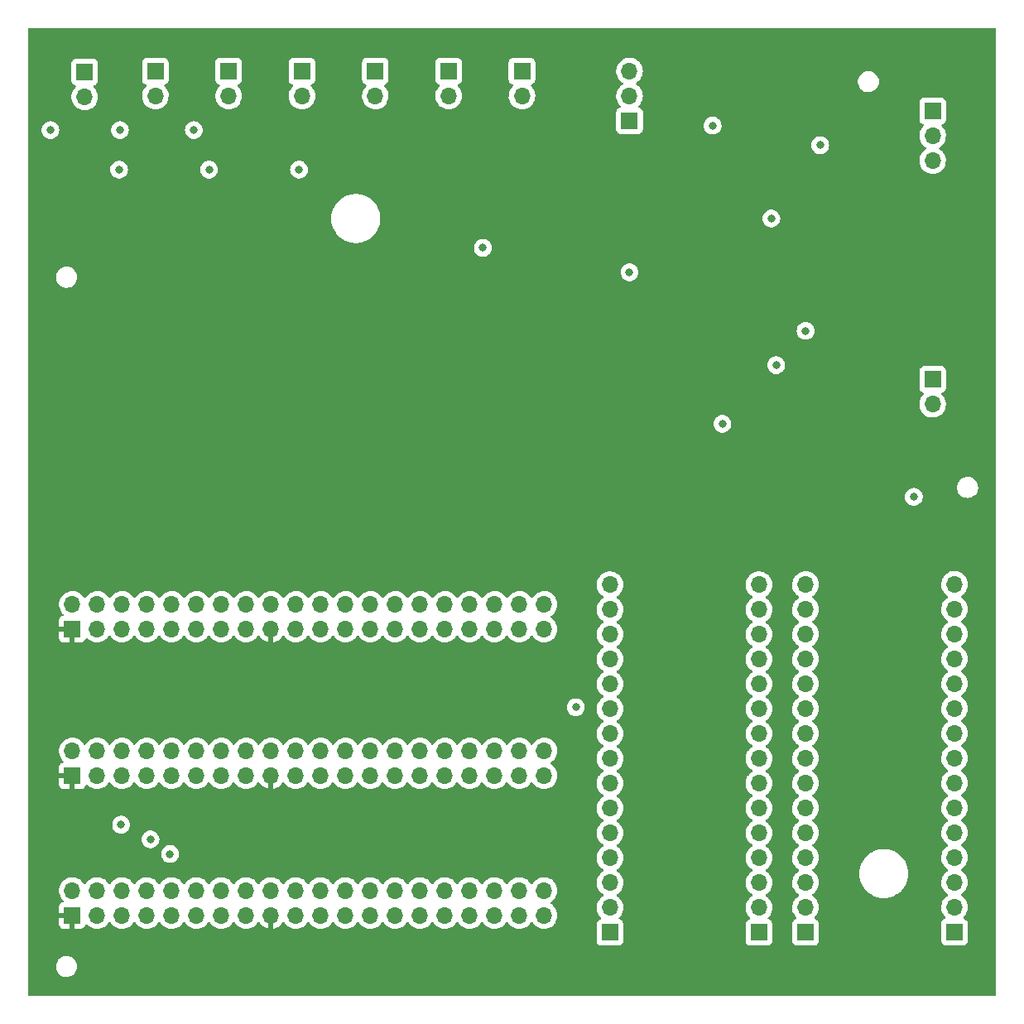
<source format=gbr>
%TF.GenerationSoftware,KiCad,Pcbnew,(5.99.0-11144-gea0c162604)*%
%TF.CreationDate,2021-09-24T14:59:39-05:00*%
%TF.ProjectId,The-Force-V2,5468652d-466f-4726-9365-2d56322e6b69,rev?*%
%TF.SameCoordinates,Original*%
%TF.FileFunction,Copper,L3,Inr*%
%TF.FilePolarity,Positive*%
%FSLAX46Y46*%
G04 Gerber Fmt 4.6, Leading zero omitted, Abs format (unit mm)*
G04 Created by KiCad (PCBNEW (5.99.0-11144-gea0c162604)) date 2021-09-24 14:59:39*
%MOMM*%
%LPD*%
G01*
G04 APERTURE LIST*
%TA.AperFunction,ComponentPad*%
%ADD10R,1.700000X1.700000*%
%TD*%
%TA.AperFunction,ComponentPad*%
%ADD11O,1.700000X1.700000*%
%TD*%
%TA.AperFunction,ViaPad*%
%ADD12C,0.800000*%
%TD*%
G04 APERTURE END LIST*
D10*
%TO.N,GND*%
%TO.C,J10*%
X162000000Y-60000000D03*
D11*
%TO.N,+12V*%
X162000000Y-57460000D03*
%TO.N,+5V*%
X162000000Y-54920000D03*
%TD*%
D10*
%TO.N,unconnected-(J17-Pad1)*%
%TO.C,J17*%
X180000000Y-143000000D03*
D11*
%TO.N,unconnected-(J17-Pad2)*%
X180000000Y-140460000D03*
%TO.N,COMM_BIT_4*%
X180000000Y-137920000D03*
%TO.N,COMM_BIT_3*%
X180000000Y-135380000D03*
%TO.N,COMM_BIT_2*%
X180000000Y-132840000D03*
%TO.N,COMM_BIT_1*%
X180000000Y-130300000D03*
%TO.N,COMM_BIT_0*%
X180000000Y-127760000D03*
%TO.N,unconnected-(J17-Pad8)*%
X180000000Y-125220000D03*
%TO.N,unconnected-(J17-Pad9)*%
X180000000Y-122680000D03*
%TO.N,DMX_DATA*%
X180000000Y-120140000D03*
%TO.N,RS_232_DATA*%
X180000000Y-117600000D03*
%TO.N,GND*%
X180000000Y-115060000D03*
%TO.N,unconnected-(J17-Pad13)*%
X180000000Y-112520000D03*
%TO.N,unconnected-(J17-Pad14)*%
X180000000Y-109980000D03*
%TO.N,unconnected-(J17-Pad15)*%
X180000000Y-107440000D03*
%TD*%
D10*
%TO.N,unconnected-(J16-Pad1)*%
%TO.C,J16*%
X175240000Y-143020000D03*
D11*
%TO.N,unconnected-(J16-Pad2)*%
X175240000Y-140480000D03*
%TO.N,unconnected-(J16-Pad3)*%
X175240000Y-137940000D03*
%TO.N,unconnected-(J16-Pad4)*%
X175240000Y-135400000D03*
%TO.N,unconnected-(J16-Pad5)*%
X175240000Y-132860000D03*
%TO.N,unconnected-(J16-Pad6)*%
X175240000Y-130320000D03*
%TO.N,unconnected-(J16-Pad7)*%
X175240000Y-127780000D03*
%TO.N,unconnected-(J16-Pad8)*%
X175240000Y-125240000D03*
%TO.N,unconnected-(J16-Pad9)*%
X175240000Y-122700000D03*
%TO.N,unconnected-(J16-Pad10)*%
X175240000Y-120160000D03*
%TO.N,unconnected-(J16-Pad11)*%
X175240000Y-117620000D03*
%TO.N,+5V*%
X175240000Y-115080000D03*
%TO.N,unconnected-(J16-Pad13)*%
X175240000Y-112540000D03*
%TO.N,GND*%
X175240000Y-110000000D03*
%TO.N,unconnected-(J16-Pad15)*%
X175240000Y-107460000D03*
%TD*%
D10*
%TO.N,+3V3*%
%TO.C,J2*%
X105000000Y-127000000D03*
D11*
%TO.N,+5V*%
X105000000Y-124460000D03*
%TO.N,unconnected-(J2-Pad3)*%
X107540000Y-127000000D03*
%TO.N,+5V*%
X107540000Y-124460000D03*
%TO.N,unconnected-(J2-Pad5)*%
X110080000Y-127000000D03*
%TO.N,GND*%
X110080000Y-124460000D03*
%TO.N,unconnected-(J2-Pad7)*%
X112620000Y-127000000D03*
%TO.N,unconnected-(J2-Pad8)*%
X112620000Y-124460000D03*
%TO.N,GND*%
X115160000Y-127000000D03*
%TO.N,unconnected-(J2-Pad10)*%
X115160000Y-124460000D03*
%TO.N,LED_ON*%
X117700000Y-127000000D03*
%TO.N,COMM_BIT_0*%
X117700000Y-124460000D03*
%TO.N,LED_PLAYING*%
X120240000Y-127000000D03*
%TO.N,GND*%
X120240000Y-124460000D03*
%TO.N,LED_MUTE*%
X122780000Y-127000000D03*
%TO.N,COMM_BIT_1*%
X122780000Y-124460000D03*
%TO.N,+3V3*%
X125320000Y-127000000D03*
%TO.N,COMM_BIT_2*%
X125320000Y-124460000D03*
%TO.N,unconnected-(J2-Pad19)*%
X127860000Y-127000000D03*
%TO.N,GND*%
X127860000Y-124460000D03*
%TO.N,unconnected-(J2-Pad21)*%
X130400000Y-127000000D03*
%TO.N,COMM_BIT_3*%
X130400000Y-124460000D03*
%TO.N,unconnected-(J2-Pad23)*%
X132940000Y-127000000D03*
%TO.N,COMM_BIT_4*%
X132940000Y-124460000D03*
%TO.N,GND*%
X135480000Y-127000000D03*
%TO.N,unconnected-(J2-Pad26)*%
X135480000Y-124460000D03*
%TO.N,unconnected-(J2-Pad27)*%
X138020000Y-127000000D03*
%TO.N,unconnected-(J2-Pad28)*%
X138020000Y-124460000D03*
%TO.N,unconnected-(J2-Pad29)*%
X140560000Y-127000000D03*
%TO.N,GND*%
X140560000Y-124460000D03*
X143100000Y-127000000D03*
%TO.N,REBOOT*%
X143100000Y-124460000D03*
%TO.N,unconnected-(J2-Pad33)*%
X145640000Y-127000000D03*
%TO.N,GND*%
X145640000Y-124460000D03*
%TO.N,unconnected-(J2-Pad35)*%
X148180000Y-127000000D03*
%TO.N,SHUTDOWN*%
X148180000Y-124460000D03*
%TO.N,START_BUTTON*%
X150720000Y-127000000D03*
%TO.N,MUTE*%
X150720000Y-124460000D03*
%TO.N,GND*%
X153260000Y-127000000D03*
%TO.N,unconnected-(J2-Pad40)*%
X153260000Y-124460000D03*
%TD*%
D10*
%TO.N,SHUTDOWN*%
%TO.C,J8*%
X136000000Y-54920000D03*
D11*
%TO.N,GND*%
X136000000Y-57460000D03*
%TD*%
D10*
%TO.N,+3V3*%
%TO.C,J3*%
X105000000Y-112000000D03*
D11*
%TO.N,+5V*%
X105000000Y-109460000D03*
%TO.N,unconnected-(J3-Pad3)*%
X107540000Y-112000000D03*
%TO.N,+5V*%
X107540000Y-109460000D03*
%TO.N,unconnected-(J3-Pad5)*%
X110080000Y-112000000D03*
%TO.N,GND*%
X110080000Y-109460000D03*
%TO.N,unconnected-(J3-Pad7)*%
X112620000Y-112000000D03*
%TO.N,unconnected-(J3-Pad8)*%
X112620000Y-109460000D03*
%TO.N,GND*%
X115160000Y-112000000D03*
%TO.N,unconnected-(J3-Pad10)*%
X115160000Y-109460000D03*
%TO.N,unconnected-(J3-Pad11)*%
X117700000Y-112000000D03*
%TO.N,COMM_BIT_0*%
X117700000Y-109460000D03*
%TO.N,unconnected-(J3-Pad13)*%
X120240000Y-112000000D03*
%TO.N,GND*%
X120240000Y-109460000D03*
%TO.N,unconnected-(J3-Pad15)*%
X122780000Y-112000000D03*
%TO.N,COMM_BIT_1*%
X122780000Y-109460000D03*
%TO.N,+3V3*%
X125320000Y-112000000D03*
%TO.N,COMM_BIT_2*%
X125320000Y-109460000D03*
%TO.N,unconnected-(J3-Pad19)*%
X127860000Y-112000000D03*
%TO.N,GND*%
X127860000Y-109460000D03*
%TO.N,unconnected-(J3-Pad21)*%
X130400000Y-112000000D03*
%TO.N,COMM_BIT_3*%
X130400000Y-109460000D03*
%TO.N,unconnected-(J3-Pad23)*%
X132940000Y-112000000D03*
%TO.N,COMM_BIT_4*%
X132940000Y-109460000D03*
%TO.N,GND*%
X135480000Y-112000000D03*
%TO.N,unconnected-(J3-Pad26)*%
X135480000Y-109460000D03*
%TO.N,unconnected-(J3-Pad27)*%
X138020000Y-112000000D03*
%TO.N,unconnected-(J3-Pad28)*%
X138020000Y-109460000D03*
%TO.N,unconnected-(J3-Pad29)*%
X140560000Y-112000000D03*
%TO.N,GND*%
X140560000Y-109460000D03*
%TO.N,unconnected-(J3-Pad31)*%
X143100000Y-112000000D03*
%TO.N,REBOOT*%
X143100000Y-109460000D03*
%TO.N,GND*%
X145640000Y-112000000D03*
X145640000Y-109460000D03*
%TO.N,unconnected-(J3-Pad35)*%
X148180000Y-112000000D03*
%TO.N,SHUTDOWN*%
X148180000Y-109460000D03*
%TO.N,unconnected-(J3-Pad37)*%
X150720000Y-112000000D03*
%TO.N,MUTE*%
X150720000Y-109460000D03*
%TO.N,GND*%
X153260000Y-112000000D03*
%TO.N,unconnected-(J3-Pad40)*%
X153260000Y-109460000D03*
%TD*%
D10*
%TO.N,+12V*%
%TO.C,J5*%
X151000000Y-54920000D03*
D11*
%TO.N,Net-(J5-Pad2)*%
X151000000Y-57460000D03*
%TD*%
D10*
%TO.N,Net-(J13-Pad1)*%
%TO.C,J13*%
X121000000Y-54920000D03*
D11*
%TO.N,Net-(J13-Pad2)*%
X121000000Y-57460000D03*
%TD*%
D10*
%TO.N,MUTE*%
%TO.C,J9*%
X143500000Y-54920000D03*
D11*
%TO.N,GND*%
X143500000Y-57460000D03*
%TD*%
D10*
%TO.N,Net-(J12-Pad1)*%
%TO.C,J12*%
X113500000Y-54920000D03*
D11*
%TO.N,Net-(J12-Pad2)*%
X113500000Y-57460000D03*
%TD*%
D10*
%TO.N,unconnected-(J15-Pad1)*%
%TO.C,J15*%
X160000000Y-143020000D03*
D11*
%TO.N,unconnected-(J15-Pad2)*%
X160000000Y-140480000D03*
%TO.N,COMM_BIT_4*%
X160000000Y-137940000D03*
%TO.N,COMM_BIT_3*%
X160000000Y-135400000D03*
%TO.N,COMM_BIT_2*%
X160000000Y-132860000D03*
%TO.N,COMM_BIT_1*%
X160000000Y-130320000D03*
%TO.N,COMM_BIT_0*%
X160000000Y-127780000D03*
%TO.N,unconnected-(J15-Pad8)*%
X160000000Y-125240000D03*
%TO.N,unconnected-(J15-Pad9)*%
X160000000Y-122700000D03*
%TO.N,DMX_DATA*%
X160000000Y-120160000D03*
%TO.N,RS_232_DATA*%
X160000000Y-117620000D03*
%TO.N,GND*%
X160000000Y-115080000D03*
%TO.N,unconnected-(J15-Pad13)*%
X160000000Y-112540000D03*
%TO.N,unconnected-(J15-Pad14)*%
X160000000Y-110000000D03*
%TO.N,unconnected-(J15-Pad15)*%
X160000000Y-107460000D03*
%TD*%
D10*
%TO.N,GND*%
%TO.C,J4*%
X193000000Y-59000000D03*
D11*
%TO.N,DMXB*%
X193000000Y-61540000D03*
%TO.N,DMXA*%
X193000000Y-64080000D03*
%TD*%
D10*
%TO.N,+3V3*%
%TO.C,J1*%
X105000000Y-141275000D03*
D11*
%TO.N,+5V*%
X105000000Y-138735000D03*
%TO.N,unconnected-(J1-Pad3)*%
X107540000Y-141275000D03*
%TO.N,+5V*%
X107540000Y-138735000D03*
%TO.N,unconnected-(J1-Pad5)*%
X110080000Y-141275000D03*
%TO.N,GND*%
X110080000Y-138735000D03*
%TO.N,unconnected-(J1-Pad7)*%
X112620000Y-141275000D03*
%TO.N,unconnected-(J1-Pad8)*%
X112620000Y-138735000D03*
%TO.N,GND*%
X115160000Y-141275000D03*
%TO.N,unconnected-(J1-Pad10)*%
X115160000Y-138735000D03*
%TO.N,unconnected-(J1-Pad11)*%
X117700000Y-141275000D03*
%TO.N,COMM_BIT_0*%
X117700000Y-138735000D03*
%TO.N,unconnected-(J1-Pad13)*%
X120240000Y-141275000D03*
%TO.N,GND*%
X120240000Y-138735000D03*
%TO.N,unconnected-(J1-Pad15)*%
X122780000Y-141275000D03*
%TO.N,COMM_BIT_1*%
X122780000Y-138735000D03*
%TO.N,+3V3*%
X125320000Y-141275000D03*
%TO.N,COMM_BIT_2*%
X125320000Y-138735000D03*
%TO.N,unconnected-(J1-Pad19)*%
X127860000Y-141275000D03*
%TO.N,GND*%
X127860000Y-138735000D03*
%TO.N,unconnected-(J1-Pad21)*%
X130400000Y-141275000D03*
%TO.N,COMM_BIT_3*%
X130400000Y-138735000D03*
%TO.N,unconnected-(J1-Pad23)*%
X132940000Y-141275000D03*
%TO.N,COMM_BIT_4*%
X132940000Y-138735000D03*
%TO.N,GND*%
X135480000Y-141275000D03*
%TO.N,unconnected-(J1-Pad26)*%
X135480000Y-138735000D03*
%TO.N,unconnected-(J1-Pad27)*%
X138020000Y-141275000D03*
%TO.N,unconnected-(J1-Pad28)*%
X138020000Y-138735000D03*
%TO.N,GND*%
X140560000Y-141275000D03*
X140560000Y-138735000D03*
%TO.N,unconnected-(J1-Pad31)*%
X143100000Y-141275000D03*
%TO.N,REBOOT*%
X143100000Y-138735000D03*
%TO.N,unconnected-(J1-Pad33)*%
X145640000Y-141275000D03*
%TO.N,GND*%
X145640000Y-138735000D03*
%TO.N,unconnected-(J1-Pad35)*%
X148180000Y-141275000D03*
%TO.N,SHUTDOWN*%
X148180000Y-138735000D03*
%TO.N,unconnected-(J1-Pad37)*%
X150720000Y-141275000D03*
%TO.N,MUTE*%
X150720000Y-138735000D03*
%TO.N,GND*%
X153260000Y-141275000D03*
%TO.N,unconnected-(J1-Pad40)*%
X153260000Y-138735000D03*
%TD*%
D10*
%TO.N,REBOOT*%
%TO.C,J7*%
X128500000Y-54920000D03*
D11*
%TO.N,GND*%
X128500000Y-57460000D03*
%TD*%
D10*
%TO.N,GND*%
%TO.C,J6*%
X193000000Y-86460000D03*
D11*
%TO.N,RS232_OUT*%
X193000000Y-89000000D03*
%TD*%
D10*
%TO.N,unconnected-(J14-Pad1)*%
%TO.C,J14*%
X195240000Y-142970000D03*
D11*
%TO.N,unconnected-(J14-Pad2)*%
X195240000Y-140430000D03*
%TO.N,unconnected-(J14-Pad3)*%
X195240000Y-137890000D03*
%TO.N,unconnected-(J14-Pad4)*%
X195240000Y-135350000D03*
%TO.N,unconnected-(J14-Pad5)*%
X195240000Y-132810000D03*
%TO.N,unconnected-(J14-Pad6)*%
X195240000Y-130270000D03*
%TO.N,unconnected-(J14-Pad7)*%
X195240000Y-127730000D03*
%TO.N,unconnected-(J14-Pad8)*%
X195240000Y-125190000D03*
%TO.N,unconnected-(J14-Pad9)*%
X195240000Y-122650000D03*
%TO.N,unconnected-(J14-Pad10)*%
X195240000Y-120110000D03*
%TO.N,unconnected-(J14-Pad11)*%
X195240000Y-117570000D03*
%TO.N,+5V*%
X195240000Y-115030000D03*
%TO.N,unconnected-(J14-Pad13)*%
X195240000Y-112490000D03*
%TO.N,GND*%
X195240000Y-109950000D03*
%TO.N,unconnected-(J14-Pad15)*%
X195240000Y-107410000D03*
%TD*%
D10*
%TO.N,Net-(J11-Pad1)*%
%TO.C,J11*%
X106270000Y-55027500D03*
D11*
%TO.N,Net-(J11-Pad2)*%
X106270000Y-57567500D03*
%TD*%
D12*
%TO.N,GND*%
X147000000Y-73000000D03*
X170500000Y-60500000D03*
X109800000Y-65000000D03*
X180000000Y-81500000D03*
X181500000Y-62500000D03*
X177000000Y-85000000D03*
X119000000Y-65000000D03*
X171500000Y-91000000D03*
X128200000Y-65000000D03*
X176500000Y-70000000D03*
X162000000Y-75500000D03*
%TO.N,+5V*%
X117440000Y-60950000D03*
X109880000Y-60950000D03*
X191080000Y-98470000D03*
X102770000Y-60950000D03*
%TO.N,+3V3*%
X143500000Y-101500000D03*
X138500000Y-101500000D03*
X148500000Y-101500000D03*
%TO.N,LED_ON*%
X110000000Y-132000000D03*
%TO.N,LED_PLAYING*%
X113000000Y-133500000D03*
%TO.N,LED_MUTE*%
X115000000Y-135000000D03*
%TO.N,START_BUTTON*%
X156500000Y-120000000D03*
%TD*%
%TA.AperFunction,Conductor*%
%TO.N,+3V3*%
G36*
X199434121Y-50528002D02*
G01*
X199480614Y-50581658D01*
X199492000Y-50634000D01*
X199492000Y-149366000D01*
X199471998Y-149434121D01*
X199418342Y-149480614D01*
X199366000Y-149492000D01*
X100634000Y-149492000D01*
X100565879Y-149471998D01*
X100519386Y-149418342D01*
X100508000Y-149366000D01*
X100508000Y-146600592D01*
X103339656Y-146600592D01*
X103378240Y-146803821D01*
X103454558Y-146996088D01*
X103565856Y-147170455D01*
X103708118Y-147320631D01*
X103712983Y-147324120D01*
X103712986Y-147324123D01*
X103871340Y-147437702D01*
X103871345Y-147437705D01*
X103876211Y-147441195D01*
X104064070Y-147527799D01*
X104069886Y-147529233D01*
X104069889Y-147529234D01*
X104259091Y-147575882D01*
X104259093Y-147575882D01*
X104264916Y-147577318D01*
X104270907Y-147577627D01*
X104270909Y-147577627D01*
X104330466Y-147580696D01*
X104471502Y-147587964D01*
X104477437Y-147587135D01*
X104477441Y-147587135D01*
X104598183Y-147570273D01*
X104676373Y-147559353D01*
X104818058Y-147510981D01*
X104866460Y-147494457D01*
X104866462Y-147494456D01*
X104872139Y-147492518D01*
X105051735Y-147389871D01*
X105208680Y-147255115D01*
X105337312Y-147093112D01*
X105340087Y-147087793D01*
X105430216Y-146915026D01*
X105430217Y-146915024D01*
X105432990Y-146909708D01*
X105492260Y-146711521D01*
X105512985Y-146505702D01*
X105513000Y-146500000D01*
X105493353Y-146294075D01*
X105435121Y-146095580D01*
X105385298Y-145998842D01*
X105343151Y-145917009D01*
X105343149Y-145917006D01*
X105340405Y-145911678D01*
X105268961Y-145820725D01*
X105216329Y-145753721D01*
X105216325Y-145753716D01*
X105212623Y-145749004D01*
X105056386Y-145613428D01*
X104877330Y-145509842D01*
X104681917Y-145441983D01*
X104675982Y-145441122D01*
X104675980Y-145441122D01*
X104483137Y-145413161D01*
X104483134Y-145413161D01*
X104477197Y-145412300D01*
X104270559Y-145421864D01*
X104141816Y-145452891D01*
X104075289Y-145468924D01*
X104075287Y-145468925D01*
X104069456Y-145470330D01*
X104063998Y-145472812D01*
X104063994Y-145472813D01*
X103950896Y-145524236D01*
X103881147Y-145555949D01*
X103712425Y-145675632D01*
X103569379Y-145825061D01*
X103566127Y-145830098D01*
X103566125Y-145830100D01*
X103513451Y-145911678D01*
X103457169Y-145998842D01*
X103454927Y-146004405D01*
X103420330Y-146090252D01*
X103379845Y-146190707D01*
X103378697Y-146196588D01*
X103378695Y-146196593D01*
X103358491Y-146300052D01*
X103340197Y-146393732D01*
X103339919Y-146500000D01*
X103339656Y-146600592D01*
X100508000Y-146600592D01*
X100508000Y-141542548D01*
X103637000Y-141542548D01*
X103637000Y-142122743D01*
X103637161Y-142127250D01*
X103641740Y-142191269D01*
X103644126Y-142204491D01*
X103680819Y-142329458D01*
X103688233Y-142345692D01*
X103757426Y-142453360D01*
X103769112Y-142466847D01*
X103865840Y-142550662D01*
X103880848Y-142560307D01*
X103997275Y-142613477D01*
X104014388Y-142618502D01*
X104145554Y-142637361D01*
X104154495Y-142638000D01*
X104727885Y-142638000D01*
X104743124Y-142633525D01*
X104744329Y-142632135D01*
X104746000Y-142624452D01*
X104746000Y-141547115D01*
X104741525Y-141531876D01*
X104740135Y-141530671D01*
X104732452Y-141529000D01*
X103655115Y-141529000D01*
X103639876Y-141533475D01*
X103638671Y-141534865D01*
X103637000Y-141542548D01*
X100508000Y-141542548D01*
X100508000Y-140429495D01*
X103637000Y-140429495D01*
X103637000Y-141002885D01*
X103641475Y-141018124D01*
X103642865Y-141019329D01*
X103650548Y-141021000D01*
X105128000Y-141021000D01*
X105196121Y-141041002D01*
X105242614Y-141094658D01*
X105254000Y-141147000D01*
X105254000Y-142619885D01*
X105258475Y-142635124D01*
X105259865Y-142636329D01*
X105267548Y-142638000D01*
X105847743Y-142638000D01*
X105852250Y-142637839D01*
X105916269Y-142633260D01*
X105929491Y-142630874D01*
X106054458Y-142594181D01*
X106070692Y-142586767D01*
X106178360Y-142517574D01*
X106191847Y-142505888D01*
X106275662Y-142409160D01*
X106285307Y-142394152D01*
X106338478Y-142277723D01*
X106341637Y-142266964D01*
X106380021Y-142207238D01*
X106444601Y-142177744D01*
X106514875Y-142187848D01*
X106546921Y-142208897D01*
X106715629Y-142361069D01*
X106720142Y-142363928D01*
X106720144Y-142363929D01*
X106791555Y-142409160D01*
X106910406Y-142484439D01*
X107123184Y-142573228D01*
X107128387Y-142574425D01*
X107128392Y-142574426D01*
X107342678Y-142623701D01*
X107342683Y-142623702D01*
X107347881Y-142624897D01*
X107353209Y-142625200D01*
X107353212Y-142625200D01*
X107499826Y-142633525D01*
X107578071Y-142637968D01*
X107583378Y-142637368D01*
X107583380Y-142637368D01*
X107704272Y-142623701D01*
X107807173Y-142612068D01*
X107812288Y-142610587D01*
X107812292Y-142610586D01*
X107937161Y-142574426D01*
X108028635Y-142547937D01*
X108236125Y-142447409D01*
X108240463Y-142444309D01*
X108240468Y-142444306D01*
X108419370Y-142316459D01*
X108423711Y-142313357D01*
X108526295Y-142209875D01*
X108582277Y-142153403D01*
X108582278Y-142153402D01*
X108586030Y-142149617D01*
X108589090Y-142145255D01*
X108589095Y-142145249D01*
X108707634Y-141976271D01*
X108763130Y-141931990D01*
X108833755Y-141924743D01*
X108897088Y-141956829D01*
X108921461Y-141988410D01*
X108941685Y-142025580D01*
X109084424Y-142206644D01*
X109088389Y-142210220D01*
X109251659Y-142357489D01*
X109251665Y-142357494D01*
X109255629Y-142361069D01*
X109260142Y-142363928D01*
X109260144Y-142363929D01*
X109331555Y-142409160D01*
X109450406Y-142484439D01*
X109663184Y-142573228D01*
X109668387Y-142574425D01*
X109668392Y-142574426D01*
X109882678Y-142623701D01*
X109882683Y-142623702D01*
X109887881Y-142624897D01*
X109893209Y-142625200D01*
X109893212Y-142625200D01*
X110039826Y-142633525D01*
X110118071Y-142637968D01*
X110123378Y-142637368D01*
X110123380Y-142637368D01*
X110244272Y-142623701D01*
X110347173Y-142612068D01*
X110352288Y-142610587D01*
X110352292Y-142610586D01*
X110477161Y-142574426D01*
X110568635Y-142547937D01*
X110776125Y-142447409D01*
X110780463Y-142444309D01*
X110780468Y-142444306D01*
X110959370Y-142316459D01*
X110963711Y-142313357D01*
X111066295Y-142209875D01*
X111122277Y-142153403D01*
X111122278Y-142153402D01*
X111126030Y-142149617D01*
X111129090Y-142145255D01*
X111129095Y-142145249D01*
X111247634Y-141976271D01*
X111303130Y-141931990D01*
X111373755Y-141924743D01*
X111437088Y-141956829D01*
X111461461Y-141988410D01*
X111481685Y-142025580D01*
X111624424Y-142206644D01*
X111628389Y-142210220D01*
X111791659Y-142357489D01*
X111791665Y-142357494D01*
X111795629Y-142361069D01*
X111800142Y-142363928D01*
X111800144Y-142363929D01*
X111871555Y-142409160D01*
X111990406Y-142484439D01*
X112203184Y-142573228D01*
X112208387Y-142574425D01*
X112208392Y-142574426D01*
X112422678Y-142623701D01*
X112422683Y-142623702D01*
X112427881Y-142624897D01*
X112433209Y-142625200D01*
X112433212Y-142625200D01*
X112579826Y-142633525D01*
X112658071Y-142637968D01*
X112663378Y-142637368D01*
X112663380Y-142637368D01*
X112784272Y-142623701D01*
X112887173Y-142612068D01*
X112892288Y-142610587D01*
X112892292Y-142610586D01*
X113017161Y-142574426D01*
X113108635Y-142547937D01*
X113316125Y-142447409D01*
X113320463Y-142444309D01*
X113320468Y-142444306D01*
X113499370Y-142316459D01*
X113503711Y-142313357D01*
X113606295Y-142209875D01*
X113662277Y-142153403D01*
X113662278Y-142153402D01*
X113666030Y-142149617D01*
X113669090Y-142145255D01*
X113669095Y-142145249D01*
X113787634Y-141976271D01*
X113843130Y-141931990D01*
X113913755Y-141924743D01*
X113977088Y-141956829D01*
X114001461Y-141988410D01*
X114021685Y-142025580D01*
X114164424Y-142206644D01*
X114168389Y-142210220D01*
X114331659Y-142357489D01*
X114331665Y-142357494D01*
X114335629Y-142361069D01*
X114340142Y-142363928D01*
X114340144Y-142363929D01*
X114411555Y-142409160D01*
X114530406Y-142484439D01*
X114743184Y-142573228D01*
X114748387Y-142574425D01*
X114748392Y-142574426D01*
X114962678Y-142623701D01*
X114962683Y-142623702D01*
X114967881Y-142624897D01*
X114973209Y-142625200D01*
X114973212Y-142625200D01*
X115119826Y-142633525D01*
X115198071Y-142637968D01*
X115203378Y-142637368D01*
X115203380Y-142637368D01*
X115324272Y-142623701D01*
X115427173Y-142612068D01*
X115432288Y-142610587D01*
X115432292Y-142610586D01*
X115557161Y-142574426D01*
X115648635Y-142547937D01*
X115856125Y-142447409D01*
X115860463Y-142444309D01*
X115860468Y-142444306D01*
X116039370Y-142316459D01*
X116043711Y-142313357D01*
X116146295Y-142209875D01*
X116202277Y-142153403D01*
X116202278Y-142153402D01*
X116206030Y-142149617D01*
X116209090Y-142145255D01*
X116209095Y-142145249D01*
X116327634Y-141976271D01*
X116383130Y-141931990D01*
X116453755Y-141924743D01*
X116517088Y-141956829D01*
X116541461Y-141988410D01*
X116561685Y-142025580D01*
X116704424Y-142206644D01*
X116708389Y-142210220D01*
X116871659Y-142357489D01*
X116871665Y-142357494D01*
X116875629Y-142361069D01*
X116880142Y-142363928D01*
X116880144Y-142363929D01*
X116951555Y-142409160D01*
X117070406Y-142484439D01*
X117283184Y-142573228D01*
X117288387Y-142574425D01*
X117288392Y-142574426D01*
X117502678Y-142623701D01*
X117502683Y-142623702D01*
X117507881Y-142624897D01*
X117513209Y-142625200D01*
X117513212Y-142625200D01*
X117659826Y-142633525D01*
X117738071Y-142637968D01*
X117743378Y-142637368D01*
X117743380Y-142637368D01*
X117864272Y-142623701D01*
X117967173Y-142612068D01*
X117972288Y-142610587D01*
X117972292Y-142610586D01*
X118097161Y-142574426D01*
X118188635Y-142547937D01*
X118396125Y-142447409D01*
X118400463Y-142444309D01*
X118400468Y-142444306D01*
X118579370Y-142316459D01*
X118583711Y-142313357D01*
X118686295Y-142209875D01*
X118742277Y-142153403D01*
X118742278Y-142153402D01*
X118746030Y-142149617D01*
X118749090Y-142145255D01*
X118749095Y-142145249D01*
X118867634Y-141976271D01*
X118923130Y-141931990D01*
X118993755Y-141924743D01*
X119057088Y-141956829D01*
X119081461Y-141988410D01*
X119101685Y-142025580D01*
X119244424Y-142206644D01*
X119248389Y-142210220D01*
X119411659Y-142357489D01*
X119411665Y-142357494D01*
X119415629Y-142361069D01*
X119420142Y-142363928D01*
X119420144Y-142363929D01*
X119491555Y-142409160D01*
X119610406Y-142484439D01*
X119823184Y-142573228D01*
X119828387Y-142574425D01*
X119828392Y-142574426D01*
X120042678Y-142623701D01*
X120042683Y-142623702D01*
X120047881Y-142624897D01*
X120053209Y-142625200D01*
X120053212Y-142625200D01*
X120199826Y-142633525D01*
X120278071Y-142637968D01*
X120283378Y-142637368D01*
X120283380Y-142637368D01*
X120404272Y-142623701D01*
X120507173Y-142612068D01*
X120512288Y-142610587D01*
X120512292Y-142610586D01*
X120637161Y-142574426D01*
X120728635Y-142547937D01*
X120936125Y-142447409D01*
X120940463Y-142444309D01*
X120940468Y-142444306D01*
X121119370Y-142316459D01*
X121123711Y-142313357D01*
X121226295Y-142209875D01*
X121282277Y-142153403D01*
X121282278Y-142153402D01*
X121286030Y-142149617D01*
X121289090Y-142145255D01*
X121289095Y-142145249D01*
X121407634Y-141976271D01*
X121463130Y-141931990D01*
X121533755Y-141924743D01*
X121597088Y-141956829D01*
X121621461Y-141988410D01*
X121641685Y-142025580D01*
X121784424Y-142206644D01*
X121788389Y-142210220D01*
X121951659Y-142357489D01*
X121951665Y-142357494D01*
X121955629Y-142361069D01*
X121960142Y-142363928D01*
X121960144Y-142363929D01*
X122031555Y-142409160D01*
X122150406Y-142484439D01*
X122363184Y-142573228D01*
X122368387Y-142574425D01*
X122368392Y-142574426D01*
X122582678Y-142623701D01*
X122582683Y-142623702D01*
X122587881Y-142624897D01*
X122593209Y-142625200D01*
X122593212Y-142625200D01*
X122739826Y-142633525D01*
X122818071Y-142637968D01*
X122823378Y-142637368D01*
X122823380Y-142637368D01*
X122944272Y-142623701D01*
X123047173Y-142612068D01*
X123052288Y-142610587D01*
X123052292Y-142610586D01*
X123177161Y-142574426D01*
X123268635Y-142547937D01*
X123476125Y-142447409D01*
X123480463Y-142444309D01*
X123480468Y-142444306D01*
X123659370Y-142316459D01*
X123663711Y-142313357D01*
X123766295Y-142209875D01*
X123822277Y-142153403D01*
X123822278Y-142153402D01*
X123826030Y-142149617D01*
X123947953Y-141975816D01*
X124003449Y-141931536D01*
X124074075Y-141924289D01*
X124137407Y-141956375D01*
X124161781Y-141987958D01*
X124179550Y-142020617D01*
X124185402Y-142029491D01*
X124321486Y-142202113D01*
X124328750Y-142209875D01*
X124491967Y-142357094D01*
X124500444Y-142363528D01*
X124686122Y-142481136D01*
X124695567Y-142486053D01*
X124898406Y-142570694D01*
X124908545Y-142573950D01*
X125048345Y-142606096D01*
X125062422Y-142605257D01*
X125066000Y-142595999D01*
X125066000Y-141147000D01*
X125086002Y-141078879D01*
X125139658Y-141032386D01*
X125192000Y-141021000D01*
X125448000Y-141021000D01*
X125516121Y-141041002D01*
X125562614Y-141094658D01*
X125574000Y-141147000D01*
X125574000Y-142594941D01*
X125578151Y-142609079D01*
X125588798Y-142610774D01*
X125592192Y-142610096D01*
X125803333Y-142548954D01*
X125813259Y-142545143D01*
X126011065Y-142449307D01*
X126020212Y-142443876D01*
X126199041Y-142316083D01*
X126207149Y-142309182D01*
X126361893Y-142153082D01*
X126368706Y-142144934D01*
X126487368Y-141975781D01*
X126542864Y-141931501D01*
X126613489Y-141924254D01*
X126676822Y-141956340D01*
X126701196Y-141987923D01*
X126719133Y-142020890D01*
X126721685Y-142025580D01*
X126864424Y-142206644D01*
X126868389Y-142210220D01*
X127031659Y-142357489D01*
X127031665Y-142357494D01*
X127035629Y-142361069D01*
X127040142Y-142363928D01*
X127040144Y-142363929D01*
X127111555Y-142409160D01*
X127230406Y-142484439D01*
X127443184Y-142573228D01*
X127448387Y-142574425D01*
X127448392Y-142574426D01*
X127662678Y-142623701D01*
X127662683Y-142623702D01*
X127667881Y-142624897D01*
X127673209Y-142625200D01*
X127673212Y-142625200D01*
X127819826Y-142633525D01*
X127898071Y-142637968D01*
X127903378Y-142637368D01*
X127903380Y-142637368D01*
X128024272Y-142623701D01*
X128127173Y-142612068D01*
X128132288Y-142610587D01*
X128132292Y-142610586D01*
X128257161Y-142574426D01*
X128348635Y-142547937D01*
X128556125Y-142447409D01*
X128560463Y-142444309D01*
X128560468Y-142444306D01*
X128739370Y-142316459D01*
X128743711Y-142313357D01*
X128846295Y-142209875D01*
X128902277Y-142153403D01*
X128902278Y-142153402D01*
X128906030Y-142149617D01*
X128909090Y-142145255D01*
X128909095Y-142145249D01*
X129027634Y-141976271D01*
X129083130Y-141931990D01*
X129153755Y-141924743D01*
X129217088Y-141956829D01*
X129241461Y-141988410D01*
X129261685Y-142025580D01*
X129404424Y-142206644D01*
X129408389Y-142210220D01*
X129571659Y-142357489D01*
X129571665Y-142357494D01*
X129575629Y-142361069D01*
X129580142Y-142363928D01*
X129580144Y-142363929D01*
X129651555Y-142409160D01*
X129770406Y-142484439D01*
X129983184Y-142573228D01*
X129988387Y-142574425D01*
X129988392Y-142574426D01*
X130202678Y-142623701D01*
X130202683Y-142623702D01*
X130207881Y-142624897D01*
X130213209Y-142625200D01*
X130213212Y-142625200D01*
X130359826Y-142633525D01*
X130438071Y-142637968D01*
X130443378Y-142637368D01*
X130443380Y-142637368D01*
X130564272Y-142623701D01*
X130667173Y-142612068D01*
X130672288Y-142610587D01*
X130672292Y-142610586D01*
X130797161Y-142574426D01*
X130888635Y-142547937D01*
X131096125Y-142447409D01*
X131100463Y-142444309D01*
X131100468Y-142444306D01*
X131279370Y-142316459D01*
X131283711Y-142313357D01*
X131386295Y-142209875D01*
X131442277Y-142153403D01*
X131442278Y-142153402D01*
X131446030Y-142149617D01*
X131449090Y-142145255D01*
X131449095Y-142145249D01*
X131567634Y-141976271D01*
X131623130Y-141931990D01*
X131693755Y-141924743D01*
X131757088Y-141956829D01*
X131781461Y-141988410D01*
X131801685Y-142025580D01*
X131944424Y-142206644D01*
X131948389Y-142210220D01*
X132111659Y-142357489D01*
X132111665Y-142357494D01*
X132115629Y-142361069D01*
X132120142Y-142363928D01*
X132120144Y-142363929D01*
X132191555Y-142409160D01*
X132310406Y-142484439D01*
X132523184Y-142573228D01*
X132528387Y-142574425D01*
X132528392Y-142574426D01*
X132742678Y-142623701D01*
X132742683Y-142623702D01*
X132747881Y-142624897D01*
X132753209Y-142625200D01*
X132753212Y-142625200D01*
X132899826Y-142633525D01*
X132978071Y-142637968D01*
X132983378Y-142637368D01*
X132983380Y-142637368D01*
X133104272Y-142623701D01*
X133207173Y-142612068D01*
X133212288Y-142610587D01*
X133212292Y-142610586D01*
X133337161Y-142574426D01*
X133428635Y-142547937D01*
X133636125Y-142447409D01*
X133640463Y-142444309D01*
X133640468Y-142444306D01*
X133819370Y-142316459D01*
X133823711Y-142313357D01*
X133926295Y-142209875D01*
X133982277Y-142153403D01*
X133982278Y-142153402D01*
X133986030Y-142149617D01*
X133989090Y-142145255D01*
X133989095Y-142145249D01*
X134107634Y-141976271D01*
X134163130Y-141931990D01*
X134233755Y-141924743D01*
X134297088Y-141956829D01*
X134321461Y-141988410D01*
X134341685Y-142025580D01*
X134484424Y-142206644D01*
X134488389Y-142210220D01*
X134651659Y-142357489D01*
X134651665Y-142357494D01*
X134655629Y-142361069D01*
X134660142Y-142363928D01*
X134660144Y-142363929D01*
X134731555Y-142409160D01*
X134850406Y-142484439D01*
X135063184Y-142573228D01*
X135068387Y-142574425D01*
X135068392Y-142574426D01*
X135282678Y-142623701D01*
X135282683Y-142623702D01*
X135287881Y-142624897D01*
X135293209Y-142625200D01*
X135293212Y-142625200D01*
X135439826Y-142633525D01*
X135518071Y-142637968D01*
X135523378Y-142637368D01*
X135523380Y-142637368D01*
X135644272Y-142623701D01*
X135747173Y-142612068D01*
X135752288Y-142610587D01*
X135752292Y-142610586D01*
X135877161Y-142574426D01*
X135968635Y-142547937D01*
X136176125Y-142447409D01*
X136180463Y-142444309D01*
X136180468Y-142444306D01*
X136359370Y-142316459D01*
X136363711Y-142313357D01*
X136466295Y-142209875D01*
X136522277Y-142153403D01*
X136522278Y-142153402D01*
X136526030Y-142149617D01*
X136529090Y-142145255D01*
X136529095Y-142145249D01*
X136647634Y-141976271D01*
X136703130Y-141931990D01*
X136773755Y-141924743D01*
X136837088Y-141956829D01*
X136861461Y-141988410D01*
X136881685Y-142025580D01*
X137024424Y-142206644D01*
X137028389Y-142210220D01*
X137191659Y-142357489D01*
X137191665Y-142357494D01*
X137195629Y-142361069D01*
X137200142Y-142363928D01*
X137200144Y-142363929D01*
X137271555Y-142409160D01*
X137390406Y-142484439D01*
X137603184Y-142573228D01*
X137608387Y-142574425D01*
X137608392Y-142574426D01*
X137822678Y-142623701D01*
X137822683Y-142623702D01*
X137827881Y-142624897D01*
X137833209Y-142625200D01*
X137833212Y-142625200D01*
X137979826Y-142633525D01*
X138058071Y-142637968D01*
X138063378Y-142637368D01*
X138063380Y-142637368D01*
X138184272Y-142623701D01*
X138287173Y-142612068D01*
X138292288Y-142610587D01*
X138292292Y-142610586D01*
X138417161Y-142574426D01*
X138508635Y-142547937D01*
X138716125Y-142447409D01*
X138720463Y-142444309D01*
X138720468Y-142444306D01*
X138899370Y-142316459D01*
X138903711Y-142313357D01*
X139006295Y-142209875D01*
X139062277Y-142153403D01*
X139062278Y-142153402D01*
X139066030Y-142149617D01*
X139069090Y-142145255D01*
X139069095Y-142145249D01*
X139187634Y-141976271D01*
X139243130Y-141931990D01*
X139313755Y-141924743D01*
X139377088Y-141956829D01*
X139401461Y-141988410D01*
X139421685Y-142025580D01*
X139564424Y-142206644D01*
X139568389Y-142210220D01*
X139731659Y-142357489D01*
X139731665Y-142357494D01*
X139735629Y-142361069D01*
X139740142Y-142363928D01*
X139740144Y-142363929D01*
X139811555Y-142409160D01*
X139930406Y-142484439D01*
X140143184Y-142573228D01*
X140148387Y-142574425D01*
X140148392Y-142574426D01*
X140362678Y-142623701D01*
X140362683Y-142623702D01*
X140367881Y-142624897D01*
X140373209Y-142625200D01*
X140373212Y-142625200D01*
X140519826Y-142633525D01*
X140598071Y-142637968D01*
X140603378Y-142637368D01*
X140603380Y-142637368D01*
X140724272Y-142623701D01*
X140827173Y-142612068D01*
X140832288Y-142610587D01*
X140832292Y-142610586D01*
X140957161Y-142574426D01*
X141048635Y-142547937D01*
X141256125Y-142447409D01*
X141260463Y-142444309D01*
X141260468Y-142444306D01*
X141439370Y-142316459D01*
X141443711Y-142313357D01*
X141546295Y-142209875D01*
X141602277Y-142153403D01*
X141602278Y-142153402D01*
X141606030Y-142149617D01*
X141609090Y-142145255D01*
X141609095Y-142145249D01*
X141727634Y-141976271D01*
X141783130Y-141931990D01*
X141853755Y-141924743D01*
X141917088Y-141956829D01*
X141941461Y-141988410D01*
X141961685Y-142025580D01*
X142104424Y-142206644D01*
X142108389Y-142210220D01*
X142271659Y-142357489D01*
X142271665Y-142357494D01*
X142275629Y-142361069D01*
X142280142Y-142363928D01*
X142280144Y-142363929D01*
X142351555Y-142409160D01*
X142470406Y-142484439D01*
X142683184Y-142573228D01*
X142688387Y-142574425D01*
X142688392Y-142574426D01*
X142902678Y-142623701D01*
X142902683Y-142623702D01*
X142907881Y-142624897D01*
X142913209Y-142625200D01*
X142913212Y-142625200D01*
X143059826Y-142633525D01*
X143138071Y-142637968D01*
X143143378Y-142637368D01*
X143143380Y-142637368D01*
X143264272Y-142623701D01*
X143367173Y-142612068D01*
X143372288Y-142610587D01*
X143372292Y-142610586D01*
X143497161Y-142574426D01*
X143588635Y-142547937D01*
X143796125Y-142447409D01*
X143800463Y-142444309D01*
X143800468Y-142444306D01*
X143979370Y-142316459D01*
X143983711Y-142313357D01*
X144086295Y-142209875D01*
X144142277Y-142153403D01*
X144142278Y-142153402D01*
X144146030Y-142149617D01*
X144149090Y-142145255D01*
X144149095Y-142145249D01*
X144267634Y-141976271D01*
X144323130Y-141931990D01*
X144393755Y-141924743D01*
X144457088Y-141956829D01*
X144481461Y-141988410D01*
X144501685Y-142025580D01*
X144644424Y-142206644D01*
X144648389Y-142210220D01*
X144811659Y-142357489D01*
X144811665Y-142357494D01*
X144815629Y-142361069D01*
X144820142Y-142363928D01*
X144820144Y-142363929D01*
X144891555Y-142409160D01*
X145010406Y-142484439D01*
X145223184Y-142573228D01*
X145228387Y-142574425D01*
X145228392Y-142574426D01*
X145442678Y-142623701D01*
X145442683Y-142623702D01*
X145447881Y-142624897D01*
X145453209Y-142625200D01*
X145453212Y-142625200D01*
X145599826Y-142633525D01*
X145678071Y-142637968D01*
X145683378Y-142637368D01*
X145683380Y-142637368D01*
X145804272Y-142623701D01*
X145907173Y-142612068D01*
X145912288Y-142610587D01*
X145912292Y-142610586D01*
X146037161Y-142574426D01*
X146128635Y-142547937D01*
X146336125Y-142447409D01*
X146340463Y-142444309D01*
X146340468Y-142444306D01*
X146519370Y-142316459D01*
X146523711Y-142313357D01*
X146626295Y-142209875D01*
X146682277Y-142153403D01*
X146682278Y-142153402D01*
X146686030Y-142149617D01*
X146689090Y-142145255D01*
X146689095Y-142145249D01*
X146807634Y-141976271D01*
X146863130Y-141931990D01*
X146933755Y-141924743D01*
X146997088Y-141956829D01*
X147021461Y-141988410D01*
X147041685Y-142025580D01*
X147184424Y-142206644D01*
X147188389Y-142210220D01*
X147351659Y-142357489D01*
X147351665Y-142357494D01*
X147355629Y-142361069D01*
X147360142Y-142363928D01*
X147360144Y-142363929D01*
X147431555Y-142409160D01*
X147550406Y-142484439D01*
X147763184Y-142573228D01*
X147768387Y-142574425D01*
X147768392Y-142574426D01*
X147982678Y-142623701D01*
X147982683Y-142623702D01*
X147987881Y-142624897D01*
X147993209Y-142625200D01*
X147993212Y-142625200D01*
X148139826Y-142633525D01*
X148218071Y-142637968D01*
X148223378Y-142637368D01*
X148223380Y-142637368D01*
X148344272Y-142623701D01*
X148447173Y-142612068D01*
X148452288Y-142610587D01*
X148452292Y-142610586D01*
X148577161Y-142574426D01*
X148668635Y-142547937D01*
X148876125Y-142447409D01*
X148880463Y-142444309D01*
X148880468Y-142444306D01*
X149059370Y-142316459D01*
X149063711Y-142313357D01*
X149166295Y-142209875D01*
X149222277Y-142153403D01*
X149222278Y-142153402D01*
X149226030Y-142149617D01*
X149229090Y-142145255D01*
X149229095Y-142145249D01*
X149347634Y-141976271D01*
X149403130Y-141931990D01*
X149473755Y-141924743D01*
X149537088Y-141956829D01*
X149561461Y-141988410D01*
X149581685Y-142025580D01*
X149724424Y-142206644D01*
X149728389Y-142210220D01*
X149891659Y-142357489D01*
X149891665Y-142357494D01*
X149895629Y-142361069D01*
X149900142Y-142363928D01*
X149900144Y-142363929D01*
X149971555Y-142409160D01*
X150090406Y-142484439D01*
X150303184Y-142573228D01*
X150308387Y-142574425D01*
X150308392Y-142574426D01*
X150522678Y-142623701D01*
X150522683Y-142623702D01*
X150527881Y-142624897D01*
X150533209Y-142625200D01*
X150533212Y-142625200D01*
X150679826Y-142633525D01*
X150758071Y-142637968D01*
X150763378Y-142637368D01*
X150763380Y-142637368D01*
X150884272Y-142623701D01*
X150987173Y-142612068D01*
X150992288Y-142610587D01*
X150992292Y-142610586D01*
X151117161Y-142574426D01*
X151208635Y-142547937D01*
X151416125Y-142447409D01*
X151420463Y-142444309D01*
X151420468Y-142444306D01*
X151599370Y-142316459D01*
X151603711Y-142313357D01*
X151706295Y-142209875D01*
X151762277Y-142153403D01*
X151762278Y-142153402D01*
X151766030Y-142149617D01*
X151769090Y-142145255D01*
X151769095Y-142145249D01*
X151887634Y-141976271D01*
X151943130Y-141931990D01*
X152013755Y-141924743D01*
X152077088Y-141956829D01*
X152101461Y-141988410D01*
X152121685Y-142025580D01*
X152264424Y-142206644D01*
X152268389Y-142210220D01*
X152431659Y-142357489D01*
X152431665Y-142357494D01*
X152435629Y-142361069D01*
X152440142Y-142363928D01*
X152440144Y-142363929D01*
X152511555Y-142409160D01*
X152630406Y-142484439D01*
X152843184Y-142573228D01*
X152848387Y-142574425D01*
X152848392Y-142574426D01*
X153062678Y-142623701D01*
X153062683Y-142623702D01*
X153067881Y-142624897D01*
X153073209Y-142625200D01*
X153073212Y-142625200D01*
X153219826Y-142633525D01*
X153298071Y-142637968D01*
X153303378Y-142637368D01*
X153303380Y-142637368D01*
X153424272Y-142623701D01*
X153527173Y-142612068D01*
X153532288Y-142610587D01*
X153532292Y-142610586D01*
X153657161Y-142574426D01*
X153748635Y-142547937D01*
X153956125Y-142447409D01*
X153960463Y-142444309D01*
X153960468Y-142444306D01*
X154139370Y-142316459D01*
X154143711Y-142313357D01*
X154246295Y-142209875D01*
X154285824Y-142170000D01*
X158636500Y-142170000D01*
X158636500Y-143870000D01*
X158641727Y-143943079D01*
X158659281Y-144002864D01*
X158677032Y-144063316D01*
X158682904Y-144083316D01*
X158687775Y-144090895D01*
X158757051Y-144198691D01*
X158757053Y-144198694D01*
X158761923Y-144206271D01*
X158768733Y-144212172D01*
X158865569Y-144296082D01*
X158865572Y-144296084D01*
X158872381Y-144301984D01*
X158880579Y-144305728D01*
X158996692Y-144358755D01*
X159005330Y-144362700D01*
X159014245Y-144363982D01*
X159014246Y-144363982D01*
X159145552Y-144382861D01*
X159145559Y-144382862D01*
X159150000Y-144383500D01*
X160850000Y-144383500D01*
X160923079Y-144378273D01*
X161001165Y-144355345D01*
X161054670Y-144339635D01*
X161054672Y-144339634D01*
X161063316Y-144337096D01*
X161127135Y-144296082D01*
X161178691Y-144262949D01*
X161178694Y-144262947D01*
X161186271Y-144258077D01*
X161229597Y-144208077D01*
X161276082Y-144154431D01*
X161276084Y-144154428D01*
X161281984Y-144147619D01*
X161342700Y-144014670D01*
X161343982Y-144005754D01*
X161362861Y-143874448D01*
X161362862Y-143874441D01*
X161363500Y-143870000D01*
X161363500Y-142170000D01*
X173876500Y-142170000D01*
X173876500Y-143870000D01*
X173881727Y-143943079D01*
X173899281Y-144002864D01*
X173917032Y-144063316D01*
X173922904Y-144083316D01*
X173927775Y-144090895D01*
X173997051Y-144198691D01*
X173997053Y-144198694D01*
X174001923Y-144206271D01*
X174008733Y-144212172D01*
X174105569Y-144296082D01*
X174105572Y-144296084D01*
X174112381Y-144301984D01*
X174120579Y-144305728D01*
X174236692Y-144358755D01*
X174245330Y-144362700D01*
X174254245Y-144363982D01*
X174254246Y-144363982D01*
X174385552Y-144382861D01*
X174385559Y-144382862D01*
X174390000Y-144383500D01*
X176090000Y-144383500D01*
X176163079Y-144378273D01*
X176241165Y-144355345D01*
X176294670Y-144339635D01*
X176294672Y-144339634D01*
X176303316Y-144337096D01*
X176367135Y-144296082D01*
X176418691Y-144262949D01*
X176418694Y-144262947D01*
X176426271Y-144258077D01*
X176469597Y-144208077D01*
X176516082Y-144154431D01*
X176516084Y-144154428D01*
X176521984Y-144147619D01*
X176582700Y-144014670D01*
X176583982Y-144005754D01*
X176602861Y-143874448D01*
X176602862Y-143874441D01*
X176603500Y-143870000D01*
X176603500Y-142170000D01*
X176602069Y-142150000D01*
X178636500Y-142150000D01*
X178636500Y-143850000D01*
X178641727Y-143923079D01*
X178649503Y-143949562D01*
X178676321Y-144040895D01*
X178682904Y-144063316D01*
X178687775Y-144070895D01*
X178757051Y-144178691D01*
X178757053Y-144178694D01*
X178761923Y-144186271D01*
X178768733Y-144192172D01*
X178865569Y-144276082D01*
X178865572Y-144276084D01*
X178872381Y-144281984D01*
X178880579Y-144285728D01*
X178983786Y-144332861D01*
X179005330Y-144342700D01*
X179014245Y-144343982D01*
X179014246Y-144343982D01*
X179145552Y-144362861D01*
X179145559Y-144362862D01*
X179150000Y-144363500D01*
X180850000Y-144363500D01*
X180923079Y-144358273D01*
X181023609Y-144328755D01*
X181054670Y-144319635D01*
X181054672Y-144319634D01*
X181063316Y-144317096D01*
X181158806Y-144255728D01*
X181178691Y-144242949D01*
X181178694Y-144242947D01*
X181186271Y-144238077D01*
X181208718Y-144212172D01*
X181276082Y-144134431D01*
X181276084Y-144134428D01*
X181281984Y-144127619D01*
X181342700Y-143994670D01*
X181348295Y-143955754D01*
X181362861Y-143854448D01*
X181362862Y-143854441D01*
X181363500Y-143850000D01*
X181363500Y-142150000D01*
X181361354Y-142120000D01*
X193876500Y-142120000D01*
X193876500Y-143820000D01*
X193881727Y-143893079D01*
X193896408Y-143943079D01*
X193913963Y-144002864D01*
X193922904Y-144033316D01*
X193942184Y-144063316D01*
X193997051Y-144148691D01*
X193997053Y-144148694D01*
X194001923Y-144156271D01*
X194008733Y-144162172D01*
X194105569Y-144246082D01*
X194105572Y-144246084D01*
X194112381Y-144251984D01*
X194120579Y-144255728D01*
X194230064Y-144305728D01*
X194245330Y-144312700D01*
X194254245Y-144313982D01*
X194254246Y-144313982D01*
X194385552Y-144332861D01*
X194385559Y-144332862D01*
X194390000Y-144333500D01*
X196090000Y-144333500D01*
X196163079Y-144328273D01*
X196252612Y-144301984D01*
X196294670Y-144289635D01*
X196294672Y-144289634D01*
X196303316Y-144287096D01*
X196372010Y-144242949D01*
X196418691Y-144212949D01*
X196418694Y-144212947D01*
X196426271Y-144208077D01*
X196466048Y-144162172D01*
X196516082Y-144104431D01*
X196516084Y-144104428D01*
X196521984Y-144097619D01*
X196528516Y-144083316D01*
X196578958Y-143972864D01*
X196578958Y-143972863D01*
X196582700Y-143964670D01*
X196595988Y-143872250D01*
X196602861Y-143824448D01*
X196602862Y-143824441D01*
X196603500Y-143820000D01*
X196603500Y-142120000D01*
X196598273Y-142046921D01*
X196571777Y-141956684D01*
X196559635Y-141915330D01*
X196559634Y-141915328D01*
X196557096Y-141906684D01*
X196511393Y-141835569D01*
X196482949Y-141791309D01*
X196482947Y-141791306D01*
X196478077Y-141783729D01*
X196452912Y-141761923D01*
X196374431Y-141693918D01*
X196374428Y-141693916D01*
X196367619Y-141688016D01*
X196234670Y-141627300D01*
X196227612Y-141626285D01*
X196168687Y-141588417D01*
X196139193Y-141523836D01*
X196149296Y-141453562D01*
X196174427Y-141417197D01*
X196176199Y-141415410D01*
X196256290Y-141334617D01*
X196282277Y-141308403D01*
X196282278Y-141308402D01*
X196286030Y-141304617D01*
X196373043Y-141180580D01*
X196415375Y-141120236D01*
X196415376Y-141120234D01*
X196418439Y-141115868D01*
X196517153Y-140907508D01*
X196579349Y-140685494D01*
X196585143Y-140629906D01*
X196590886Y-140574795D01*
X196603249Y-140456176D01*
X196603500Y-140430000D01*
X196602377Y-140416767D01*
X196584458Y-140205576D01*
X196584457Y-140205572D01*
X196584007Y-140200265D01*
X196577918Y-140176803D01*
X196540404Y-140032269D01*
X196526084Y-139977098D01*
X196519839Y-139963233D01*
X196433578Y-139771743D01*
X196433577Y-139771741D01*
X196431388Y-139766882D01*
X196302627Y-139575626D01*
X196143482Y-139408799D01*
X195958504Y-139271171D01*
X195953743Y-139268751D01*
X195950425Y-139266693D01*
X195903071Y-139213796D01*
X195891832Y-139143695D01*
X195920277Y-139078645D01*
X195943564Y-139057093D01*
X196010962Y-139008929D01*
X196123711Y-138928357D01*
X196256290Y-138794617D01*
X196282277Y-138768403D01*
X196282278Y-138768402D01*
X196286030Y-138764617D01*
X196373043Y-138640580D01*
X196415375Y-138580236D01*
X196415376Y-138580234D01*
X196418439Y-138575868D01*
X196517153Y-138367508D01*
X196579349Y-138145494D01*
X196603249Y-137916176D01*
X196603500Y-137890000D01*
X196593404Y-137771012D01*
X196584458Y-137665576D01*
X196584457Y-137665572D01*
X196584007Y-137660265D01*
X196577918Y-137636803D01*
X196540404Y-137492269D01*
X196526084Y-137437098D01*
X196523325Y-137430972D01*
X196433578Y-137231743D01*
X196433577Y-137231741D01*
X196431388Y-137226882D01*
X196302627Y-137035626D01*
X196268642Y-137000000D01*
X196194859Y-136922656D01*
X196143482Y-136868799D01*
X195958504Y-136731171D01*
X195953743Y-136728751D01*
X195950425Y-136726693D01*
X195903071Y-136673796D01*
X195891832Y-136603695D01*
X195920277Y-136538645D01*
X195943564Y-136517093D01*
X195986977Y-136486069D01*
X196123711Y-136388357D01*
X196256290Y-136254617D01*
X196282277Y-136228403D01*
X196282278Y-136228402D01*
X196286030Y-136224617D01*
X196373043Y-136100580D01*
X196415375Y-136040236D01*
X196415376Y-136040234D01*
X196418439Y-136035868D01*
X196517153Y-135827508D01*
X196579349Y-135605494D01*
X196603249Y-135376176D01*
X196603500Y-135350000D01*
X196594712Y-135246429D01*
X196584458Y-135125576D01*
X196584457Y-135125572D01*
X196584007Y-135120265D01*
X196526084Y-134897098D01*
X196484054Y-134803794D01*
X196433578Y-134691743D01*
X196433577Y-134691741D01*
X196431388Y-134686882D01*
X196302627Y-134495626D01*
X196277014Y-134468776D01*
X196194859Y-134382656D01*
X196143482Y-134328799D01*
X196096441Y-134293799D01*
X196021302Y-134237894D01*
X195958504Y-134191171D01*
X195953743Y-134188751D01*
X195950425Y-134186693D01*
X195903071Y-134133796D01*
X195891832Y-134063695D01*
X195920277Y-133998645D01*
X195943564Y-133977093D01*
X196010962Y-133928929D01*
X196123711Y-133848357D01*
X196256290Y-133714617D01*
X196282277Y-133688403D01*
X196282278Y-133688402D01*
X196286030Y-133684617D01*
X196373043Y-133560580D01*
X196415375Y-133500236D01*
X196415376Y-133500234D01*
X196418439Y-133495868D01*
X196517153Y-133287508D01*
X196579349Y-133065494D01*
X196603249Y-132836176D01*
X196603393Y-132821137D01*
X196603472Y-132812963D01*
X196603472Y-132812954D01*
X196603500Y-132810000D01*
X196595158Y-132711683D01*
X196584458Y-132585576D01*
X196584457Y-132585572D01*
X196584007Y-132580265D01*
X196574037Y-132541850D01*
X196540404Y-132412269D01*
X196526084Y-132357098D01*
X196474731Y-132243098D01*
X196433578Y-132151743D01*
X196433577Y-132151741D01*
X196431388Y-132146882D01*
X196302627Y-131955626D01*
X196143482Y-131788799D01*
X195958504Y-131651171D01*
X195953743Y-131648751D01*
X195950425Y-131646693D01*
X195903071Y-131593796D01*
X195891832Y-131523695D01*
X195920277Y-131458645D01*
X195943564Y-131437093D01*
X196010962Y-131388929D01*
X196123711Y-131308357D01*
X196256290Y-131174617D01*
X196282277Y-131148403D01*
X196282278Y-131148402D01*
X196286030Y-131144617D01*
X196373043Y-131020580D01*
X196415375Y-130960236D01*
X196415376Y-130960234D01*
X196418439Y-130955868D01*
X196517153Y-130747508D01*
X196579349Y-130525494D01*
X196603249Y-130296176D01*
X196603500Y-130270000D01*
X196594712Y-130166429D01*
X196584458Y-130045576D01*
X196584457Y-130045572D01*
X196584007Y-130040265D01*
X196526084Y-129817098D01*
X196474731Y-129703098D01*
X196433578Y-129611743D01*
X196433577Y-129611741D01*
X196431388Y-129606882D01*
X196302627Y-129415626D01*
X196143482Y-129248799D01*
X195958504Y-129111171D01*
X195953743Y-129108751D01*
X195950425Y-129106693D01*
X195903071Y-129053796D01*
X195891832Y-128983695D01*
X195920277Y-128918645D01*
X195943564Y-128897093D01*
X196010962Y-128848929D01*
X196123711Y-128768357D01*
X196256290Y-128634617D01*
X196282277Y-128608403D01*
X196282278Y-128608402D01*
X196286030Y-128604617D01*
X196373043Y-128480580D01*
X196415375Y-128420236D01*
X196415376Y-128420234D01*
X196418439Y-128415868D01*
X196517153Y-128207508D01*
X196579349Y-127985494D01*
X196603249Y-127756176D01*
X196603500Y-127730000D01*
X196603250Y-127727052D01*
X196584458Y-127505576D01*
X196584457Y-127505572D01*
X196584007Y-127500265D01*
X196578101Y-127477508D01*
X196539779Y-127329861D01*
X196526084Y-127277098D01*
X196523840Y-127272115D01*
X196433578Y-127071743D01*
X196433577Y-127071741D01*
X196431388Y-127066882D01*
X196302627Y-126875626D01*
X196143482Y-126708799D01*
X195958504Y-126571171D01*
X195953743Y-126568751D01*
X195950425Y-126566693D01*
X195903071Y-126513796D01*
X195891832Y-126443695D01*
X195920277Y-126378645D01*
X195943564Y-126357093D01*
X196010962Y-126308929D01*
X196123711Y-126228357D01*
X196256290Y-126094617D01*
X196282277Y-126068403D01*
X196282278Y-126068402D01*
X196286030Y-126064617D01*
X196373043Y-125940580D01*
X196415375Y-125880236D01*
X196415376Y-125880234D01*
X196418439Y-125875868D01*
X196517153Y-125667508D01*
X196579349Y-125445494D01*
X196603249Y-125216176D01*
X196603500Y-125190000D01*
X196603250Y-125187052D01*
X196584458Y-124965576D01*
X196584457Y-124965572D01*
X196584007Y-124960265D01*
X196578101Y-124937508D01*
X196539779Y-124789861D01*
X196526084Y-124737098D01*
X196518669Y-124720636D01*
X196433578Y-124531743D01*
X196433577Y-124531741D01*
X196431388Y-124526882D01*
X196302627Y-124335626D01*
X196143482Y-124168799D01*
X195958504Y-124031171D01*
X195953743Y-124028751D01*
X195950425Y-124026693D01*
X195903071Y-123973796D01*
X195891832Y-123903695D01*
X195920277Y-123838645D01*
X195943564Y-123817093D01*
X196010962Y-123768929D01*
X196123711Y-123688357D01*
X196256290Y-123554617D01*
X196282277Y-123528403D01*
X196282278Y-123528402D01*
X196286030Y-123524617D01*
X196373043Y-123400580D01*
X196415375Y-123340236D01*
X196415376Y-123340234D01*
X196418439Y-123335868D01*
X196517153Y-123127508D01*
X196579349Y-122905494D01*
X196603249Y-122676176D01*
X196603500Y-122650000D01*
X196594712Y-122546429D01*
X196584458Y-122425576D01*
X196584457Y-122425572D01*
X196584007Y-122420265D01*
X196526084Y-122197098D01*
X196474731Y-122083098D01*
X196433578Y-121991743D01*
X196433577Y-121991741D01*
X196431388Y-121986882D01*
X196302627Y-121795626D01*
X196143482Y-121628799D01*
X195958504Y-121491171D01*
X195953743Y-121488751D01*
X195950425Y-121486693D01*
X195903071Y-121433796D01*
X195891832Y-121363695D01*
X195920277Y-121298645D01*
X195943564Y-121277093D01*
X196010962Y-121228929D01*
X196123711Y-121148357D01*
X196256290Y-121014617D01*
X196282277Y-120988403D01*
X196282278Y-120988402D01*
X196286030Y-120984617D01*
X196373043Y-120860580D01*
X196415375Y-120800236D01*
X196415376Y-120800234D01*
X196418439Y-120795868D01*
X196517153Y-120587508D01*
X196579349Y-120365494D01*
X196603249Y-120136176D01*
X196603500Y-120110000D01*
X196594167Y-120000000D01*
X196584458Y-119885576D01*
X196584457Y-119885572D01*
X196584007Y-119880265D01*
X196567493Y-119816637D01*
X196540404Y-119712269D01*
X196526084Y-119657098D01*
X196516009Y-119634731D01*
X196433578Y-119451743D01*
X196433577Y-119451741D01*
X196431388Y-119446882D01*
X196302627Y-119255626D01*
X196143482Y-119088799D01*
X195958504Y-118951171D01*
X195953743Y-118948751D01*
X195950425Y-118946693D01*
X195903071Y-118893796D01*
X195891832Y-118823695D01*
X195920277Y-118758645D01*
X195943564Y-118737093D01*
X196010962Y-118688929D01*
X196123711Y-118608357D01*
X196256290Y-118474617D01*
X196282277Y-118448403D01*
X196282278Y-118448402D01*
X196286030Y-118444617D01*
X196373043Y-118320580D01*
X196415375Y-118260236D01*
X196415376Y-118260234D01*
X196418439Y-118255868D01*
X196517153Y-118047508D01*
X196579349Y-117825494D01*
X196603249Y-117596176D01*
X196603500Y-117570000D01*
X196594712Y-117466429D01*
X196584458Y-117345576D01*
X196584457Y-117345572D01*
X196584007Y-117340265D01*
X196526084Y-117117098D01*
X196474731Y-117003098D01*
X196433578Y-116911743D01*
X196433577Y-116911741D01*
X196431388Y-116906882D01*
X196302627Y-116715626D01*
X196143482Y-116548799D01*
X195958504Y-116411171D01*
X195953743Y-116408751D01*
X195950425Y-116406693D01*
X195903071Y-116353796D01*
X195891832Y-116283695D01*
X195920277Y-116218645D01*
X195943564Y-116197093D01*
X196010962Y-116148929D01*
X196123711Y-116068357D01*
X196256290Y-115934617D01*
X196282277Y-115908403D01*
X196282278Y-115908402D01*
X196286030Y-115904617D01*
X196373043Y-115780580D01*
X196415375Y-115720236D01*
X196415376Y-115720234D01*
X196418439Y-115715868D01*
X196517153Y-115507508D01*
X196579349Y-115285494D01*
X196603249Y-115056176D01*
X196603500Y-115030000D01*
X196594712Y-114926429D01*
X196584458Y-114805576D01*
X196584457Y-114805572D01*
X196584007Y-114800265D01*
X196526084Y-114577098D01*
X196474731Y-114463098D01*
X196433578Y-114371743D01*
X196433577Y-114371741D01*
X196431388Y-114366882D01*
X196302627Y-114175626D01*
X196143482Y-114008799D01*
X195958504Y-113871171D01*
X195953743Y-113868751D01*
X195950425Y-113866693D01*
X195903071Y-113813796D01*
X195891832Y-113743695D01*
X195920277Y-113678645D01*
X195943564Y-113657093D01*
X196010962Y-113608929D01*
X196123711Y-113528357D01*
X196256290Y-113394617D01*
X196282277Y-113368403D01*
X196282278Y-113368402D01*
X196286030Y-113364617D01*
X196290304Y-113358525D01*
X196415375Y-113180236D01*
X196415376Y-113180234D01*
X196418439Y-113175868D01*
X196517153Y-112967508D01*
X196579349Y-112745494D01*
X196603249Y-112516176D01*
X196603500Y-112490000D01*
X196594712Y-112386429D01*
X196584458Y-112265576D01*
X196584457Y-112265572D01*
X196584007Y-112260265D01*
X196581390Y-112250180D01*
X196540404Y-112092269D01*
X196526084Y-112037098D01*
X196522494Y-112029127D01*
X196433578Y-111831743D01*
X196433577Y-111831741D01*
X196431388Y-111826882D01*
X196415902Y-111803879D01*
X196388769Y-111763577D01*
X196302627Y-111635626D01*
X196143482Y-111468799D01*
X195958504Y-111331171D01*
X195953743Y-111328751D01*
X195950425Y-111326693D01*
X195903071Y-111273796D01*
X195891832Y-111203695D01*
X195920277Y-111138645D01*
X195943564Y-111117093D01*
X196010962Y-111068929D01*
X196123711Y-110988357D01*
X196256290Y-110854617D01*
X196282277Y-110828403D01*
X196282278Y-110828402D01*
X196286030Y-110824617D01*
X196289090Y-110820255D01*
X196415375Y-110640236D01*
X196415376Y-110640234D01*
X196418439Y-110635868D01*
X196517153Y-110427508D01*
X196579349Y-110205494D01*
X196603249Y-109976176D01*
X196603500Y-109950000D01*
X196594712Y-109846429D01*
X196584458Y-109725576D01*
X196584457Y-109725572D01*
X196584007Y-109720265D01*
X196581390Y-109710180D01*
X196540404Y-109552269D01*
X196526084Y-109497098D01*
X196522494Y-109489127D01*
X196433578Y-109291743D01*
X196433577Y-109291741D01*
X196431388Y-109286882D01*
X196302627Y-109095626D01*
X196143482Y-108928799D01*
X195958504Y-108791171D01*
X195953743Y-108788751D01*
X195950425Y-108786693D01*
X195903071Y-108733796D01*
X195891832Y-108663695D01*
X195920277Y-108598645D01*
X195943564Y-108577093D01*
X196010962Y-108528929D01*
X196123711Y-108448357D01*
X196212981Y-108358306D01*
X196282277Y-108288403D01*
X196282278Y-108288402D01*
X196286030Y-108284617D01*
X196376276Y-108155972D01*
X196415375Y-108100236D01*
X196415376Y-108100234D01*
X196418439Y-108095868D01*
X196517153Y-107887508D01*
X196579349Y-107665494D01*
X196603249Y-107436176D01*
X196603500Y-107410000D01*
X196594712Y-107306429D01*
X196584458Y-107185576D01*
X196584457Y-107185572D01*
X196584007Y-107180265D01*
X196526084Y-106957098D01*
X196474731Y-106843098D01*
X196433578Y-106751743D01*
X196433577Y-106751741D01*
X196431388Y-106746882D01*
X196302627Y-106555626D01*
X196143482Y-106388799D01*
X195958504Y-106251171D01*
X195953753Y-106248755D01*
X195953749Y-106248753D01*
X195757740Y-106149097D01*
X195757739Y-106149097D01*
X195752982Y-106146678D01*
X195629408Y-106108307D01*
X195537895Y-106079891D01*
X195537889Y-106079890D01*
X195532792Y-106078307D01*
X195427798Y-106064391D01*
X195309515Y-106048714D01*
X195309510Y-106048714D01*
X195304230Y-106048014D01*
X195298900Y-106048214D01*
X195298899Y-106048214D01*
X195189031Y-106052338D01*
X195073831Y-106056663D01*
X194991368Y-106073966D01*
X194853411Y-106102912D01*
X194853408Y-106102913D01*
X194848184Y-106104009D01*
X194633740Y-106188697D01*
X194436631Y-106308306D01*
X194432601Y-106311803D01*
X194339426Y-106392656D01*
X194262492Y-106459415D01*
X194259109Y-106463541D01*
X194259105Y-106463545D01*
X194218108Y-106513545D01*
X194116304Y-106637705D01*
X194113665Y-106642341D01*
X194113663Y-106642344D01*
X194056675Y-106742457D01*
X194002245Y-106838077D01*
X193923578Y-107054802D01*
X193922629Y-107060051D01*
X193922628Y-107060054D01*
X193883501Y-107276429D01*
X193882551Y-107281683D01*
X193882071Y-107331683D01*
X193880617Y-107483210D01*
X193880338Y-107512233D01*
X193917002Y-107739861D01*
X193991494Y-107958056D01*
X193994044Y-107962743D01*
X193994045Y-107962745D01*
X194018698Y-108008056D01*
X194101685Y-108160580D01*
X194244424Y-108341644D01*
X194295212Y-108387454D01*
X194411659Y-108492489D01*
X194411665Y-108492494D01*
X194415629Y-108496069D01*
X194420142Y-108498928D01*
X194420144Y-108498929D01*
X194538242Y-108573731D01*
X194585087Y-108627079D01*
X194595654Y-108697285D01*
X194566587Y-108762058D01*
X194536186Y-108787894D01*
X194441196Y-108845535D01*
X194441189Y-108845540D01*
X194436631Y-108848306D01*
X194432601Y-108851803D01*
X194291948Y-108973855D01*
X194262492Y-108999415D01*
X194259109Y-109003541D01*
X194259105Y-109003545D01*
X194218108Y-109053545D01*
X194116304Y-109177705D01*
X194113665Y-109182341D01*
X194113663Y-109182344D01*
X194083362Y-109235576D01*
X194002245Y-109378077D01*
X193923578Y-109594802D01*
X193922629Y-109600051D01*
X193922628Y-109600054D01*
X193889257Y-109784596D01*
X193882551Y-109821683D01*
X193882071Y-109871683D01*
X193880617Y-110023210D01*
X193880338Y-110052233D01*
X193917002Y-110279861D01*
X193991494Y-110498056D01*
X193994044Y-110502743D01*
X193994045Y-110502745D01*
X194017617Y-110546069D01*
X194101685Y-110700580D01*
X194244424Y-110881644D01*
X194295212Y-110927454D01*
X194411659Y-111032489D01*
X194411665Y-111032494D01*
X194415629Y-111036069D01*
X194420142Y-111038928D01*
X194420144Y-111038929D01*
X194538242Y-111113731D01*
X194585087Y-111167079D01*
X194595654Y-111237285D01*
X194566587Y-111302058D01*
X194536186Y-111327894D01*
X194441196Y-111385535D01*
X194441189Y-111385540D01*
X194436631Y-111388306D01*
X194432601Y-111391803D01*
X194291948Y-111513855D01*
X194262492Y-111539415D01*
X194259109Y-111543541D01*
X194259105Y-111543545D01*
X194218108Y-111593545D01*
X194116304Y-111717705D01*
X194113665Y-111722341D01*
X194113663Y-111722344D01*
X194058269Y-111819658D01*
X194002245Y-111918077D01*
X193923578Y-112134802D01*
X193922629Y-112140051D01*
X193922628Y-112140054D01*
X193888305Y-112329861D01*
X193882551Y-112361683D01*
X193882071Y-112411683D01*
X193880617Y-112563210D01*
X193880338Y-112592233D01*
X193917002Y-112819861D01*
X193991494Y-113038056D01*
X193994044Y-113042743D01*
X193994045Y-113042745D01*
X194017617Y-113086069D01*
X194101685Y-113240580D01*
X194244424Y-113421644D01*
X194295212Y-113467454D01*
X194411659Y-113572489D01*
X194411665Y-113572494D01*
X194415629Y-113576069D01*
X194420142Y-113578928D01*
X194420144Y-113578929D01*
X194538242Y-113653731D01*
X194585087Y-113707079D01*
X194595654Y-113777285D01*
X194566587Y-113842058D01*
X194536186Y-113867894D01*
X194441196Y-113925535D01*
X194441189Y-113925540D01*
X194436631Y-113928306D01*
X194432601Y-113931803D01*
X194339426Y-114012656D01*
X194262492Y-114079415D01*
X194259109Y-114083541D01*
X194259105Y-114083545D01*
X194218108Y-114133545D01*
X194116304Y-114257705D01*
X194113665Y-114262341D01*
X194113663Y-114262344D01*
X194056675Y-114362457D01*
X194002245Y-114458077D01*
X193923578Y-114674802D01*
X193922629Y-114680051D01*
X193922628Y-114680054D01*
X193883501Y-114896429D01*
X193882551Y-114901683D01*
X193882071Y-114951683D01*
X193880617Y-115103210D01*
X193880338Y-115132233D01*
X193917002Y-115359861D01*
X193991494Y-115578056D01*
X193994044Y-115582743D01*
X193994045Y-115582745D01*
X194018698Y-115628056D01*
X194101685Y-115780580D01*
X194244424Y-115961644D01*
X194295212Y-116007454D01*
X194411659Y-116112489D01*
X194411665Y-116112494D01*
X194415629Y-116116069D01*
X194420142Y-116118928D01*
X194420144Y-116118929D01*
X194538242Y-116193731D01*
X194585087Y-116247079D01*
X194595654Y-116317285D01*
X194566587Y-116382058D01*
X194536186Y-116407894D01*
X194441196Y-116465535D01*
X194441189Y-116465540D01*
X194436631Y-116468306D01*
X194432601Y-116471803D01*
X194339426Y-116552656D01*
X194262492Y-116619415D01*
X194259109Y-116623541D01*
X194259105Y-116623545D01*
X194218108Y-116673545D01*
X194116304Y-116797705D01*
X194113665Y-116802341D01*
X194113663Y-116802344D01*
X194056675Y-116902457D01*
X194002245Y-116998077D01*
X193923578Y-117214802D01*
X193922629Y-117220051D01*
X193922628Y-117220054D01*
X193883501Y-117436429D01*
X193882551Y-117441683D01*
X193882071Y-117491683D01*
X193880617Y-117643210D01*
X193880338Y-117672233D01*
X193917002Y-117899861D01*
X193991494Y-118118056D01*
X193994044Y-118122743D01*
X193994045Y-118122745D01*
X194018698Y-118168056D01*
X194101685Y-118320580D01*
X194244424Y-118501644D01*
X194295212Y-118547454D01*
X194411659Y-118652489D01*
X194411665Y-118652494D01*
X194415629Y-118656069D01*
X194420142Y-118658928D01*
X194420144Y-118658929D01*
X194538242Y-118733731D01*
X194585087Y-118787079D01*
X194595654Y-118857285D01*
X194566587Y-118922058D01*
X194536186Y-118947894D01*
X194441196Y-119005535D01*
X194441189Y-119005540D01*
X194436631Y-119008306D01*
X194432601Y-119011803D01*
X194294996Y-119131210D01*
X194262492Y-119159415D01*
X194259109Y-119163541D01*
X194259105Y-119163545D01*
X194218746Y-119212767D01*
X194116304Y-119337705D01*
X194113665Y-119342341D01*
X194113663Y-119342344D01*
X194041694Y-119468776D01*
X194002245Y-119538077D01*
X193923578Y-119754802D01*
X193922629Y-119760051D01*
X193922628Y-119760054D01*
X193883501Y-119976429D01*
X193882551Y-119981683D01*
X193882071Y-120031683D01*
X193880617Y-120183210D01*
X193880338Y-120212233D01*
X193917002Y-120439861D01*
X193991494Y-120658056D01*
X193994044Y-120662743D01*
X193994045Y-120662745D01*
X194018698Y-120708056D01*
X194101685Y-120860580D01*
X194244424Y-121041644D01*
X194295212Y-121087454D01*
X194411659Y-121192489D01*
X194411665Y-121192494D01*
X194415629Y-121196069D01*
X194420142Y-121198928D01*
X194420144Y-121198929D01*
X194538242Y-121273731D01*
X194585087Y-121327079D01*
X194595654Y-121397285D01*
X194566587Y-121462058D01*
X194536186Y-121487894D01*
X194441196Y-121545535D01*
X194441189Y-121545540D01*
X194436631Y-121548306D01*
X194432601Y-121551803D01*
X194339426Y-121632656D01*
X194262492Y-121699415D01*
X194259109Y-121703541D01*
X194259105Y-121703545D01*
X194218108Y-121753545D01*
X194116304Y-121877705D01*
X194113665Y-121882341D01*
X194113663Y-121882344D01*
X194056675Y-121982457D01*
X194002245Y-122078077D01*
X193923578Y-122294802D01*
X193922629Y-122300051D01*
X193922628Y-122300054D01*
X193883501Y-122516429D01*
X193882551Y-122521683D01*
X193882071Y-122571683D01*
X193880617Y-122723210D01*
X193880338Y-122752233D01*
X193917002Y-122979861D01*
X193991494Y-123198056D01*
X193994044Y-123202743D01*
X193994045Y-123202745D01*
X194018698Y-123248056D01*
X194101685Y-123400580D01*
X194244424Y-123581644D01*
X194295212Y-123627454D01*
X194411659Y-123732489D01*
X194411665Y-123732494D01*
X194415629Y-123736069D01*
X194420142Y-123738928D01*
X194420144Y-123738929D01*
X194538242Y-123813731D01*
X194585087Y-123867079D01*
X194595654Y-123937285D01*
X194566587Y-124002058D01*
X194536186Y-124027894D01*
X194441196Y-124085535D01*
X194441189Y-124085540D01*
X194436631Y-124088306D01*
X194432601Y-124091803D01*
X194273037Y-124230265D01*
X194262492Y-124239415D01*
X194259109Y-124243541D01*
X194259105Y-124243545D01*
X194218108Y-124293545D01*
X194116304Y-124417705D01*
X194113665Y-124422341D01*
X194113663Y-124422344D01*
X194079016Y-124483210D01*
X194002245Y-124618077D01*
X193923578Y-124834802D01*
X193922629Y-124840051D01*
X193922628Y-124840054D01*
X193883501Y-125056429D01*
X193882551Y-125061683D01*
X193882090Y-125109743D01*
X193880617Y-125263210D01*
X193880338Y-125292233D01*
X193917002Y-125519861D01*
X193991494Y-125738056D01*
X193994044Y-125742743D01*
X193994045Y-125742745D01*
X194016550Y-125784107D01*
X194101685Y-125940580D01*
X194244424Y-126121644D01*
X194295212Y-126167454D01*
X194411659Y-126272489D01*
X194411665Y-126272494D01*
X194415629Y-126276069D01*
X194420142Y-126278928D01*
X194420144Y-126278929D01*
X194538242Y-126353731D01*
X194585087Y-126407079D01*
X194595654Y-126477285D01*
X194566587Y-126542058D01*
X194536186Y-126567894D01*
X194441196Y-126625535D01*
X194441189Y-126625540D01*
X194436631Y-126628306D01*
X194432601Y-126631803D01*
X194273037Y-126770265D01*
X194262492Y-126779415D01*
X194259109Y-126783541D01*
X194259105Y-126783545D01*
X194218108Y-126833545D01*
X194116304Y-126957705D01*
X194113665Y-126962341D01*
X194113663Y-126962344D01*
X194079016Y-127023210D01*
X194002245Y-127158077D01*
X193923578Y-127374802D01*
X193922629Y-127380051D01*
X193922628Y-127380054D01*
X193883501Y-127596429D01*
X193882551Y-127601683D01*
X193882020Y-127656990D01*
X193880617Y-127803210D01*
X193880338Y-127832233D01*
X193917002Y-128059861D01*
X193991494Y-128278056D01*
X193994044Y-128282743D01*
X193994045Y-128282745D01*
X194018698Y-128328056D01*
X194101685Y-128480580D01*
X194244424Y-128661644D01*
X194295212Y-128707454D01*
X194411659Y-128812489D01*
X194411665Y-128812494D01*
X194415629Y-128816069D01*
X194420142Y-128818928D01*
X194420144Y-128818929D01*
X194538242Y-128893731D01*
X194585087Y-128947079D01*
X194595654Y-129017285D01*
X194566587Y-129082058D01*
X194536186Y-129107894D01*
X194441196Y-129165535D01*
X194441189Y-129165540D01*
X194436631Y-129168306D01*
X194432601Y-129171803D01*
X194339426Y-129252656D01*
X194262492Y-129319415D01*
X194259109Y-129323541D01*
X194259105Y-129323545D01*
X194218108Y-129373545D01*
X194116304Y-129497705D01*
X194113665Y-129502341D01*
X194113663Y-129502344D01*
X194056675Y-129602457D01*
X194002245Y-129698077D01*
X193923578Y-129914802D01*
X193922629Y-129920051D01*
X193922628Y-129920054D01*
X193883501Y-130136429D01*
X193882551Y-130141683D01*
X193882071Y-130191683D01*
X193880617Y-130343210D01*
X193880338Y-130372233D01*
X193917002Y-130599861D01*
X193991494Y-130818056D01*
X193994044Y-130822743D01*
X193994045Y-130822745D01*
X194018698Y-130868056D01*
X194101685Y-131020580D01*
X194244424Y-131201644D01*
X194295212Y-131247454D01*
X194411659Y-131352489D01*
X194411665Y-131352494D01*
X194415629Y-131356069D01*
X194420142Y-131358928D01*
X194420144Y-131358929D01*
X194538242Y-131433731D01*
X194585087Y-131487079D01*
X194595654Y-131557285D01*
X194566587Y-131622058D01*
X194536186Y-131647894D01*
X194441196Y-131705535D01*
X194441189Y-131705540D01*
X194436631Y-131708306D01*
X194432601Y-131711803D01*
X194311790Y-131816637D01*
X194262492Y-131859415D01*
X194259109Y-131863541D01*
X194259105Y-131863545D01*
X194218108Y-131913545D01*
X194116304Y-132037705D01*
X194113665Y-132042341D01*
X194113663Y-132042344D01*
X194056675Y-132142457D01*
X194002245Y-132238077D01*
X193923578Y-132454802D01*
X193922629Y-132460051D01*
X193922628Y-132460054D01*
X193883949Y-132673952D01*
X193882551Y-132681683D01*
X193882071Y-132731683D01*
X193880617Y-132883210D01*
X193880338Y-132912233D01*
X193917002Y-133139861D01*
X193991494Y-133358056D01*
X193994044Y-133362743D01*
X193994045Y-133362745D01*
X194018698Y-133408056D01*
X194101685Y-133560580D01*
X194244424Y-133741644D01*
X194295212Y-133787454D01*
X194411659Y-133892489D01*
X194411665Y-133892494D01*
X194415629Y-133896069D01*
X194420142Y-133898928D01*
X194420144Y-133898929D01*
X194538242Y-133973731D01*
X194585087Y-134027079D01*
X194595654Y-134097285D01*
X194566587Y-134162058D01*
X194536186Y-134187894D01*
X194441196Y-134245535D01*
X194441189Y-134245540D01*
X194436631Y-134248306D01*
X194432601Y-134251803D01*
X194300879Y-134366105D01*
X194262492Y-134399415D01*
X194259109Y-134403541D01*
X194259105Y-134403545D01*
X194210308Y-134463058D01*
X194116304Y-134577705D01*
X194113665Y-134582341D01*
X194113663Y-134582344D01*
X194083843Y-134634731D01*
X194002245Y-134778077D01*
X193923578Y-134994802D01*
X193922629Y-135000051D01*
X193922628Y-135000054D01*
X193889480Y-135183363D01*
X193882551Y-135221683D01*
X193881464Y-135334946D01*
X193880617Y-135423210D01*
X193880338Y-135452233D01*
X193917002Y-135679861D01*
X193991494Y-135898056D01*
X193994044Y-135902743D01*
X193994045Y-135902745D01*
X194018698Y-135948056D01*
X194101685Y-136100580D01*
X194244424Y-136281644D01*
X194295212Y-136327454D01*
X194411659Y-136432489D01*
X194411665Y-136432494D01*
X194415629Y-136436069D01*
X194420142Y-136438928D01*
X194420144Y-136438929D01*
X194538242Y-136513731D01*
X194585087Y-136567079D01*
X194595654Y-136637285D01*
X194566587Y-136702058D01*
X194536186Y-136727894D01*
X194441196Y-136785535D01*
X194441189Y-136785540D01*
X194436631Y-136788306D01*
X194432601Y-136791803D01*
X194339426Y-136872656D01*
X194262492Y-136939415D01*
X194259109Y-136943541D01*
X194259105Y-136943545D01*
X194209570Y-137003958D01*
X194116304Y-137117705D01*
X194113665Y-137122341D01*
X194113663Y-137122344D01*
X194064710Y-137208342D01*
X194002245Y-137318077D01*
X193923578Y-137534802D01*
X193922629Y-137540051D01*
X193922628Y-137540054D01*
X193890512Y-137717656D01*
X193882551Y-137761683D01*
X193882071Y-137811683D01*
X193880617Y-137963210D01*
X193880338Y-137992233D01*
X193917002Y-138219861D01*
X193991494Y-138438056D01*
X193994044Y-138442743D01*
X193994045Y-138442745D01*
X194017835Y-138486469D01*
X194101685Y-138640580D01*
X194244424Y-138821644D01*
X194295212Y-138867454D01*
X194411659Y-138972489D01*
X194411665Y-138972494D01*
X194415629Y-138976069D01*
X194420142Y-138978928D01*
X194420144Y-138978929D01*
X194538242Y-139053731D01*
X194585087Y-139107079D01*
X194595654Y-139177285D01*
X194566587Y-139242058D01*
X194536186Y-139267894D01*
X194441196Y-139325535D01*
X194441189Y-139325540D01*
X194436631Y-139328306D01*
X194432601Y-139331803D01*
X194274512Y-139468985D01*
X194262492Y-139479415D01*
X194259109Y-139483541D01*
X194259105Y-139483545D01*
X194218108Y-139533545D01*
X194116304Y-139657705D01*
X194113665Y-139662341D01*
X194113663Y-139662344D01*
X194080389Y-139720798D01*
X194002245Y-139858077D01*
X193923578Y-140074802D01*
X193922629Y-140080051D01*
X193922628Y-140080054D01*
X193890512Y-140257656D01*
X193882551Y-140301683D01*
X193882071Y-140351683D01*
X193880617Y-140503210D01*
X193880338Y-140532233D01*
X193917002Y-140759861D01*
X193991494Y-140978056D01*
X193994044Y-140982743D01*
X193994045Y-140982745D01*
X194018698Y-141028056D01*
X194101685Y-141180580D01*
X194244424Y-141361644D01*
X194304034Y-141415411D01*
X194341219Y-141475888D01*
X194339805Y-141546871D01*
X194300240Y-141605821D01*
X194255138Y-141629868D01*
X194185330Y-141650365D01*
X194185328Y-141650366D01*
X194176684Y-141652904D01*
X194139501Y-141676800D01*
X194061309Y-141727051D01*
X194061306Y-141727053D01*
X194053729Y-141731923D01*
X194047828Y-141738733D01*
X193963918Y-141835569D01*
X193963916Y-141835572D01*
X193958016Y-141842381D01*
X193897300Y-141975330D01*
X193896018Y-141984245D01*
X193896018Y-141984246D01*
X193877139Y-142115552D01*
X193877138Y-142115559D01*
X193876500Y-142120000D01*
X181361354Y-142120000D01*
X181358273Y-142076921D01*
X181328576Y-141975781D01*
X181319635Y-141945330D01*
X181319634Y-141945328D01*
X181317096Y-141936684D01*
X181271393Y-141865569D01*
X181242949Y-141821309D01*
X181242947Y-141821306D01*
X181238077Y-141813729D01*
X181209230Y-141788733D01*
X181134431Y-141723918D01*
X181134428Y-141723916D01*
X181127619Y-141718016D01*
X180994670Y-141657300D01*
X180987612Y-141656285D01*
X180928687Y-141618417D01*
X180899193Y-141553836D01*
X180909296Y-141483562D01*
X180934427Y-141447197D01*
X180936199Y-141445410D01*
X180966131Y-141415215D01*
X181042277Y-141338403D01*
X181042278Y-141338402D01*
X181046030Y-141334617D01*
X181133043Y-141210580D01*
X181175375Y-141150236D01*
X181175376Y-141150234D01*
X181178439Y-141145868D01*
X181277153Y-140937508D01*
X181339349Y-140715494D01*
X181343030Y-140680180D01*
X181349641Y-140616743D01*
X181363249Y-140486176D01*
X181363500Y-140460000D01*
X181360912Y-140429495D01*
X181344458Y-140235576D01*
X181344457Y-140235572D01*
X181344007Y-140230265D01*
X181336221Y-140200265D01*
X181287426Y-140012269D01*
X181286084Y-140007098D01*
X181282589Y-139999338D01*
X181193578Y-139801743D01*
X181193577Y-139801741D01*
X181191388Y-139796882D01*
X181062627Y-139605626D01*
X181034009Y-139575626D01*
X180989925Y-139529415D01*
X180903482Y-139438799D01*
X180718504Y-139301171D01*
X180713743Y-139298751D01*
X180710425Y-139296693D01*
X180663071Y-139243796D01*
X180651832Y-139173695D01*
X180680277Y-139108645D01*
X180703564Y-139087093D01*
X180734674Y-139064861D01*
X180883711Y-138958357D01*
X181003784Y-138837233D01*
X181042277Y-138798403D01*
X181042278Y-138798402D01*
X181046030Y-138794617D01*
X181133043Y-138670580D01*
X181175375Y-138610236D01*
X181175376Y-138610234D01*
X181178439Y-138605868D01*
X181277153Y-138397508D01*
X181339349Y-138175494D01*
X181343030Y-138140180D01*
X181354773Y-138027504D01*
X181363249Y-137946176D01*
X181363500Y-137920000D01*
X181360955Y-137890000D01*
X181344458Y-137695576D01*
X181344457Y-137695572D01*
X181344007Y-137690265D01*
X181336221Y-137660265D01*
X181298179Y-137513697D01*
X181286084Y-137467098D01*
X181274900Y-137442269D01*
X181193578Y-137261743D01*
X181193577Y-137261741D01*
X181191388Y-137256882D01*
X181062627Y-137065626D01*
X181034009Y-137035626D01*
X181000023Y-137000000D01*
X185487000Y-137000000D01*
X185506816Y-137314962D01*
X185565951Y-137624958D01*
X185610376Y-137761683D01*
X185649023Y-137880626D01*
X185663472Y-137925097D01*
X185665159Y-137928683D01*
X185665161Y-137928687D01*
X185711084Y-138026278D01*
X185797841Y-138210647D01*
X185799965Y-138213993D01*
X185799965Y-138213994D01*
X185840095Y-138277229D01*
X185966940Y-138477104D01*
X185969459Y-138480149D01*
X185969462Y-138480153D01*
X185985968Y-138500105D01*
X186168102Y-138720267D01*
X186170989Y-138722978D01*
X186389696Y-138928357D01*
X186398154Y-138936300D01*
X186401356Y-138938627D01*
X186401358Y-138938628D01*
X186479823Y-138995636D01*
X186653467Y-139121796D01*
X186656936Y-139123703D01*
X186656939Y-139123705D01*
X186919219Y-139267894D01*
X186930017Y-139273830D01*
X187049586Y-139321171D01*
X187219757Y-139388547D01*
X187219760Y-139388548D01*
X187223440Y-139390005D01*
X187227274Y-139390989D01*
X187227282Y-139390992D01*
X187401083Y-139435616D01*
X187529111Y-139468488D01*
X187533039Y-139468984D01*
X187533043Y-139468985D01*
X187627291Y-139480891D01*
X187842207Y-139508041D01*
X188157793Y-139508041D01*
X188372709Y-139480891D01*
X188466957Y-139468985D01*
X188466961Y-139468984D01*
X188470889Y-139468488D01*
X188598917Y-139435616D01*
X188772718Y-139390992D01*
X188772726Y-139390989D01*
X188776560Y-139390005D01*
X188780240Y-139388548D01*
X188780243Y-139388547D01*
X188950414Y-139321171D01*
X189069983Y-139273830D01*
X189080781Y-139267894D01*
X189343061Y-139123705D01*
X189343064Y-139123703D01*
X189346533Y-139121796D01*
X189520177Y-138995636D01*
X189598642Y-138938628D01*
X189598644Y-138938627D01*
X189601846Y-138936300D01*
X189610305Y-138928357D01*
X189829011Y-138722978D01*
X189831898Y-138720267D01*
X190014032Y-138500105D01*
X190030538Y-138480153D01*
X190030541Y-138480149D01*
X190033060Y-138477104D01*
X190159905Y-138277229D01*
X190200035Y-138213994D01*
X190200035Y-138213993D01*
X190202159Y-138210647D01*
X190288916Y-138026278D01*
X190334839Y-137928687D01*
X190334841Y-137928683D01*
X190336528Y-137925097D01*
X190350978Y-137880626D01*
X190389624Y-137761683D01*
X190434049Y-137624958D01*
X190493184Y-137314962D01*
X190513000Y-137000000D01*
X190493184Y-136685038D01*
X190434049Y-136375042D01*
X190336528Y-136074903D01*
X190332277Y-136065868D01*
X190258223Y-135908496D01*
X190202159Y-135789353D01*
X190033060Y-135522896D01*
X189831898Y-135279733D01*
X189601846Y-135063700D01*
X189346533Y-134878204D01*
X189264486Y-134833098D01*
X189073445Y-134728073D01*
X189073442Y-134728072D01*
X189069983Y-134726170D01*
X188810864Y-134623577D01*
X188780243Y-134611453D01*
X188780240Y-134611452D01*
X188776560Y-134609995D01*
X188772726Y-134609011D01*
X188772718Y-134609008D01*
X188525859Y-134545626D01*
X188470889Y-134531512D01*
X188466961Y-134531016D01*
X188466957Y-134531015D01*
X188342789Y-134515329D01*
X188157793Y-134491959D01*
X187842207Y-134491959D01*
X187657211Y-134515329D01*
X187533043Y-134531015D01*
X187533039Y-134531016D01*
X187529111Y-134531512D01*
X187474141Y-134545626D01*
X187227282Y-134609008D01*
X187227274Y-134609011D01*
X187223440Y-134609995D01*
X187219760Y-134611452D01*
X187219757Y-134611453D01*
X187189136Y-134623577D01*
X186930017Y-134726170D01*
X186926558Y-134728072D01*
X186926555Y-134728073D01*
X186735515Y-134833098D01*
X186653467Y-134878204D01*
X186398154Y-135063700D01*
X186168102Y-135279733D01*
X185966940Y-135522896D01*
X185797841Y-135789353D01*
X185741777Y-135908496D01*
X185667724Y-136065868D01*
X185663472Y-136074903D01*
X185565951Y-136375042D01*
X185506816Y-136685038D01*
X185489301Y-136963425D01*
X185487000Y-137000000D01*
X181000023Y-137000000D01*
X180989925Y-136989415D01*
X180903482Y-136898799D01*
X180718504Y-136761171D01*
X180713743Y-136758751D01*
X180710425Y-136756693D01*
X180663071Y-136703796D01*
X180651832Y-136633695D01*
X180680277Y-136568645D01*
X180703564Y-136547093D01*
X180715386Y-136538645D01*
X180883711Y-136418357D01*
X181019238Y-136281644D01*
X181042277Y-136258403D01*
X181042278Y-136258402D01*
X181046030Y-136254617D01*
X181133043Y-136130580D01*
X181175375Y-136070236D01*
X181175376Y-136070234D01*
X181178439Y-136065868D01*
X181277153Y-135857508D01*
X181339349Y-135635494D01*
X181343030Y-135600180D01*
X181360857Y-135429127D01*
X181363249Y-135406176D01*
X181363500Y-135380000D01*
X181362924Y-135373210D01*
X181344458Y-135155576D01*
X181344457Y-135155572D01*
X181344007Y-135150265D01*
X181336221Y-135120265D01*
X181287426Y-134932269D01*
X181286084Y-134927098D01*
X181274900Y-134902269D01*
X181193578Y-134721743D01*
X181193577Y-134721741D01*
X181191388Y-134716882D01*
X181062627Y-134525626D01*
X181034009Y-134495626D01*
X180989925Y-134449415D01*
X180903482Y-134358799D01*
X180718504Y-134221171D01*
X180713743Y-134218751D01*
X180710425Y-134216693D01*
X180663071Y-134163796D01*
X180651832Y-134093695D01*
X180680277Y-134028645D01*
X180703564Y-134007093D01*
X180715386Y-133998645D01*
X180883711Y-133878357D01*
X181019238Y-133741644D01*
X181042277Y-133718403D01*
X181042278Y-133718402D01*
X181046030Y-133714617D01*
X181049090Y-133710255D01*
X181175375Y-133530236D01*
X181175376Y-133530234D01*
X181178439Y-133525868D01*
X181277153Y-133317508D01*
X181339349Y-133095494D01*
X181343030Y-133060180D01*
X181360857Y-132889127D01*
X181363249Y-132866176D01*
X181363500Y-132840000D01*
X181362316Y-132826048D01*
X181344458Y-132615576D01*
X181344457Y-132615572D01*
X181344007Y-132610265D01*
X181336221Y-132580265D01*
X181287426Y-132392269D01*
X181286084Y-132387098D01*
X181274900Y-132362269D01*
X181193578Y-132181743D01*
X181193577Y-132181741D01*
X181191388Y-132176882D01*
X181062627Y-131985626D01*
X181034009Y-131955626D01*
X180989925Y-131909415D01*
X180903482Y-131818799D01*
X180718504Y-131681171D01*
X180713743Y-131678751D01*
X180710425Y-131676693D01*
X180663071Y-131623796D01*
X180651832Y-131553695D01*
X180680277Y-131488645D01*
X180703564Y-131467093D01*
X180716078Y-131458150D01*
X180883711Y-131338357D01*
X181019238Y-131201644D01*
X181042277Y-131178403D01*
X181042278Y-131178402D01*
X181046030Y-131174617D01*
X181103372Y-131092876D01*
X181175375Y-130990236D01*
X181175376Y-130990234D01*
X181178439Y-130985868D01*
X181277153Y-130777508D01*
X181339349Y-130555494D01*
X181343030Y-130520180D01*
X181360857Y-130349127D01*
X181363249Y-130326176D01*
X181363500Y-130300000D01*
X181360955Y-130270000D01*
X181344458Y-130075576D01*
X181344457Y-130075572D01*
X181344007Y-130070265D01*
X181336221Y-130040265D01*
X181287426Y-129852269D01*
X181286084Y-129847098D01*
X181274900Y-129822269D01*
X181193578Y-129641743D01*
X181193577Y-129641741D01*
X181191388Y-129636882D01*
X181062627Y-129445626D01*
X181034009Y-129415626D01*
X180989925Y-129369415D01*
X180903482Y-129278799D01*
X180718504Y-129141171D01*
X180713743Y-129138751D01*
X180710425Y-129136693D01*
X180663071Y-129083796D01*
X180651832Y-129013695D01*
X180680277Y-128948645D01*
X180703564Y-128927093D01*
X180715386Y-128918645D01*
X180883711Y-128798357D01*
X181019238Y-128661644D01*
X181042277Y-128638403D01*
X181042278Y-128638402D01*
X181046030Y-128634617D01*
X181133043Y-128510580D01*
X181175375Y-128450236D01*
X181175376Y-128450234D01*
X181178439Y-128445868D01*
X181277153Y-128237508D01*
X181339349Y-128015494D01*
X181343030Y-127980180D01*
X181354487Y-127870249D01*
X181363249Y-127786176D01*
X181363500Y-127760000D01*
X181360955Y-127730000D01*
X181344458Y-127535576D01*
X181344457Y-127535572D01*
X181344007Y-127530265D01*
X181336221Y-127500265D01*
X181287426Y-127312269D01*
X181286084Y-127307098D01*
X181274900Y-127282269D01*
X181193578Y-127101743D01*
X181193577Y-127101741D01*
X181191388Y-127096882D01*
X181062627Y-126905626D01*
X181034009Y-126875626D01*
X180989925Y-126829415D01*
X180903482Y-126738799D01*
X180718504Y-126601171D01*
X180713743Y-126598751D01*
X180710425Y-126596693D01*
X180663071Y-126543796D01*
X180651832Y-126473695D01*
X180680277Y-126408645D01*
X180703564Y-126387093D01*
X180715386Y-126378645D01*
X180883711Y-126258357D01*
X181019238Y-126121644D01*
X181042277Y-126098403D01*
X181042278Y-126098402D01*
X181046030Y-126094617D01*
X181074842Y-126053545D01*
X181175375Y-125910236D01*
X181175376Y-125910234D01*
X181178439Y-125905868D01*
X181277153Y-125697508D01*
X181339349Y-125475494D01*
X181343030Y-125440180D01*
X181353637Y-125338403D01*
X181363249Y-125246176D01*
X181363500Y-125220000D01*
X181360955Y-125190000D01*
X181344458Y-124995576D01*
X181344457Y-124995572D01*
X181344007Y-124990265D01*
X181336221Y-124960265D01*
X181291275Y-124787098D01*
X181286084Y-124767098D01*
X181274900Y-124742269D01*
X181193578Y-124561743D01*
X181193577Y-124561741D01*
X181191388Y-124556882D01*
X181062627Y-124365626D01*
X181034009Y-124335626D01*
X180989925Y-124289415D01*
X180903482Y-124198799D01*
X180718504Y-124061171D01*
X180713743Y-124058751D01*
X180710425Y-124056693D01*
X180663071Y-124003796D01*
X180651832Y-123933695D01*
X180680277Y-123868645D01*
X180703564Y-123847093D01*
X180715386Y-123838645D01*
X180883711Y-123718357D01*
X181019238Y-123581644D01*
X181042277Y-123558403D01*
X181042278Y-123558402D01*
X181046030Y-123554617D01*
X181133043Y-123430580D01*
X181175375Y-123370236D01*
X181175376Y-123370234D01*
X181178439Y-123365868D01*
X181277153Y-123157508D01*
X181339349Y-122935494D01*
X181343030Y-122900180D01*
X181360857Y-122729127D01*
X181363249Y-122706176D01*
X181363500Y-122680000D01*
X181360955Y-122650000D01*
X181344458Y-122455576D01*
X181344457Y-122455572D01*
X181344007Y-122450265D01*
X181336221Y-122420265D01*
X181287426Y-122232269D01*
X181286084Y-122227098D01*
X181274900Y-122202269D01*
X181193578Y-122021743D01*
X181193577Y-122021741D01*
X181191388Y-122016882D01*
X181062627Y-121825626D01*
X181034009Y-121795626D01*
X180989925Y-121749415D01*
X180903482Y-121658799D01*
X180718504Y-121521171D01*
X180713743Y-121518751D01*
X180710425Y-121516693D01*
X180663071Y-121463796D01*
X180651832Y-121393695D01*
X180680277Y-121328645D01*
X180703564Y-121307093D01*
X180715386Y-121298645D01*
X180883711Y-121178357D01*
X181019238Y-121041644D01*
X181042277Y-121018403D01*
X181042278Y-121018402D01*
X181046030Y-121014617D01*
X181133043Y-120890580D01*
X181175375Y-120830236D01*
X181175376Y-120830234D01*
X181178439Y-120825868D01*
X181277153Y-120617508D01*
X181339349Y-120395494D01*
X181343030Y-120360180D01*
X181360119Y-120196206D01*
X181363249Y-120166176D01*
X181363500Y-120140000D01*
X181360955Y-120110000D01*
X181344458Y-119915576D01*
X181344457Y-119915572D01*
X181344007Y-119910265D01*
X181336221Y-119880265D01*
X181287426Y-119692269D01*
X181286084Y-119687098D01*
X181274900Y-119662269D01*
X181193578Y-119481743D01*
X181193577Y-119481741D01*
X181191388Y-119476882D01*
X181062627Y-119285626D01*
X181034009Y-119255626D01*
X180986859Y-119206201D01*
X180903482Y-119118799D01*
X180718504Y-118981171D01*
X180713743Y-118978751D01*
X180710425Y-118976693D01*
X180663071Y-118923796D01*
X180651832Y-118853695D01*
X180680277Y-118788645D01*
X180703564Y-118767093D01*
X180715386Y-118758645D01*
X180883711Y-118638357D01*
X181019238Y-118501644D01*
X181042277Y-118478403D01*
X181042278Y-118478402D01*
X181046030Y-118474617D01*
X181133043Y-118350580D01*
X181175375Y-118290236D01*
X181175376Y-118290234D01*
X181178439Y-118285868D01*
X181277153Y-118077508D01*
X181339349Y-117855494D01*
X181343030Y-117820180D01*
X181360857Y-117649127D01*
X181363249Y-117626176D01*
X181363500Y-117600000D01*
X181360955Y-117570000D01*
X181344458Y-117375576D01*
X181344457Y-117375572D01*
X181344007Y-117370265D01*
X181336221Y-117340265D01*
X181287426Y-117152269D01*
X181286084Y-117147098D01*
X181274900Y-117122269D01*
X181193578Y-116941743D01*
X181193577Y-116941741D01*
X181191388Y-116936882D01*
X181062627Y-116745626D01*
X181034009Y-116715626D01*
X180989925Y-116669415D01*
X180903482Y-116578799D01*
X180718504Y-116441171D01*
X180713743Y-116438751D01*
X180710425Y-116436693D01*
X180663071Y-116383796D01*
X180651832Y-116313695D01*
X180680277Y-116248645D01*
X180703564Y-116227093D01*
X180715386Y-116218645D01*
X180883711Y-116098357D01*
X181019238Y-115961644D01*
X181042277Y-115938403D01*
X181042278Y-115938402D01*
X181046030Y-115934617D01*
X181133043Y-115810580D01*
X181175375Y-115750236D01*
X181175376Y-115750234D01*
X181178439Y-115745868D01*
X181277153Y-115537508D01*
X181339349Y-115315494D01*
X181343030Y-115280180D01*
X181360857Y-115109127D01*
X181363249Y-115086176D01*
X181363500Y-115060000D01*
X181360955Y-115030000D01*
X181344458Y-114835576D01*
X181344457Y-114835572D01*
X181344007Y-114830265D01*
X181336221Y-114800265D01*
X181287426Y-114612269D01*
X181286084Y-114607098D01*
X181274900Y-114582269D01*
X181193578Y-114401743D01*
X181193577Y-114401741D01*
X181191388Y-114396882D01*
X181062627Y-114205626D01*
X181034009Y-114175626D01*
X180989925Y-114129415D01*
X180903482Y-114038799D01*
X180718504Y-113901171D01*
X180713743Y-113898751D01*
X180710425Y-113896693D01*
X180663071Y-113843796D01*
X180651832Y-113773695D01*
X180680277Y-113708645D01*
X180703564Y-113687093D01*
X180715386Y-113678645D01*
X180883711Y-113558357D01*
X181019238Y-113421644D01*
X181042277Y-113398403D01*
X181042278Y-113398402D01*
X181046030Y-113394617D01*
X181077189Y-113350200D01*
X181175375Y-113210236D01*
X181175376Y-113210234D01*
X181178439Y-113205868D01*
X181277153Y-112997508D01*
X181339349Y-112775494D01*
X181343030Y-112740180D01*
X181360857Y-112569127D01*
X181363249Y-112546176D01*
X181363500Y-112520000D01*
X181360909Y-112489462D01*
X181344458Y-112295576D01*
X181344457Y-112295572D01*
X181344007Y-112290265D01*
X181336221Y-112260265D01*
X181287426Y-112072269D01*
X181286084Y-112067098D01*
X181274900Y-112042269D01*
X181193578Y-111861743D01*
X181193577Y-111861741D01*
X181191388Y-111856882D01*
X181062627Y-111665626D01*
X181034009Y-111635626D01*
X180989925Y-111589415D01*
X180903482Y-111498799D01*
X180718504Y-111361171D01*
X180713743Y-111358751D01*
X180710425Y-111356693D01*
X180663071Y-111303796D01*
X180651832Y-111233695D01*
X180680277Y-111168645D01*
X180703564Y-111147093D01*
X180715386Y-111138645D01*
X180883711Y-111018357D01*
X180998854Y-110902206D01*
X181042277Y-110858403D01*
X181042278Y-110858402D01*
X181046030Y-110854617D01*
X181053225Y-110844360D01*
X181175375Y-110670236D01*
X181175376Y-110670234D01*
X181178439Y-110665868D01*
X181277153Y-110457508D01*
X181339349Y-110235494D01*
X181343030Y-110200180D01*
X181360857Y-110029127D01*
X181363249Y-110006176D01*
X181363500Y-109980000D01*
X181360909Y-109949462D01*
X181344458Y-109755576D01*
X181344457Y-109755572D01*
X181344007Y-109750265D01*
X181336221Y-109720265D01*
X181287426Y-109532269D01*
X181286084Y-109527098D01*
X181274900Y-109502269D01*
X181193578Y-109321743D01*
X181193577Y-109321741D01*
X181191388Y-109316882D01*
X181062627Y-109125626D01*
X181034009Y-109095626D01*
X180989925Y-109049415D01*
X180903482Y-108958799D01*
X180718504Y-108821171D01*
X180713743Y-108818751D01*
X180710425Y-108816693D01*
X180663071Y-108763796D01*
X180651832Y-108693695D01*
X180680277Y-108628645D01*
X180703564Y-108607093D01*
X180715386Y-108598645D01*
X180883711Y-108478357D01*
X180993652Y-108367454D01*
X181042277Y-108318403D01*
X181042278Y-108318402D01*
X181046030Y-108314617D01*
X181049090Y-108310255D01*
X181175375Y-108130236D01*
X181175376Y-108130234D01*
X181178439Y-108125868D01*
X181277153Y-107917508D01*
X181339349Y-107695494D01*
X181343030Y-107660180D01*
X181360857Y-107489127D01*
X181363249Y-107466176D01*
X181363500Y-107440000D01*
X181360955Y-107410000D01*
X181344458Y-107215576D01*
X181344457Y-107215572D01*
X181344007Y-107210265D01*
X181336221Y-107180265D01*
X181287426Y-106992269D01*
X181286084Y-106987098D01*
X181274900Y-106962269D01*
X181193578Y-106781743D01*
X181193577Y-106781741D01*
X181191388Y-106776882D01*
X181062627Y-106585626D01*
X181034009Y-106555626D01*
X180989925Y-106509415D01*
X180903482Y-106418799D01*
X180718504Y-106281171D01*
X180713753Y-106278755D01*
X180713749Y-106278753D01*
X180517740Y-106179097D01*
X180517739Y-106179097D01*
X180512982Y-106176678D01*
X180362304Y-106129891D01*
X180297895Y-106109891D01*
X180297889Y-106109890D01*
X180292792Y-106108307D01*
X180187798Y-106094391D01*
X180069515Y-106078714D01*
X180069510Y-106078714D01*
X180064230Y-106078014D01*
X180058900Y-106078214D01*
X180058899Y-106078214D01*
X179949031Y-106082338D01*
X179833831Y-106086663D01*
X179779733Y-106098014D01*
X179613411Y-106132912D01*
X179613408Y-106132913D01*
X179608184Y-106134009D01*
X179393740Y-106218697D01*
X179196631Y-106338306D01*
X179192601Y-106341803D01*
X179052305Y-106463545D01*
X179022492Y-106489415D01*
X179019109Y-106493541D01*
X179019105Y-106493545D01*
X178927205Y-106605626D01*
X178876304Y-106667705D01*
X178873665Y-106672341D01*
X178873663Y-106672344D01*
X178816675Y-106772457D01*
X178762245Y-106868077D01*
X178683578Y-107084802D01*
X178682629Y-107090051D01*
X178682628Y-107090054D01*
X178660890Y-107210265D01*
X178642551Y-107311683D01*
X178642359Y-107331683D01*
X178640905Y-107483210D01*
X178640338Y-107542233D01*
X178677002Y-107769861D01*
X178751494Y-107988056D01*
X178861685Y-108190580D01*
X179004424Y-108371644D01*
X179008389Y-108375220D01*
X179171659Y-108522489D01*
X179171665Y-108522494D01*
X179175629Y-108526069D01*
X179180142Y-108528928D01*
X179180144Y-108528929D01*
X179298242Y-108603731D01*
X179345087Y-108657079D01*
X179355654Y-108727285D01*
X179326587Y-108792058D01*
X179296186Y-108817894D01*
X179201196Y-108875535D01*
X179201189Y-108875540D01*
X179196631Y-108878306D01*
X179192601Y-108881803D01*
X179052305Y-109003545D01*
X179022492Y-109029415D01*
X179019109Y-109033541D01*
X179019105Y-109033545D01*
X178927205Y-109145626D01*
X178876304Y-109207705D01*
X178873665Y-109212341D01*
X178873663Y-109212344D01*
X178800005Y-109341743D01*
X178762245Y-109408077D01*
X178683578Y-109624802D01*
X178682629Y-109630051D01*
X178682628Y-109630054D01*
X178660890Y-109750265D01*
X178642551Y-109851683D01*
X178641727Y-109937508D01*
X178640905Y-110023210D01*
X178640338Y-110082233D01*
X178677002Y-110309861D01*
X178751494Y-110528056D01*
X178754044Y-110532743D01*
X178754045Y-110532745D01*
X178762376Y-110548056D01*
X178861685Y-110730580D01*
X179004424Y-110911644D01*
X179026597Y-110931644D01*
X179171659Y-111062489D01*
X179171665Y-111062494D01*
X179175629Y-111066069D01*
X179180142Y-111068928D01*
X179180144Y-111068929D01*
X179298242Y-111143731D01*
X179345087Y-111197079D01*
X179355654Y-111267285D01*
X179326587Y-111332058D01*
X179296186Y-111357894D01*
X179201196Y-111415535D01*
X179201189Y-111415540D01*
X179196631Y-111418306D01*
X179192601Y-111421803D01*
X179052305Y-111543545D01*
X179022492Y-111569415D01*
X179019109Y-111573541D01*
X179019105Y-111573545D01*
X178927205Y-111685626D01*
X178876304Y-111747705D01*
X178873665Y-111752341D01*
X178873663Y-111752344D01*
X178816675Y-111852457D01*
X178762245Y-111948077D01*
X178683578Y-112164802D01*
X178682629Y-112170051D01*
X178682628Y-112170054D01*
X178660890Y-112290265D01*
X178642551Y-112391683D01*
X178641727Y-112477508D01*
X178640905Y-112563210D01*
X178640338Y-112622233D01*
X178677002Y-112849861D01*
X178751494Y-113068056D01*
X178754044Y-113072743D01*
X178754045Y-113072745D01*
X178762851Y-113088929D01*
X178861685Y-113270580D01*
X179004424Y-113451644D01*
X179008389Y-113455220D01*
X179171659Y-113602489D01*
X179171665Y-113602494D01*
X179175629Y-113606069D01*
X179180142Y-113608928D01*
X179180144Y-113608929D01*
X179298242Y-113683731D01*
X179345087Y-113737079D01*
X179355654Y-113807285D01*
X179326587Y-113872058D01*
X179296186Y-113897894D01*
X179201196Y-113955535D01*
X179201189Y-113955540D01*
X179196631Y-113958306D01*
X179192601Y-113961803D01*
X179052305Y-114083545D01*
X179022492Y-114109415D01*
X179019109Y-114113541D01*
X179019105Y-114113545D01*
X178927205Y-114225626D01*
X178876304Y-114287705D01*
X178873665Y-114292341D01*
X178873663Y-114292344D01*
X178816675Y-114392457D01*
X178762245Y-114488077D01*
X178683578Y-114704802D01*
X178682629Y-114710051D01*
X178682628Y-114710054D01*
X178660890Y-114830265D01*
X178642551Y-114931683D01*
X178642359Y-114951683D01*
X178640905Y-115103210D01*
X178640338Y-115162233D01*
X178677002Y-115389861D01*
X178751494Y-115608056D01*
X178861685Y-115810580D01*
X179004424Y-115991644D01*
X179008389Y-115995220D01*
X179171659Y-116142489D01*
X179171665Y-116142494D01*
X179175629Y-116146069D01*
X179180142Y-116148928D01*
X179180144Y-116148929D01*
X179298242Y-116223731D01*
X179345087Y-116277079D01*
X179355654Y-116347285D01*
X179326587Y-116412058D01*
X179296186Y-116437894D01*
X179201196Y-116495535D01*
X179201189Y-116495540D01*
X179196631Y-116498306D01*
X179192601Y-116501803D01*
X179052305Y-116623545D01*
X179022492Y-116649415D01*
X179019109Y-116653541D01*
X179019105Y-116653545D01*
X178927205Y-116765626D01*
X178876304Y-116827705D01*
X178873665Y-116832341D01*
X178873663Y-116832344D01*
X178816675Y-116932457D01*
X178762245Y-117028077D01*
X178683578Y-117244802D01*
X178682629Y-117250051D01*
X178682628Y-117250054D01*
X178660890Y-117370265D01*
X178642551Y-117471683D01*
X178642359Y-117491683D01*
X178640905Y-117643210D01*
X178640338Y-117702233D01*
X178677002Y-117929861D01*
X178751494Y-118148056D01*
X178861685Y-118350580D01*
X179004424Y-118531644D01*
X179008389Y-118535220D01*
X179171659Y-118682489D01*
X179171665Y-118682494D01*
X179175629Y-118686069D01*
X179180142Y-118688928D01*
X179180144Y-118688929D01*
X179298242Y-118763731D01*
X179345087Y-118817079D01*
X179355654Y-118887285D01*
X179326587Y-118952058D01*
X179296186Y-118977894D01*
X179201196Y-119035535D01*
X179201189Y-119035540D01*
X179196631Y-119038306D01*
X179192601Y-119041803D01*
X179052305Y-119163545D01*
X179022492Y-119189415D01*
X179019109Y-119193541D01*
X179019105Y-119193545D01*
X178927205Y-119305626D01*
X178876304Y-119367705D01*
X178873665Y-119372341D01*
X178873663Y-119372344D01*
X178818771Y-119468776D01*
X178762245Y-119568077D01*
X178683578Y-119784802D01*
X178682629Y-119790051D01*
X178682628Y-119790054D01*
X178660890Y-119910265D01*
X178642551Y-120011683D01*
X178642359Y-120031683D01*
X178640905Y-120183210D01*
X178640338Y-120242233D01*
X178677002Y-120469861D01*
X178751494Y-120688056D01*
X178861685Y-120890580D01*
X179004424Y-121071644D01*
X179008389Y-121075220D01*
X179171659Y-121222489D01*
X179171665Y-121222494D01*
X179175629Y-121226069D01*
X179180142Y-121228928D01*
X179180144Y-121228929D01*
X179298242Y-121303731D01*
X179345087Y-121357079D01*
X179355654Y-121427285D01*
X179326587Y-121492058D01*
X179296186Y-121517894D01*
X179201196Y-121575535D01*
X179201189Y-121575540D01*
X179196631Y-121578306D01*
X179192601Y-121581803D01*
X179052305Y-121703545D01*
X179022492Y-121729415D01*
X179019109Y-121733541D01*
X179019105Y-121733545D01*
X178927205Y-121845626D01*
X178876304Y-121907705D01*
X178873665Y-121912341D01*
X178873663Y-121912344D01*
X178816675Y-122012457D01*
X178762245Y-122108077D01*
X178683578Y-122324802D01*
X178682629Y-122330051D01*
X178682628Y-122330054D01*
X178660890Y-122450265D01*
X178642551Y-122551683D01*
X178642359Y-122571683D01*
X178640905Y-122723210D01*
X178640338Y-122782233D01*
X178677002Y-123009861D01*
X178751494Y-123228056D01*
X178754044Y-123232743D01*
X178754045Y-123232745D01*
X178806589Y-123329318D01*
X178861685Y-123430580D01*
X179004424Y-123611644D01*
X179008389Y-123615220D01*
X179171659Y-123762489D01*
X179171665Y-123762494D01*
X179175629Y-123766069D01*
X179180142Y-123768928D01*
X179180144Y-123768929D01*
X179298242Y-123843731D01*
X179345087Y-123897079D01*
X179355654Y-123967285D01*
X179326587Y-124032058D01*
X179296186Y-124057894D01*
X179201196Y-124115535D01*
X179201189Y-124115540D01*
X179196631Y-124118306D01*
X179192601Y-124121803D01*
X179052305Y-124243545D01*
X179022492Y-124269415D01*
X179019109Y-124273541D01*
X179019105Y-124273545D01*
X178927205Y-124385626D01*
X178876304Y-124447705D01*
X178873665Y-124452341D01*
X178873663Y-124452344D01*
X178808110Y-124567504D01*
X178762245Y-124648077D01*
X178683578Y-124864802D01*
X178682629Y-124870051D01*
X178682628Y-124870054D01*
X178660890Y-124990265D01*
X178642551Y-125091683D01*
X178642378Y-125109743D01*
X178640905Y-125263210D01*
X178640338Y-125322233D01*
X178677002Y-125549861D01*
X178751494Y-125768056D01*
X178754044Y-125772743D01*
X178754045Y-125772745D01*
X178759626Y-125783002D01*
X178861685Y-125970580D01*
X179004424Y-126151644D01*
X179008389Y-126155220D01*
X179171659Y-126302489D01*
X179171665Y-126302494D01*
X179175629Y-126306069D01*
X179180142Y-126308928D01*
X179180144Y-126308929D01*
X179298242Y-126383731D01*
X179345087Y-126437079D01*
X179355654Y-126507285D01*
X179326587Y-126572058D01*
X179296186Y-126597894D01*
X179201196Y-126655535D01*
X179201189Y-126655540D01*
X179196631Y-126658306D01*
X179192601Y-126661803D01*
X179028872Y-126803879D01*
X179022492Y-126809415D01*
X179019109Y-126813541D01*
X179019105Y-126813545D01*
X178927205Y-126925626D01*
X178876304Y-126987705D01*
X178873665Y-126992341D01*
X178873663Y-126992344D01*
X178805291Y-127112457D01*
X178762245Y-127188077D01*
X178683578Y-127404802D01*
X178682629Y-127410051D01*
X178682628Y-127410054D01*
X178660890Y-127530265D01*
X178642551Y-127631683D01*
X178641883Y-127701271D01*
X178640905Y-127803210D01*
X178640338Y-127862233D01*
X178677002Y-128089861D01*
X178751494Y-128308056D01*
X178754044Y-128312743D01*
X178754045Y-128312745D01*
X178781206Y-128362665D01*
X178861685Y-128510580D01*
X179004424Y-128691644D01*
X179008389Y-128695220D01*
X179171659Y-128842489D01*
X179171665Y-128842494D01*
X179175629Y-128846069D01*
X179180142Y-128848928D01*
X179180144Y-128848929D01*
X179298242Y-128923731D01*
X179345087Y-128977079D01*
X179355654Y-129047285D01*
X179326587Y-129112058D01*
X179296186Y-129137894D01*
X179201196Y-129195535D01*
X179201189Y-129195540D01*
X179196631Y-129198306D01*
X179192601Y-129201803D01*
X179052305Y-129323545D01*
X179022492Y-129349415D01*
X179019109Y-129353541D01*
X179019105Y-129353545D01*
X178927205Y-129465626D01*
X178876304Y-129527705D01*
X178873665Y-129532341D01*
X178873663Y-129532344D01*
X178816675Y-129632457D01*
X178762245Y-129728077D01*
X178683578Y-129944802D01*
X178682629Y-129950051D01*
X178682628Y-129950054D01*
X178660890Y-130070265D01*
X178642551Y-130171683D01*
X178642359Y-130191683D01*
X178640905Y-130343210D01*
X178640338Y-130402233D01*
X178677002Y-130629861D01*
X178751494Y-130848056D01*
X178861685Y-131050580D01*
X179004424Y-131231644D01*
X179008389Y-131235220D01*
X179171659Y-131382489D01*
X179171665Y-131382494D01*
X179175629Y-131386069D01*
X179180142Y-131388928D01*
X179180144Y-131388929D01*
X179298242Y-131463731D01*
X179345087Y-131517079D01*
X179355654Y-131587285D01*
X179326587Y-131652058D01*
X179296186Y-131677894D01*
X179201196Y-131735535D01*
X179201189Y-131735540D01*
X179196631Y-131738306D01*
X179192601Y-131741803D01*
X179052305Y-131863545D01*
X179022492Y-131889415D01*
X179019109Y-131893541D01*
X179019105Y-131893545D01*
X178927205Y-132005626D01*
X178876304Y-132067705D01*
X178873665Y-132072341D01*
X178873663Y-132072344D01*
X178802772Y-132196882D01*
X178762245Y-132268077D01*
X178683578Y-132484802D01*
X178682629Y-132490051D01*
X178682628Y-132490054D01*
X178660890Y-132610265D01*
X178642551Y-132711683D01*
X178642359Y-132731683D01*
X178640905Y-132883210D01*
X178640338Y-132942233D01*
X178677002Y-133169861D01*
X178751494Y-133388056D01*
X178861685Y-133590580D01*
X179004424Y-133771644D01*
X179008389Y-133775220D01*
X179171659Y-133922489D01*
X179171665Y-133922494D01*
X179175629Y-133926069D01*
X179180142Y-133928928D01*
X179180144Y-133928929D01*
X179298242Y-134003731D01*
X179345087Y-134057079D01*
X179355654Y-134127285D01*
X179326587Y-134192058D01*
X179296186Y-134217894D01*
X179201196Y-134275535D01*
X179201189Y-134275540D01*
X179196631Y-134278306D01*
X179192601Y-134281803D01*
X179052305Y-134403545D01*
X179022492Y-134429415D01*
X179019109Y-134433541D01*
X179019105Y-134433545D01*
X178927205Y-134545626D01*
X178876304Y-134607705D01*
X178873665Y-134612341D01*
X178873663Y-134612344D01*
X178816675Y-134712457D01*
X178762245Y-134808077D01*
X178683578Y-135024802D01*
X178682629Y-135030051D01*
X178682628Y-135030054D01*
X178660890Y-135150265D01*
X178642551Y-135251683D01*
X178641636Y-135347052D01*
X178640905Y-135423210D01*
X178640338Y-135482233D01*
X178677002Y-135709861D01*
X178751494Y-135928056D01*
X178861685Y-136130580D01*
X179004424Y-136311644D01*
X179008389Y-136315220D01*
X179171659Y-136462489D01*
X179171665Y-136462494D01*
X179175629Y-136466069D01*
X179180142Y-136468928D01*
X179180144Y-136468929D01*
X179298242Y-136543731D01*
X179345087Y-136597079D01*
X179355654Y-136667285D01*
X179326587Y-136732058D01*
X179296186Y-136757894D01*
X179201196Y-136815535D01*
X179201189Y-136815540D01*
X179196631Y-136818306D01*
X179192601Y-136821803D01*
X179029395Y-136963425D01*
X179022492Y-136969415D01*
X179019109Y-136973541D01*
X179019105Y-136973545D01*
X178927205Y-137085626D01*
X178876304Y-137147705D01*
X178873665Y-137152341D01*
X178873663Y-137152344D01*
X178816675Y-137252457D01*
X178762245Y-137348077D01*
X178683578Y-137564802D01*
X178682629Y-137570051D01*
X178682628Y-137570054D01*
X178660890Y-137690265D01*
X178642551Y-137791683D01*
X178642359Y-137811683D01*
X178640905Y-137963210D01*
X178640338Y-138022233D01*
X178677002Y-138249861D01*
X178751494Y-138468056D01*
X178754044Y-138472743D01*
X178754045Y-138472745D01*
X178768931Y-138500105D01*
X178861685Y-138670580D01*
X179004424Y-138851644D01*
X179008389Y-138855220D01*
X179171659Y-139002489D01*
X179171665Y-139002494D01*
X179175629Y-139006069D01*
X179180142Y-139008928D01*
X179180144Y-139008929D01*
X179298242Y-139083731D01*
X179345087Y-139137079D01*
X179355654Y-139207285D01*
X179326587Y-139272058D01*
X179296186Y-139297894D01*
X179201196Y-139355535D01*
X179201189Y-139355540D01*
X179196631Y-139358306D01*
X179192601Y-139361803D01*
X179045130Y-139489771D01*
X179022492Y-139509415D01*
X179019109Y-139513541D01*
X179019105Y-139513545D01*
X178927205Y-139625626D01*
X178876304Y-139687705D01*
X178873665Y-139692341D01*
X178873663Y-139692344D01*
X178827548Y-139773357D01*
X178762245Y-139888077D01*
X178683578Y-140104802D01*
X178682629Y-140110051D01*
X178682628Y-140110054D01*
X178660890Y-140230265D01*
X178642551Y-140331683D01*
X178642359Y-140351683D01*
X178640905Y-140503210D01*
X178640338Y-140562233D01*
X178677002Y-140789861D01*
X178751494Y-141008056D01*
X178754044Y-141012743D01*
X178754045Y-141012745D01*
X178771739Y-141045265D01*
X178861685Y-141210580D01*
X179004424Y-141391644D01*
X179064034Y-141445411D01*
X179101219Y-141505888D01*
X179099805Y-141576871D01*
X179060240Y-141635821D01*
X179015138Y-141659868D01*
X178945330Y-141680365D01*
X178945328Y-141680366D01*
X178936684Y-141682904D01*
X178929105Y-141687775D01*
X178821309Y-141757051D01*
X178821306Y-141757053D01*
X178813729Y-141761923D01*
X178807828Y-141768733D01*
X178723918Y-141865569D01*
X178723916Y-141865572D01*
X178718016Y-141872381D01*
X178714272Y-141880579D01*
X178665234Y-141987958D01*
X178657300Y-142005330D01*
X178656018Y-142014245D01*
X178656018Y-142014246D01*
X178637139Y-142145552D01*
X178637138Y-142145559D01*
X178636500Y-142150000D01*
X176602069Y-142150000D01*
X176598273Y-142096921D01*
X176562714Y-141975816D01*
X176559635Y-141965330D01*
X176559634Y-141965328D01*
X176557096Y-141956684D01*
X176508186Y-141880579D01*
X176482949Y-141841309D01*
X176482947Y-141841306D01*
X176478077Y-141833729D01*
X176429122Y-141791309D01*
X176374431Y-141743918D01*
X176374428Y-141743916D01*
X176367619Y-141738016D01*
X176234670Y-141677300D01*
X176227612Y-141676285D01*
X176168687Y-141638417D01*
X176139193Y-141573836D01*
X176149296Y-141503562D01*
X176174427Y-141467197D01*
X176176199Y-141465410D01*
X176286030Y-141354617D01*
X176325600Y-141298210D01*
X176415375Y-141170236D01*
X176415376Y-141170234D01*
X176418439Y-141165868D01*
X176517153Y-140957508D01*
X176579349Y-140735494D01*
X176581434Y-140715494D01*
X176590351Y-140629928D01*
X176603249Y-140506176D01*
X176603378Y-140492745D01*
X176603472Y-140482963D01*
X176603472Y-140482954D01*
X176603500Y-140480000D01*
X176603250Y-140477052D01*
X176584458Y-140255576D01*
X176584457Y-140255572D01*
X176584007Y-140250265D01*
X176580195Y-140235576D01*
X176527426Y-140032269D01*
X176526084Y-140027098D01*
X176516405Y-140005610D01*
X176433578Y-139821743D01*
X176433577Y-139821741D01*
X176431388Y-139816882D01*
X176302627Y-139625626D01*
X176283189Y-139605249D01*
X176191767Y-139509415D01*
X176143482Y-139458799D01*
X175958504Y-139321171D01*
X175953743Y-139318751D01*
X175950425Y-139316693D01*
X175903071Y-139263796D01*
X175891832Y-139193695D01*
X175920277Y-139128645D01*
X175943564Y-139107093D01*
X176002661Y-139064861D01*
X176123711Y-138978357D01*
X176286030Y-138814617D01*
X176325600Y-138758210D01*
X176415375Y-138630236D01*
X176415376Y-138630234D01*
X176418439Y-138625868D01*
X176517153Y-138417508D01*
X176579349Y-138195494D01*
X176581434Y-138175494D01*
X176595879Y-138036892D01*
X176603249Y-137966176D01*
X176603378Y-137952745D01*
X176603472Y-137942963D01*
X176603472Y-137942954D01*
X176603500Y-137940000D01*
X176602540Y-137928687D01*
X176584458Y-137715576D01*
X176584457Y-137715572D01*
X176584007Y-137710265D01*
X176580195Y-137695576D01*
X176532988Y-137513697D01*
X176526084Y-137487098D01*
X176520228Y-137474097D01*
X176433578Y-137281743D01*
X176433577Y-137281741D01*
X176431388Y-137276882D01*
X176302627Y-137085626D01*
X176143482Y-136918799D01*
X175958504Y-136781171D01*
X175953743Y-136778751D01*
X175950425Y-136776693D01*
X175903071Y-136723796D01*
X175891832Y-136653695D01*
X175920277Y-136588645D01*
X175943564Y-136567093D01*
X175983373Y-136538645D01*
X176123711Y-136438357D01*
X176286030Y-136274617D01*
X176373043Y-136150580D01*
X176415375Y-136090236D01*
X176415376Y-136090234D01*
X176418439Y-136085868D01*
X176517153Y-135877508D01*
X176579349Y-135655494D01*
X176581434Y-135635494D01*
X176592820Y-135526240D01*
X176603249Y-135426176D01*
X176603378Y-135412745D01*
X176603472Y-135402963D01*
X176603472Y-135402954D01*
X176603500Y-135400000D01*
X176603250Y-135397052D01*
X176584458Y-135175576D01*
X176584457Y-135175572D01*
X176584007Y-135170265D01*
X176580195Y-135155576D01*
X176527426Y-134952269D01*
X176526084Y-134947098D01*
X176514882Y-134922229D01*
X176433578Y-134741743D01*
X176433577Y-134741741D01*
X176431388Y-134736882D01*
X176425458Y-134728073D01*
X176361009Y-134632344D01*
X176302627Y-134545626D01*
X176143482Y-134378799D01*
X176131874Y-134370162D01*
X176029238Y-134293799D01*
X175958504Y-134241171D01*
X175953743Y-134238751D01*
X175950425Y-134236693D01*
X175903071Y-134183796D01*
X175891832Y-134113695D01*
X175920277Y-134048645D01*
X175943564Y-134027093D01*
X175983373Y-133998645D01*
X176123711Y-133898357D01*
X176286030Y-133734617D01*
X176373043Y-133610580D01*
X176415375Y-133550236D01*
X176415376Y-133550234D01*
X176418439Y-133545868D01*
X176517153Y-133337508D01*
X176579349Y-133115494D01*
X176581434Y-133095494D01*
X176595322Y-132962233D01*
X176603249Y-132886176D01*
X176603403Y-132870162D01*
X176603472Y-132862963D01*
X176603472Y-132862954D01*
X176603500Y-132860000D01*
X176603250Y-132857052D01*
X176584458Y-132635576D01*
X176584457Y-132635572D01*
X176584007Y-132630265D01*
X176580195Y-132615576D01*
X176527426Y-132412269D01*
X176526084Y-132407098D01*
X176514882Y-132382229D01*
X176433578Y-132201743D01*
X176433577Y-132201741D01*
X176431388Y-132196882D01*
X176422287Y-132183363D01*
X176357886Y-132087705D01*
X176302627Y-132005626D01*
X176290998Y-131993435D01*
X176188428Y-131885915D01*
X176143482Y-131838799D01*
X175958504Y-131701171D01*
X175953743Y-131698751D01*
X175950425Y-131696693D01*
X175903071Y-131643796D01*
X175891832Y-131573695D01*
X175920277Y-131508645D01*
X175943564Y-131487093D01*
X175984065Y-131458150D01*
X176123711Y-131358357D01*
X176286030Y-131194617D01*
X176373043Y-131070580D01*
X176415375Y-131010236D01*
X176415376Y-131010234D01*
X176418439Y-131005868D01*
X176517153Y-130797508D01*
X176579349Y-130575494D01*
X176581434Y-130555494D01*
X176596857Y-130407504D01*
X176603249Y-130346176D01*
X176603378Y-130332745D01*
X176603472Y-130322963D01*
X176603472Y-130322954D01*
X176603500Y-130320000D01*
X176603250Y-130317052D01*
X176584458Y-130095576D01*
X176584457Y-130095572D01*
X176584007Y-130090265D01*
X176580195Y-130075576D01*
X176527426Y-129872269D01*
X176526084Y-129867098D01*
X176514882Y-129842229D01*
X176433578Y-129661743D01*
X176433577Y-129661741D01*
X176431388Y-129656882D01*
X176302627Y-129465626D01*
X176143482Y-129298799D01*
X175958504Y-129161171D01*
X175953743Y-129158751D01*
X175950425Y-129156693D01*
X175903071Y-129103796D01*
X175891832Y-129033695D01*
X175920277Y-128968645D01*
X175943564Y-128947093D01*
X175983373Y-128918645D01*
X176123711Y-128818357D01*
X176286030Y-128654617D01*
X176373043Y-128530580D01*
X176415375Y-128470236D01*
X176415376Y-128470234D01*
X176418439Y-128465868D01*
X176517153Y-128257508D01*
X176579349Y-128035494D01*
X176581434Y-128015494D01*
X176589937Y-127933899D01*
X176603249Y-127806176D01*
X176603378Y-127792745D01*
X176603472Y-127782963D01*
X176603472Y-127782954D01*
X176603500Y-127780000D01*
X176603250Y-127777052D01*
X176584458Y-127555576D01*
X176584457Y-127555572D01*
X176584007Y-127550265D01*
X176580195Y-127535576D01*
X176527426Y-127332269D01*
X176526084Y-127327098D01*
X176514882Y-127302229D01*
X176433578Y-127121743D01*
X176433577Y-127121741D01*
X176431388Y-127116882D01*
X176302627Y-126925626D01*
X176143482Y-126758799D01*
X175958504Y-126621171D01*
X175953743Y-126618751D01*
X175950425Y-126616693D01*
X175903071Y-126563796D01*
X175891832Y-126493695D01*
X175920277Y-126428645D01*
X175943564Y-126407093D01*
X175983373Y-126378645D01*
X176123711Y-126278357D01*
X176255290Y-126145626D01*
X176282277Y-126118403D01*
X176282278Y-126118402D01*
X176286030Y-126114617D01*
X176326192Y-126057366D01*
X176415375Y-125930236D01*
X176415376Y-125930234D01*
X176418439Y-125925868D01*
X176517153Y-125717508D01*
X176579349Y-125495494D01*
X176581434Y-125475494D01*
X176596116Y-125334617D01*
X176603249Y-125266176D01*
X176603378Y-125252745D01*
X176603472Y-125242963D01*
X176603472Y-125242954D01*
X176603500Y-125240000D01*
X176603250Y-125237052D01*
X176584458Y-125015576D01*
X176584457Y-125015572D01*
X176584007Y-125010265D01*
X176580195Y-124995576D01*
X176527426Y-124792269D01*
X176526084Y-124787098D01*
X176514882Y-124762229D01*
X176433578Y-124581743D01*
X176433577Y-124581741D01*
X176431388Y-124576882D01*
X176302627Y-124385626D01*
X176143482Y-124218799D01*
X175958504Y-124081171D01*
X175953743Y-124078751D01*
X175950425Y-124076693D01*
X175903071Y-124023796D01*
X175891832Y-123953695D01*
X175920277Y-123888645D01*
X175943564Y-123867093D01*
X175983373Y-123838645D01*
X176123711Y-123738357D01*
X176286030Y-123574617D01*
X176373043Y-123450580D01*
X176415375Y-123390236D01*
X176415376Y-123390234D01*
X176418439Y-123385868D01*
X176517153Y-123177508D01*
X176579349Y-122955494D01*
X176581434Y-122935494D01*
X176596857Y-122787504D01*
X176603249Y-122726176D01*
X176603378Y-122712745D01*
X176603472Y-122702963D01*
X176603472Y-122702954D01*
X176603500Y-122700000D01*
X176603250Y-122697052D01*
X176584458Y-122475576D01*
X176584457Y-122475572D01*
X176584007Y-122470265D01*
X176580195Y-122455576D01*
X176527426Y-122252269D01*
X176526084Y-122247098D01*
X176514882Y-122222229D01*
X176433578Y-122041743D01*
X176433577Y-122041741D01*
X176431388Y-122036882D01*
X176302627Y-121845626D01*
X176143482Y-121678799D01*
X175958504Y-121541171D01*
X175953743Y-121538751D01*
X175950425Y-121536693D01*
X175903071Y-121483796D01*
X175891832Y-121413695D01*
X175920277Y-121348645D01*
X175943564Y-121327093D01*
X175983373Y-121298645D01*
X176123711Y-121198357D01*
X176286030Y-121034617D01*
X176374505Y-120908496D01*
X176415375Y-120850236D01*
X176415376Y-120850234D01*
X176418439Y-120845868D01*
X176517153Y-120637508D01*
X176579349Y-120415494D01*
X176581434Y-120395494D01*
X176596857Y-120247504D01*
X176603249Y-120186176D01*
X176603378Y-120172745D01*
X176603472Y-120162963D01*
X176603472Y-120162954D01*
X176603500Y-120160000D01*
X176603250Y-120157052D01*
X176584458Y-119935576D01*
X176584457Y-119935572D01*
X176584007Y-119930265D01*
X176580195Y-119915576D01*
X176527426Y-119712269D01*
X176526084Y-119707098D01*
X176514882Y-119682229D01*
X176433578Y-119501743D01*
X176433577Y-119501741D01*
X176431388Y-119496882D01*
X176302627Y-119305626D01*
X176143482Y-119138799D01*
X176081760Y-119092876D01*
X175962790Y-119004360D01*
X175958504Y-119001171D01*
X175953743Y-118998751D01*
X175950425Y-118996693D01*
X175903071Y-118943796D01*
X175891832Y-118873695D01*
X175920277Y-118808645D01*
X175943564Y-118787093D01*
X175983373Y-118758645D01*
X176123711Y-118658357D01*
X176286030Y-118494617D01*
X176373043Y-118370580D01*
X176415375Y-118310236D01*
X176415376Y-118310234D01*
X176418439Y-118305868D01*
X176517153Y-118097508D01*
X176579349Y-117875494D01*
X176581434Y-117855494D01*
X176596857Y-117707504D01*
X176603249Y-117646176D01*
X176603378Y-117632745D01*
X176603472Y-117622963D01*
X176603472Y-117622954D01*
X176603500Y-117620000D01*
X176603250Y-117617052D01*
X176584458Y-117395576D01*
X176584457Y-117395572D01*
X176584007Y-117390265D01*
X176580195Y-117375576D01*
X176527426Y-117172269D01*
X176526084Y-117167098D01*
X176514882Y-117142229D01*
X176433578Y-116961743D01*
X176433577Y-116961741D01*
X176431388Y-116956882D01*
X176302627Y-116765626D01*
X176143482Y-116598799D01*
X175958504Y-116461171D01*
X175953743Y-116458751D01*
X175950425Y-116456693D01*
X175903071Y-116403796D01*
X175891832Y-116333695D01*
X175920277Y-116268645D01*
X175943564Y-116247093D01*
X175983373Y-116218645D01*
X176123711Y-116118357D01*
X176286030Y-115954617D01*
X176373043Y-115830580D01*
X176415375Y-115770236D01*
X176415376Y-115770234D01*
X176418439Y-115765868D01*
X176517153Y-115557508D01*
X176579349Y-115335494D01*
X176581434Y-115315494D01*
X176596857Y-115167504D01*
X176603249Y-115106176D01*
X176603378Y-115092745D01*
X176603472Y-115082963D01*
X176603472Y-115082954D01*
X176603500Y-115080000D01*
X176603250Y-115077052D01*
X176584458Y-114855576D01*
X176584457Y-114855572D01*
X176584007Y-114850265D01*
X176580195Y-114835576D01*
X176527426Y-114632269D01*
X176526084Y-114627098D01*
X176514882Y-114602229D01*
X176433578Y-114421743D01*
X176433577Y-114421741D01*
X176431388Y-114416882D01*
X176302627Y-114225626D01*
X176143482Y-114058799D01*
X175958504Y-113921171D01*
X175953743Y-113918751D01*
X175950425Y-113916693D01*
X175903071Y-113863796D01*
X175891832Y-113793695D01*
X175920277Y-113728645D01*
X175943564Y-113707093D01*
X175983373Y-113678645D01*
X176123711Y-113578357D01*
X176286030Y-113414617D01*
X176358180Y-113311767D01*
X176415375Y-113230236D01*
X176415376Y-113230234D01*
X176418439Y-113225868D01*
X176427578Y-113206579D01*
X176514868Y-113022331D01*
X176517153Y-113017508D01*
X176579349Y-112795494D01*
X176581434Y-112775494D01*
X176589169Y-112701271D01*
X176603249Y-112566176D01*
X176603378Y-112552745D01*
X176603472Y-112542963D01*
X176603472Y-112542954D01*
X176603500Y-112540000D01*
X176603250Y-112537052D01*
X176584458Y-112315576D01*
X176584457Y-112315572D01*
X176584007Y-112310265D01*
X176580195Y-112295576D01*
X176527426Y-112092269D01*
X176526084Y-112087098D01*
X176514882Y-112062229D01*
X176433578Y-111881743D01*
X176433577Y-111881741D01*
X176431388Y-111876882D01*
X176302627Y-111685626D01*
X176143482Y-111518799D01*
X175958504Y-111381171D01*
X175953743Y-111378751D01*
X175950425Y-111376693D01*
X175903071Y-111323796D01*
X175891832Y-111253695D01*
X175920277Y-111188645D01*
X175943564Y-111167093D01*
X175983373Y-111138645D01*
X176123711Y-111038357D01*
X176199893Y-110961508D01*
X176282277Y-110878403D01*
X176282278Y-110878402D01*
X176286030Y-110874617D01*
X176311582Y-110838192D01*
X176415375Y-110690236D01*
X176415376Y-110690234D01*
X176418439Y-110685868D01*
X176517153Y-110477508D01*
X176579349Y-110255494D01*
X176581434Y-110235494D01*
X176596857Y-110087504D01*
X176603249Y-110026176D01*
X176603378Y-110012745D01*
X176603472Y-110002963D01*
X176603472Y-110002954D01*
X176603500Y-110000000D01*
X176603250Y-109997052D01*
X176584458Y-109775576D01*
X176584457Y-109775572D01*
X176584007Y-109770265D01*
X176580195Y-109755576D01*
X176527426Y-109552269D01*
X176526084Y-109547098D01*
X176514882Y-109522229D01*
X176433578Y-109341743D01*
X176433577Y-109341741D01*
X176431388Y-109336882D01*
X176302627Y-109145626D01*
X176143482Y-108978799D01*
X175958504Y-108841171D01*
X175953743Y-108838751D01*
X175950425Y-108836693D01*
X175903071Y-108783796D01*
X175891832Y-108713695D01*
X175920277Y-108648645D01*
X175943564Y-108627093D01*
X175983373Y-108598645D01*
X176123711Y-108498357D01*
X176286030Y-108334617D01*
X176373043Y-108210580D01*
X176415375Y-108150236D01*
X176415376Y-108150234D01*
X176418439Y-108145868D01*
X176517153Y-107937508D01*
X176579349Y-107715494D01*
X176581434Y-107695494D01*
X176596857Y-107547504D01*
X176603249Y-107486176D01*
X176603378Y-107472745D01*
X176603472Y-107462963D01*
X176603472Y-107462954D01*
X176603500Y-107460000D01*
X176603250Y-107457052D01*
X176584458Y-107235576D01*
X176584457Y-107235572D01*
X176584007Y-107230265D01*
X176580195Y-107215576D01*
X176527426Y-107012269D01*
X176526084Y-107007098D01*
X176514882Y-106982229D01*
X176433578Y-106801743D01*
X176433577Y-106801741D01*
X176431388Y-106796882D01*
X176302627Y-106605626D01*
X176143482Y-106438799D01*
X175958504Y-106301171D01*
X175953753Y-106298755D01*
X175953749Y-106298753D01*
X175757740Y-106199097D01*
X175757739Y-106199097D01*
X175752982Y-106196678D01*
X175599747Y-106149097D01*
X175537895Y-106129891D01*
X175537889Y-106129890D01*
X175532792Y-106128307D01*
X175427798Y-106114391D01*
X175309515Y-106098714D01*
X175309510Y-106098714D01*
X175304230Y-106098014D01*
X175298900Y-106098214D01*
X175298899Y-106098214D01*
X175189030Y-106102339D01*
X175073831Y-106106663D01*
X175065996Y-106108307D01*
X174853411Y-106152912D01*
X174853408Y-106152913D01*
X174848184Y-106154009D01*
X174633740Y-106238697D01*
X174436631Y-106358306D01*
X174432601Y-106361803D01*
X174280781Y-106493545D01*
X174262492Y-106509415D01*
X174259109Y-106513541D01*
X174259105Y-106513545D01*
X174203167Y-106581767D01*
X174116304Y-106687705D01*
X174002245Y-106888077D01*
X173923578Y-107104802D01*
X173922629Y-107110051D01*
X173922628Y-107110054D01*
X173890627Y-107287023D01*
X173882551Y-107331683D01*
X173882500Y-107337023D01*
X173881097Y-107483210D01*
X173880338Y-107562233D01*
X173917002Y-107789861D01*
X173991494Y-108008056D01*
X173994044Y-108012743D01*
X173994045Y-108012745D01*
X174040439Y-108098014D01*
X174101685Y-108210580D01*
X174244424Y-108391644D01*
X174248389Y-108395220D01*
X174411659Y-108542489D01*
X174411665Y-108542494D01*
X174415629Y-108546069D01*
X174420142Y-108548928D01*
X174420144Y-108548929D01*
X174538242Y-108623731D01*
X174585087Y-108677079D01*
X174595654Y-108747285D01*
X174566587Y-108812058D01*
X174536186Y-108837894D01*
X174441196Y-108895535D01*
X174441189Y-108895540D01*
X174436631Y-108898306D01*
X174432601Y-108901803D01*
X174280781Y-109033545D01*
X174262492Y-109049415D01*
X174259109Y-109053541D01*
X174259105Y-109053545D01*
X174212771Y-109110054D01*
X174116304Y-109227705D01*
X174113665Y-109232341D01*
X174113663Y-109232344D01*
X174085137Y-109282457D01*
X174002245Y-109428077D01*
X173923578Y-109644802D01*
X173922629Y-109650051D01*
X173922628Y-109650054D01*
X173890627Y-109827023D01*
X173882551Y-109871683D01*
X173881799Y-109950000D01*
X173881097Y-110023210D01*
X173880338Y-110102233D01*
X173917002Y-110329861D01*
X173991494Y-110548056D01*
X173994044Y-110552743D01*
X173994045Y-110552745D01*
X174039457Y-110636209D01*
X174101685Y-110750580D01*
X174244424Y-110931644D01*
X174248389Y-110935220D01*
X174411659Y-111082489D01*
X174411665Y-111082494D01*
X174415629Y-111086069D01*
X174420142Y-111088928D01*
X174420144Y-111088929D01*
X174538242Y-111163731D01*
X174585087Y-111217079D01*
X174595654Y-111287285D01*
X174566587Y-111352058D01*
X174536186Y-111377894D01*
X174441196Y-111435535D01*
X174441189Y-111435540D01*
X174436631Y-111438306D01*
X174432601Y-111441803D01*
X174280781Y-111573545D01*
X174262492Y-111589415D01*
X174259109Y-111593541D01*
X174259105Y-111593545D01*
X174203167Y-111661767D01*
X174116304Y-111767705D01*
X174113665Y-111772341D01*
X174113663Y-111772344D01*
X174056675Y-111872457D01*
X174002245Y-111968077D01*
X173923578Y-112184802D01*
X173922629Y-112190051D01*
X173922628Y-112190054D01*
X173890627Y-112367023D01*
X173882551Y-112411683D01*
X173881799Y-112490000D01*
X173881097Y-112563210D01*
X173880338Y-112642233D01*
X173917002Y-112869861D01*
X173991494Y-113088056D01*
X173994044Y-113092743D01*
X173994045Y-113092745D01*
X174040627Y-113178360D01*
X174101685Y-113290580D01*
X174244424Y-113471644D01*
X174248389Y-113475220D01*
X174411659Y-113622489D01*
X174411665Y-113622494D01*
X174415629Y-113626069D01*
X174420142Y-113628928D01*
X174420144Y-113628929D01*
X174538242Y-113703731D01*
X174585087Y-113757079D01*
X174595654Y-113827285D01*
X174566587Y-113892058D01*
X174536186Y-113917894D01*
X174441196Y-113975535D01*
X174441189Y-113975540D01*
X174436631Y-113978306D01*
X174432601Y-113981803D01*
X174280781Y-114113545D01*
X174262492Y-114129415D01*
X174259109Y-114133541D01*
X174259105Y-114133545D01*
X174203167Y-114201767D01*
X174116304Y-114307705D01*
X174002245Y-114508077D01*
X173923578Y-114724802D01*
X173922629Y-114730051D01*
X173922628Y-114730054D01*
X173890627Y-114907023D01*
X173882551Y-114951683D01*
X173882500Y-114957023D01*
X173881097Y-115103210D01*
X173880338Y-115182233D01*
X173917002Y-115409861D01*
X173991494Y-115628056D01*
X173994044Y-115632743D01*
X173994045Y-115632745D01*
X174041648Y-115720236D01*
X174101685Y-115830580D01*
X174244424Y-116011644D01*
X174248389Y-116015220D01*
X174411659Y-116162489D01*
X174411665Y-116162494D01*
X174415629Y-116166069D01*
X174420142Y-116168928D01*
X174420144Y-116168929D01*
X174538242Y-116243731D01*
X174585087Y-116297079D01*
X174595654Y-116367285D01*
X174566587Y-116432058D01*
X174536186Y-116457894D01*
X174441196Y-116515535D01*
X174441189Y-116515540D01*
X174436631Y-116518306D01*
X174432601Y-116521803D01*
X174280781Y-116653545D01*
X174262492Y-116669415D01*
X174259109Y-116673541D01*
X174259105Y-116673545D01*
X174203167Y-116741767D01*
X174116304Y-116847705D01*
X174002245Y-117048077D01*
X173923578Y-117264802D01*
X173922629Y-117270051D01*
X173922628Y-117270054D01*
X173890627Y-117447023D01*
X173882551Y-117491683D01*
X173882500Y-117497023D01*
X173881097Y-117643210D01*
X173880338Y-117722233D01*
X173917002Y-117949861D01*
X173991494Y-118168056D01*
X173994044Y-118172743D01*
X173994045Y-118172745D01*
X174041648Y-118260236D01*
X174101685Y-118370580D01*
X174244424Y-118551644D01*
X174248389Y-118555220D01*
X174411659Y-118702489D01*
X174411665Y-118702494D01*
X174415629Y-118706069D01*
X174420142Y-118708928D01*
X174420144Y-118708929D01*
X174538242Y-118783731D01*
X174585087Y-118837079D01*
X174595654Y-118907285D01*
X174566587Y-118972058D01*
X174536186Y-118997894D01*
X174441196Y-119055535D01*
X174441189Y-119055540D01*
X174436631Y-119058306D01*
X174432601Y-119061803D01*
X174280781Y-119193545D01*
X174262492Y-119209415D01*
X174259109Y-119213541D01*
X174259105Y-119213545D01*
X174203167Y-119281767D01*
X174116304Y-119387705D01*
X174002245Y-119588077D01*
X173923578Y-119804802D01*
X173922629Y-119810051D01*
X173922628Y-119810054D01*
X173890627Y-119987023D01*
X173882551Y-120031683D01*
X173882500Y-120037023D01*
X173881097Y-120183210D01*
X173880338Y-120262233D01*
X173917002Y-120489861D01*
X173991494Y-120708056D01*
X173994044Y-120712743D01*
X173994045Y-120712745D01*
X174041648Y-120800236D01*
X174101685Y-120910580D01*
X174244424Y-121091644D01*
X174248389Y-121095220D01*
X174411659Y-121242489D01*
X174411665Y-121242494D01*
X174415629Y-121246069D01*
X174420142Y-121248928D01*
X174420144Y-121248929D01*
X174538242Y-121323731D01*
X174585087Y-121377079D01*
X174595654Y-121447285D01*
X174566587Y-121512058D01*
X174536186Y-121537894D01*
X174441196Y-121595535D01*
X174441189Y-121595540D01*
X174436631Y-121598306D01*
X174432601Y-121601803D01*
X174280781Y-121733545D01*
X174262492Y-121749415D01*
X174259109Y-121753541D01*
X174259105Y-121753545D01*
X174203167Y-121821767D01*
X174116304Y-121927705D01*
X174002245Y-122128077D01*
X173923578Y-122344802D01*
X173922629Y-122350051D01*
X173922628Y-122350054D01*
X173890627Y-122527023D01*
X173882551Y-122571683D01*
X173882500Y-122577023D01*
X173881097Y-122723210D01*
X173880338Y-122802233D01*
X173917002Y-123029861D01*
X173991494Y-123248056D01*
X173994044Y-123252743D01*
X173994045Y-123252745D01*
X174041648Y-123340236D01*
X174101685Y-123450580D01*
X174244424Y-123631644D01*
X174248389Y-123635220D01*
X174411659Y-123782489D01*
X174411665Y-123782494D01*
X174415629Y-123786069D01*
X174420142Y-123788928D01*
X174420144Y-123788929D01*
X174538242Y-123863731D01*
X174585087Y-123917079D01*
X174595654Y-123987285D01*
X174566587Y-124052058D01*
X174536186Y-124077894D01*
X174441196Y-124135535D01*
X174441189Y-124135540D01*
X174436631Y-124138306D01*
X174432601Y-124141803D01*
X174280781Y-124273545D01*
X174262492Y-124289415D01*
X174259109Y-124293541D01*
X174259105Y-124293545D01*
X174203167Y-124361767D01*
X174116304Y-124467705D01*
X174113665Y-124472341D01*
X174113663Y-124472344D01*
X174104110Y-124489127D01*
X174002245Y-124668077D01*
X173923578Y-124884802D01*
X173922629Y-124890051D01*
X173922628Y-124890054D01*
X173890627Y-125067023D01*
X173882551Y-125111683D01*
X173881548Y-125216176D01*
X173881097Y-125263210D01*
X173880338Y-125342233D01*
X173917002Y-125569861D01*
X173991494Y-125788056D01*
X173994044Y-125792743D01*
X173994045Y-125792745D01*
X174041648Y-125880236D01*
X174101685Y-125990580D01*
X174244424Y-126171644D01*
X174248389Y-126175220D01*
X174411659Y-126322489D01*
X174411665Y-126322494D01*
X174415629Y-126326069D01*
X174420142Y-126328928D01*
X174420144Y-126328929D01*
X174538242Y-126403731D01*
X174585087Y-126457079D01*
X174595654Y-126527285D01*
X174566587Y-126592058D01*
X174536186Y-126617894D01*
X174441196Y-126675535D01*
X174441189Y-126675540D01*
X174436631Y-126678306D01*
X174432601Y-126681803D01*
X174280781Y-126813545D01*
X174262492Y-126829415D01*
X174259109Y-126833541D01*
X174259105Y-126833545D01*
X174203167Y-126901767D01*
X174116304Y-127007705D01*
X174113665Y-127012341D01*
X174113663Y-127012344D01*
X174104110Y-127029127D01*
X174002245Y-127208077D01*
X173923578Y-127424802D01*
X173922629Y-127430051D01*
X173922628Y-127430054D01*
X173890627Y-127607023D01*
X173882551Y-127651683D01*
X173881548Y-127756176D01*
X173881097Y-127803210D01*
X173880338Y-127882233D01*
X173917002Y-128109861D01*
X173991494Y-128328056D01*
X173994044Y-128332743D01*
X173994045Y-128332745D01*
X174041648Y-128420236D01*
X174101685Y-128530580D01*
X174244424Y-128711644D01*
X174248389Y-128715220D01*
X174411659Y-128862489D01*
X174411665Y-128862494D01*
X174415629Y-128866069D01*
X174420142Y-128868928D01*
X174420144Y-128868929D01*
X174538242Y-128943731D01*
X174585087Y-128997079D01*
X174595654Y-129067285D01*
X174566587Y-129132058D01*
X174536186Y-129157894D01*
X174441196Y-129215535D01*
X174441189Y-129215540D01*
X174436631Y-129218306D01*
X174432601Y-129221803D01*
X174280781Y-129353545D01*
X174262492Y-129369415D01*
X174259109Y-129373541D01*
X174259105Y-129373545D01*
X174203167Y-129441767D01*
X174116304Y-129547705D01*
X174002245Y-129748077D01*
X173923578Y-129964802D01*
X173922629Y-129970051D01*
X173922628Y-129970054D01*
X173890627Y-130147023D01*
X173882551Y-130191683D01*
X173882500Y-130197023D01*
X173881097Y-130343210D01*
X173880338Y-130422233D01*
X173917002Y-130649861D01*
X173991494Y-130868056D01*
X173994044Y-130872743D01*
X173994045Y-130872745D01*
X174041648Y-130960236D01*
X174101685Y-131070580D01*
X174244424Y-131251644D01*
X174248389Y-131255220D01*
X174411659Y-131402489D01*
X174411665Y-131402494D01*
X174415629Y-131406069D01*
X174420142Y-131408928D01*
X174420144Y-131408929D01*
X174538242Y-131483731D01*
X174585087Y-131537079D01*
X174595654Y-131607285D01*
X174566587Y-131672058D01*
X174536186Y-131697894D01*
X174441196Y-131755535D01*
X174441189Y-131755540D01*
X174436631Y-131758306D01*
X174432601Y-131761803D01*
X174280781Y-131893545D01*
X174262492Y-131909415D01*
X174259109Y-131913541D01*
X174259105Y-131913545D01*
X174203167Y-131981767D01*
X174116304Y-132087705D01*
X174113665Y-132092341D01*
X174113663Y-132092344D01*
X174056675Y-132192457D01*
X174002245Y-132288077D01*
X173923578Y-132504802D01*
X173922629Y-132510051D01*
X173922628Y-132510054D01*
X173885202Y-132717023D01*
X173882551Y-132731683D01*
X173882500Y-132737023D01*
X173881097Y-132883210D01*
X173880338Y-132962233D01*
X173917002Y-133189861D01*
X173991494Y-133408056D01*
X173994044Y-133412743D01*
X173994045Y-133412745D01*
X174041520Y-133500000D01*
X174101685Y-133610580D01*
X174244424Y-133791644D01*
X174248389Y-133795220D01*
X174411659Y-133942489D01*
X174411665Y-133942494D01*
X174415629Y-133946069D01*
X174420142Y-133948928D01*
X174420144Y-133948929D01*
X174538242Y-134023731D01*
X174585087Y-134077079D01*
X174595654Y-134147285D01*
X174566587Y-134212058D01*
X174536186Y-134237894D01*
X174441196Y-134295535D01*
X174441189Y-134295540D01*
X174436631Y-134298306D01*
X174432601Y-134301803D01*
X174280781Y-134433545D01*
X174262492Y-134449415D01*
X174259109Y-134453541D01*
X174259105Y-134453545D01*
X174186768Y-134541767D01*
X174116304Y-134627705D01*
X174113665Y-134632341D01*
X174113663Y-134632344D01*
X174085137Y-134682457D01*
X174002245Y-134828077D01*
X173923578Y-135044802D01*
X173922629Y-135050051D01*
X173922628Y-135050054D01*
X173890627Y-135227023D01*
X173882551Y-135271683D01*
X173881828Y-135347052D01*
X173881097Y-135423210D01*
X173880338Y-135502233D01*
X173917002Y-135729861D01*
X173991494Y-135948056D01*
X173994044Y-135952743D01*
X173994045Y-135952745D01*
X174041648Y-136040236D01*
X174101685Y-136150580D01*
X174244424Y-136331644D01*
X174248389Y-136335220D01*
X174411659Y-136482489D01*
X174411665Y-136482494D01*
X174415629Y-136486069D01*
X174420142Y-136488928D01*
X174420144Y-136488929D01*
X174538242Y-136563731D01*
X174585087Y-136617079D01*
X174595654Y-136687285D01*
X174566587Y-136752058D01*
X174536186Y-136777894D01*
X174441196Y-136835535D01*
X174441189Y-136835540D01*
X174436631Y-136838306D01*
X174432601Y-136841803D01*
X174280781Y-136973545D01*
X174262492Y-136989415D01*
X174259109Y-136993541D01*
X174259105Y-136993545D01*
X174203167Y-137061767D01*
X174116304Y-137167705D01*
X174002245Y-137368077D01*
X173923578Y-137584802D01*
X173922629Y-137590051D01*
X173922628Y-137590054D01*
X173888115Y-137780915D01*
X173882551Y-137811683D01*
X173882500Y-137817023D01*
X173881097Y-137963210D01*
X173880338Y-138042233D01*
X173917002Y-138269861D01*
X173991494Y-138488056D01*
X173994044Y-138492743D01*
X173994045Y-138492745D01*
X174041648Y-138580236D01*
X174101685Y-138690580D01*
X174244424Y-138871644D01*
X174248389Y-138875220D01*
X174411659Y-139022489D01*
X174411665Y-139022494D01*
X174415629Y-139026069D01*
X174420142Y-139028928D01*
X174420144Y-139028929D01*
X174538242Y-139103731D01*
X174585087Y-139157079D01*
X174595654Y-139227285D01*
X174566587Y-139292058D01*
X174536186Y-139317894D01*
X174441196Y-139375535D01*
X174441189Y-139375540D01*
X174436631Y-139378306D01*
X174432601Y-139381803D01*
X174280781Y-139513545D01*
X174262492Y-139529415D01*
X174259109Y-139533541D01*
X174259105Y-139533545D01*
X174203167Y-139601767D01*
X174116304Y-139707705D01*
X174113665Y-139712341D01*
X174113663Y-139712344D01*
X174077169Y-139776455D01*
X174002245Y-139908077D01*
X173923578Y-140124802D01*
X173922629Y-140130051D01*
X173922628Y-140130054D01*
X173886735Y-140328545D01*
X173882551Y-140351683D01*
X173881926Y-140416767D01*
X173880410Y-140574773D01*
X173880338Y-140582233D01*
X173917002Y-140809861D01*
X173991494Y-141028056D01*
X173994044Y-141032743D01*
X173994045Y-141032745D01*
X174041648Y-141120236D01*
X174101685Y-141230580D01*
X174244424Y-141411644D01*
X174304034Y-141465411D01*
X174341219Y-141525888D01*
X174339805Y-141596871D01*
X174300240Y-141655821D01*
X174255138Y-141679868D01*
X174185330Y-141700365D01*
X174185328Y-141700366D01*
X174176684Y-141702904D01*
X174143986Y-141723918D01*
X174061309Y-141777051D01*
X174061306Y-141777053D01*
X174053729Y-141781923D01*
X174047828Y-141788733D01*
X173963918Y-141885569D01*
X173963916Y-141885572D01*
X173958016Y-141892381D01*
X173954272Y-141900579D01*
X173916063Y-141984246D01*
X173897300Y-142025330D01*
X173896018Y-142034245D01*
X173896018Y-142034246D01*
X173877139Y-142165552D01*
X173877138Y-142165559D01*
X173876500Y-142170000D01*
X161363500Y-142170000D01*
X161358273Y-142096921D01*
X161322714Y-141975816D01*
X161319635Y-141965330D01*
X161319634Y-141965328D01*
X161317096Y-141956684D01*
X161268186Y-141880579D01*
X161242949Y-141841309D01*
X161242947Y-141841306D01*
X161238077Y-141833729D01*
X161189122Y-141791309D01*
X161134431Y-141743918D01*
X161134428Y-141743916D01*
X161127619Y-141738016D01*
X160994670Y-141677300D01*
X160987612Y-141676285D01*
X160928687Y-141638417D01*
X160899193Y-141573836D01*
X160909296Y-141503562D01*
X160934427Y-141467197D01*
X160936199Y-141465410D01*
X161046030Y-141354617D01*
X161085600Y-141298210D01*
X161175375Y-141170236D01*
X161175376Y-141170234D01*
X161178439Y-141165868D01*
X161277153Y-140957508D01*
X161339349Y-140735494D01*
X161341434Y-140715494D01*
X161350351Y-140629928D01*
X161363249Y-140506176D01*
X161363378Y-140492745D01*
X161363472Y-140482963D01*
X161363472Y-140482954D01*
X161363500Y-140480000D01*
X161363250Y-140477052D01*
X161344458Y-140255576D01*
X161344457Y-140255572D01*
X161344007Y-140250265D01*
X161340195Y-140235576D01*
X161287426Y-140032269D01*
X161286084Y-140027098D01*
X161276405Y-140005610D01*
X161193578Y-139821743D01*
X161193577Y-139821741D01*
X161191388Y-139816882D01*
X161062627Y-139625626D01*
X161043189Y-139605249D01*
X160951767Y-139509415D01*
X160903482Y-139458799D01*
X160718504Y-139321171D01*
X160713743Y-139318751D01*
X160710425Y-139316693D01*
X160663071Y-139263796D01*
X160651832Y-139193695D01*
X160680277Y-139128645D01*
X160703564Y-139107093D01*
X160762661Y-139064861D01*
X160883711Y-138978357D01*
X161046030Y-138814617D01*
X161085600Y-138758210D01*
X161175375Y-138630236D01*
X161175376Y-138630234D01*
X161178439Y-138625868D01*
X161277153Y-138417508D01*
X161339349Y-138195494D01*
X161341434Y-138175494D01*
X161355879Y-138036892D01*
X161363249Y-137966176D01*
X161363378Y-137952745D01*
X161363472Y-137942963D01*
X161363472Y-137942954D01*
X161363500Y-137940000D01*
X161362540Y-137928687D01*
X161344458Y-137715576D01*
X161344457Y-137715572D01*
X161344007Y-137710265D01*
X161340195Y-137695576D01*
X161292988Y-137513697D01*
X161286084Y-137487098D01*
X161280228Y-137474097D01*
X161193578Y-137281743D01*
X161193577Y-137281741D01*
X161191388Y-137276882D01*
X161062627Y-137085626D01*
X160903482Y-136918799D01*
X160718504Y-136781171D01*
X160713743Y-136778751D01*
X160710425Y-136776693D01*
X160663071Y-136723796D01*
X160651832Y-136653695D01*
X160680277Y-136588645D01*
X160703564Y-136567093D01*
X160743373Y-136538645D01*
X160883711Y-136438357D01*
X161046030Y-136274617D01*
X161133043Y-136150580D01*
X161175375Y-136090236D01*
X161175376Y-136090234D01*
X161178439Y-136085868D01*
X161277153Y-135877508D01*
X161339349Y-135655494D01*
X161341434Y-135635494D01*
X161352820Y-135526240D01*
X161363249Y-135426176D01*
X161363378Y-135412745D01*
X161363472Y-135402963D01*
X161363472Y-135402954D01*
X161363500Y-135400000D01*
X161363250Y-135397052D01*
X161344458Y-135175576D01*
X161344457Y-135175572D01*
X161344007Y-135170265D01*
X161340195Y-135155576D01*
X161287426Y-134952269D01*
X161286084Y-134947098D01*
X161274882Y-134922229D01*
X161193578Y-134741743D01*
X161193577Y-134741741D01*
X161191388Y-134736882D01*
X161185458Y-134728073D01*
X161121009Y-134632344D01*
X161062627Y-134545626D01*
X160903482Y-134378799D01*
X160891874Y-134370162D01*
X160789238Y-134293799D01*
X160718504Y-134241171D01*
X160713743Y-134238751D01*
X160710425Y-134236693D01*
X160663071Y-134183796D01*
X160651832Y-134113695D01*
X160680277Y-134048645D01*
X160703564Y-134027093D01*
X160743373Y-133998645D01*
X160883711Y-133898357D01*
X161046030Y-133734617D01*
X161133043Y-133610580D01*
X161175375Y-133550236D01*
X161175376Y-133550234D01*
X161178439Y-133545868D01*
X161277153Y-133337508D01*
X161339349Y-133115494D01*
X161341434Y-133095494D01*
X161355322Y-132962233D01*
X161363249Y-132886176D01*
X161363403Y-132870162D01*
X161363472Y-132862963D01*
X161363472Y-132862954D01*
X161363500Y-132860000D01*
X161363250Y-132857052D01*
X161344458Y-132635576D01*
X161344457Y-132635572D01*
X161344007Y-132630265D01*
X161340195Y-132615576D01*
X161287426Y-132412269D01*
X161286084Y-132407098D01*
X161274882Y-132382229D01*
X161193578Y-132201743D01*
X161193577Y-132201741D01*
X161191388Y-132196882D01*
X161182287Y-132183363D01*
X161117886Y-132087705D01*
X161062627Y-132005626D01*
X161050998Y-131993435D01*
X160948428Y-131885915D01*
X160903482Y-131838799D01*
X160718504Y-131701171D01*
X160713743Y-131698751D01*
X160710425Y-131696693D01*
X160663071Y-131643796D01*
X160651832Y-131573695D01*
X160680277Y-131508645D01*
X160703564Y-131487093D01*
X160744065Y-131458150D01*
X160883711Y-131358357D01*
X161046030Y-131194617D01*
X161133043Y-131070580D01*
X161175375Y-131010236D01*
X161175376Y-131010234D01*
X161178439Y-131005868D01*
X161277153Y-130797508D01*
X161339349Y-130575494D01*
X161341434Y-130555494D01*
X161356857Y-130407504D01*
X161363249Y-130346176D01*
X161363378Y-130332745D01*
X161363472Y-130322963D01*
X161363472Y-130322954D01*
X161363500Y-130320000D01*
X161363250Y-130317052D01*
X161344458Y-130095576D01*
X161344457Y-130095572D01*
X161344007Y-130090265D01*
X161340195Y-130075576D01*
X161287426Y-129872269D01*
X161286084Y-129867098D01*
X161274882Y-129842229D01*
X161193578Y-129661743D01*
X161193577Y-129661741D01*
X161191388Y-129656882D01*
X161062627Y-129465626D01*
X160903482Y-129298799D01*
X160718504Y-129161171D01*
X160713743Y-129158751D01*
X160710425Y-129156693D01*
X160663071Y-129103796D01*
X160651832Y-129033695D01*
X160680277Y-128968645D01*
X160703564Y-128947093D01*
X160743373Y-128918645D01*
X160883711Y-128818357D01*
X161046030Y-128654617D01*
X161133043Y-128530580D01*
X161175375Y-128470236D01*
X161175376Y-128470234D01*
X161178439Y-128465868D01*
X161277153Y-128257508D01*
X161339349Y-128035494D01*
X161341434Y-128015494D01*
X161349937Y-127933899D01*
X161363249Y-127806176D01*
X161363378Y-127792745D01*
X161363472Y-127782963D01*
X161363472Y-127782954D01*
X161363500Y-127780000D01*
X161363250Y-127777052D01*
X161344458Y-127555576D01*
X161344457Y-127555572D01*
X161344007Y-127550265D01*
X161340195Y-127535576D01*
X161287426Y-127332269D01*
X161286084Y-127327098D01*
X161274882Y-127302229D01*
X161193578Y-127121743D01*
X161193577Y-127121741D01*
X161191388Y-127116882D01*
X161062627Y-126925626D01*
X160903482Y-126758799D01*
X160718504Y-126621171D01*
X160713743Y-126618751D01*
X160710425Y-126616693D01*
X160663071Y-126563796D01*
X160651832Y-126493695D01*
X160680277Y-126428645D01*
X160703564Y-126407093D01*
X160743373Y-126378645D01*
X160883711Y-126278357D01*
X161015290Y-126145626D01*
X161042277Y-126118403D01*
X161042278Y-126118402D01*
X161046030Y-126114617D01*
X161086192Y-126057366D01*
X161175375Y-125930236D01*
X161175376Y-125930234D01*
X161178439Y-125925868D01*
X161277153Y-125717508D01*
X161339349Y-125495494D01*
X161341434Y-125475494D01*
X161356116Y-125334617D01*
X161363249Y-125266176D01*
X161363378Y-125252745D01*
X161363472Y-125242963D01*
X161363472Y-125242954D01*
X161363500Y-125240000D01*
X161363250Y-125237052D01*
X161344458Y-125015576D01*
X161344457Y-125015572D01*
X161344007Y-125010265D01*
X161340195Y-124995576D01*
X161287426Y-124792269D01*
X161286084Y-124787098D01*
X161274882Y-124762229D01*
X161193578Y-124581743D01*
X161193577Y-124581741D01*
X161191388Y-124576882D01*
X161062627Y-124385626D01*
X160903482Y-124218799D01*
X160718504Y-124081171D01*
X160713743Y-124078751D01*
X160710425Y-124076693D01*
X160663071Y-124023796D01*
X160651832Y-123953695D01*
X160680277Y-123888645D01*
X160703564Y-123867093D01*
X160743373Y-123838645D01*
X160883711Y-123738357D01*
X161046030Y-123574617D01*
X161133043Y-123450580D01*
X161175375Y-123390236D01*
X161175376Y-123390234D01*
X161178439Y-123385868D01*
X161277153Y-123177508D01*
X161339349Y-122955494D01*
X161341434Y-122935494D01*
X161356857Y-122787504D01*
X161363249Y-122726176D01*
X161363378Y-122712745D01*
X161363472Y-122702963D01*
X161363472Y-122702954D01*
X161363500Y-122700000D01*
X161363250Y-122697052D01*
X161344458Y-122475576D01*
X161344457Y-122475572D01*
X161344007Y-122470265D01*
X161340195Y-122455576D01*
X161287426Y-122252269D01*
X161286084Y-122247098D01*
X161274882Y-122222229D01*
X161193578Y-122041743D01*
X161193577Y-122041741D01*
X161191388Y-122036882D01*
X161062627Y-121845626D01*
X160903482Y-121678799D01*
X160718504Y-121541171D01*
X160713743Y-121538751D01*
X160710425Y-121536693D01*
X160663071Y-121483796D01*
X160651832Y-121413695D01*
X160680277Y-121348645D01*
X160703564Y-121327093D01*
X160743373Y-121298645D01*
X160883711Y-121198357D01*
X161046030Y-121034617D01*
X161134505Y-120908496D01*
X161175375Y-120850236D01*
X161175376Y-120850234D01*
X161178439Y-120845868D01*
X161277153Y-120637508D01*
X161339349Y-120415494D01*
X161341434Y-120395494D01*
X161356857Y-120247504D01*
X161363249Y-120186176D01*
X161363378Y-120172745D01*
X161363472Y-120162963D01*
X161363472Y-120162954D01*
X161363500Y-120160000D01*
X161363250Y-120157052D01*
X161344458Y-119935576D01*
X161344457Y-119935572D01*
X161344007Y-119930265D01*
X161340195Y-119915576D01*
X161287426Y-119712269D01*
X161286084Y-119707098D01*
X161274882Y-119682229D01*
X161193578Y-119501743D01*
X161193577Y-119501741D01*
X161191388Y-119496882D01*
X161062627Y-119305626D01*
X160903482Y-119138799D01*
X160841760Y-119092876D01*
X160722790Y-119004360D01*
X160718504Y-119001171D01*
X160713743Y-118998751D01*
X160710425Y-118996693D01*
X160663071Y-118943796D01*
X160651832Y-118873695D01*
X160680277Y-118808645D01*
X160703564Y-118787093D01*
X160743373Y-118758645D01*
X160883711Y-118658357D01*
X161046030Y-118494617D01*
X161133043Y-118370580D01*
X161175375Y-118310236D01*
X161175376Y-118310234D01*
X161178439Y-118305868D01*
X161277153Y-118097508D01*
X161339349Y-117875494D01*
X161341434Y-117855494D01*
X161356857Y-117707504D01*
X161363249Y-117646176D01*
X161363378Y-117632745D01*
X161363472Y-117622963D01*
X161363472Y-117622954D01*
X161363500Y-117620000D01*
X161363250Y-117617052D01*
X161344458Y-117395576D01*
X161344457Y-117395572D01*
X161344007Y-117390265D01*
X161340195Y-117375576D01*
X161287426Y-117172269D01*
X161286084Y-117167098D01*
X161274882Y-117142229D01*
X161193578Y-116961743D01*
X161193577Y-116961741D01*
X161191388Y-116956882D01*
X161062627Y-116765626D01*
X160903482Y-116598799D01*
X160718504Y-116461171D01*
X160713743Y-116458751D01*
X160710425Y-116456693D01*
X160663071Y-116403796D01*
X160651832Y-116333695D01*
X160680277Y-116268645D01*
X160703564Y-116247093D01*
X160743373Y-116218645D01*
X160883711Y-116118357D01*
X161046030Y-115954617D01*
X161133043Y-115830580D01*
X161175375Y-115770236D01*
X161175376Y-115770234D01*
X161178439Y-115765868D01*
X161277153Y-115557508D01*
X161339349Y-115335494D01*
X161341434Y-115315494D01*
X161356857Y-115167504D01*
X161363249Y-115106176D01*
X161363378Y-115092745D01*
X161363472Y-115082963D01*
X161363472Y-115082954D01*
X161363500Y-115080000D01*
X161363250Y-115077052D01*
X161344458Y-114855576D01*
X161344457Y-114855572D01*
X161344007Y-114850265D01*
X161340195Y-114835576D01*
X161287426Y-114632269D01*
X161286084Y-114627098D01*
X161274882Y-114602229D01*
X161193578Y-114421743D01*
X161193577Y-114421741D01*
X161191388Y-114416882D01*
X161062627Y-114225626D01*
X160903482Y-114058799D01*
X160718504Y-113921171D01*
X160713743Y-113918751D01*
X160710425Y-113916693D01*
X160663071Y-113863796D01*
X160651832Y-113793695D01*
X160680277Y-113728645D01*
X160703564Y-113707093D01*
X160743373Y-113678645D01*
X160883711Y-113578357D01*
X161046030Y-113414617D01*
X161118180Y-113311767D01*
X161175375Y-113230236D01*
X161175376Y-113230234D01*
X161178439Y-113225868D01*
X161187578Y-113206579D01*
X161274868Y-113022331D01*
X161277153Y-113017508D01*
X161339349Y-112795494D01*
X161341434Y-112775494D01*
X161349169Y-112701271D01*
X161363249Y-112566176D01*
X161363378Y-112552745D01*
X161363472Y-112542963D01*
X161363472Y-112542954D01*
X161363500Y-112540000D01*
X161363250Y-112537052D01*
X161344458Y-112315576D01*
X161344457Y-112315572D01*
X161344007Y-112310265D01*
X161340195Y-112295576D01*
X161287426Y-112092269D01*
X161286084Y-112087098D01*
X161274882Y-112062229D01*
X161193578Y-111881743D01*
X161193577Y-111881741D01*
X161191388Y-111876882D01*
X161062627Y-111685626D01*
X160903482Y-111518799D01*
X160718504Y-111381171D01*
X160713743Y-111378751D01*
X160710425Y-111376693D01*
X160663071Y-111323796D01*
X160651832Y-111253695D01*
X160680277Y-111188645D01*
X160703564Y-111167093D01*
X160743373Y-111138645D01*
X160883711Y-111038357D01*
X160959893Y-110961508D01*
X161042277Y-110878403D01*
X161042278Y-110878402D01*
X161046030Y-110874617D01*
X161071582Y-110838192D01*
X161175375Y-110690236D01*
X161175376Y-110690234D01*
X161178439Y-110685868D01*
X161277153Y-110477508D01*
X161339349Y-110255494D01*
X161341434Y-110235494D01*
X161356857Y-110087504D01*
X161363249Y-110026176D01*
X161363378Y-110012745D01*
X161363472Y-110002963D01*
X161363472Y-110002954D01*
X161363500Y-110000000D01*
X161363250Y-109997052D01*
X161344458Y-109775576D01*
X161344457Y-109775572D01*
X161344007Y-109770265D01*
X161340195Y-109755576D01*
X161287426Y-109552269D01*
X161286084Y-109547098D01*
X161274882Y-109522229D01*
X161193578Y-109341743D01*
X161193577Y-109341741D01*
X161191388Y-109336882D01*
X161062627Y-109145626D01*
X160903482Y-108978799D01*
X160718504Y-108841171D01*
X160713743Y-108838751D01*
X160710425Y-108836693D01*
X160663071Y-108783796D01*
X160651832Y-108713695D01*
X160680277Y-108648645D01*
X160703564Y-108627093D01*
X160743373Y-108598645D01*
X160883711Y-108498357D01*
X161046030Y-108334617D01*
X161133043Y-108210580D01*
X161175375Y-108150236D01*
X161175376Y-108150234D01*
X161178439Y-108145868D01*
X161277153Y-107937508D01*
X161339349Y-107715494D01*
X161341434Y-107695494D01*
X161356857Y-107547504D01*
X161363249Y-107486176D01*
X161363378Y-107472745D01*
X161363472Y-107462963D01*
X161363472Y-107462954D01*
X161363500Y-107460000D01*
X161363250Y-107457052D01*
X161344458Y-107235576D01*
X161344457Y-107235572D01*
X161344007Y-107230265D01*
X161340195Y-107215576D01*
X161287426Y-107012269D01*
X161286084Y-107007098D01*
X161274882Y-106982229D01*
X161193578Y-106801743D01*
X161193577Y-106801741D01*
X161191388Y-106796882D01*
X161062627Y-106605626D01*
X160903482Y-106438799D01*
X160718504Y-106301171D01*
X160713753Y-106298755D01*
X160713749Y-106298753D01*
X160517740Y-106199097D01*
X160517739Y-106199097D01*
X160512982Y-106196678D01*
X160359747Y-106149097D01*
X160297895Y-106129891D01*
X160297889Y-106129890D01*
X160292792Y-106128307D01*
X160187798Y-106114391D01*
X160069515Y-106098714D01*
X160069510Y-106098714D01*
X160064230Y-106098014D01*
X160058900Y-106098214D01*
X160058899Y-106098214D01*
X159949030Y-106102339D01*
X159833831Y-106106663D01*
X159825996Y-106108307D01*
X159613411Y-106152912D01*
X159613408Y-106152913D01*
X159608184Y-106154009D01*
X159393740Y-106238697D01*
X159196631Y-106358306D01*
X159192601Y-106361803D01*
X159040781Y-106493545D01*
X159022492Y-106509415D01*
X159019109Y-106513541D01*
X159019105Y-106513545D01*
X158963167Y-106581767D01*
X158876304Y-106687705D01*
X158762245Y-106888077D01*
X158683578Y-107104802D01*
X158682629Y-107110051D01*
X158682628Y-107110054D01*
X158650627Y-107287023D01*
X158642551Y-107331683D01*
X158642500Y-107337023D01*
X158641097Y-107483210D01*
X158640338Y-107562233D01*
X158677002Y-107789861D01*
X158751494Y-108008056D01*
X158754044Y-108012743D01*
X158754045Y-108012745D01*
X158800439Y-108098014D01*
X158861685Y-108210580D01*
X159004424Y-108391644D01*
X159008389Y-108395220D01*
X159171659Y-108542489D01*
X159171665Y-108542494D01*
X159175629Y-108546069D01*
X159180142Y-108548928D01*
X159180144Y-108548929D01*
X159298242Y-108623731D01*
X159345087Y-108677079D01*
X159355654Y-108747285D01*
X159326587Y-108812058D01*
X159296186Y-108837894D01*
X159201196Y-108895535D01*
X159201189Y-108895540D01*
X159196631Y-108898306D01*
X159192601Y-108901803D01*
X159040781Y-109033545D01*
X159022492Y-109049415D01*
X159019109Y-109053541D01*
X159019105Y-109053545D01*
X158972771Y-109110054D01*
X158876304Y-109227705D01*
X158873665Y-109232341D01*
X158873663Y-109232344D01*
X158845137Y-109282457D01*
X158762245Y-109428077D01*
X158683578Y-109644802D01*
X158682629Y-109650051D01*
X158682628Y-109650054D01*
X158650627Y-109827023D01*
X158642551Y-109871683D01*
X158641799Y-109950000D01*
X158641097Y-110023210D01*
X158640338Y-110102233D01*
X158677002Y-110329861D01*
X158751494Y-110548056D01*
X158754044Y-110552743D01*
X158754045Y-110552745D01*
X158799457Y-110636209D01*
X158861685Y-110750580D01*
X159004424Y-110931644D01*
X159008389Y-110935220D01*
X159171659Y-111082489D01*
X159171665Y-111082494D01*
X159175629Y-111086069D01*
X159180142Y-111088928D01*
X159180144Y-111088929D01*
X159298242Y-111163731D01*
X159345087Y-111217079D01*
X159355654Y-111287285D01*
X159326587Y-111352058D01*
X159296186Y-111377894D01*
X159201196Y-111435535D01*
X159201189Y-111435540D01*
X159196631Y-111438306D01*
X159192601Y-111441803D01*
X159040781Y-111573545D01*
X159022492Y-111589415D01*
X159019109Y-111593541D01*
X159019105Y-111593545D01*
X158963167Y-111661767D01*
X158876304Y-111767705D01*
X158873665Y-111772341D01*
X158873663Y-111772344D01*
X158816675Y-111872457D01*
X158762245Y-111968077D01*
X158683578Y-112184802D01*
X158682629Y-112190051D01*
X158682628Y-112190054D01*
X158650627Y-112367023D01*
X158642551Y-112411683D01*
X158641799Y-112490000D01*
X158641097Y-112563210D01*
X158640338Y-112642233D01*
X158677002Y-112869861D01*
X158751494Y-113088056D01*
X158754044Y-113092743D01*
X158754045Y-113092745D01*
X158800627Y-113178360D01*
X158861685Y-113290580D01*
X159004424Y-113471644D01*
X159008389Y-113475220D01*
X159171659Y-113622489D01*
X159171665Y-113622494D01*
X159175629Y-113626069D01*
X159180142Y-113628928D01*
X159180144Y-113628929D01*
X159298242Y-113703731D01*
X159345087Y-113757079D01*
X159355654Y-113827285D01*
X159326587Y-113892058D01*
X159296186Y-113917894D01*
X159201196Y-113975535D01*
X159201189Y-113975540D01*
X159196631Y-113978306D01*
X159192601Y-113981803D01*
X159040781Y-114113545D01*
X159022492Y-114129415D01*
X159019109Y-114133541D01*
X159019105Y-114133545D01*
X158963167Y-114201767D01*
X158876304Y-114307705D01*
X158762245Y-114508077D01*
X158683578Y-114724802D01*
X158682629Y-114730051D01*
X158682628Y-114730054D01*
X158650627Y-114907023D01*
X158642551Y-114951683D01*
X158642500Y-114957023D01*
X158641097Y-115103210D01*
X158640338Y-115182233D01*
X158677002Y-115409861D01*
X158751494Y-115628056D01*
X158754044Y-115632743D01*
X158754045Y-115632745D01*
X158801648Y-115720236D01*
X158861685Y-115830580D01*
X159004424Y-116011644D01*
X159008389Y-116015220D01*
X159171659Y-116162489D01*
X159171665Y-116162494D01*
X159175629Y-116166069D01*
X159180142Y-116168928D01*
X159180144Y-116168929D01*
X159298242Y-116243731D01*
X159345087Y-116297079D01*
X159355654Y-116367285D01*
X159326587Y-116432058D01*
X159296186Y-116457894D01*
X159201196Y-116515535D01*
X159201189Y-116515540D01*
X159196631Y-116518306D01*
X159192601Y-116521803D01*
X159040781Y-116653545D01*
X159022492Y-116669415D01*
X159019109Y-116673541D01*
X159019105Y-116673545D01*
X158963167Y-116741767D01*
X158876304Y-116847705D01*
X158762245Y-117048077D01*
X158683578Y-117264802D01*
X158682629Y-117270051D01*
X158682628Y-117270054D01*
X158650627Y-117447023D01*
X158642551Y-117491683D01*
X158642500Y-117497023D01*
X158641097Y-117643210D01*
X158640338Y-117722233D01*
X158677002Y-117949861D01*
X158751494Y-118168056D01*
X158754044Y-118172743D01*
X158754045Y-118172745D01*
X158801648Y-118260236D01*
X158861685Y-118370580D01*
X159004424Y-118551644D01*
X159008389Y-118555220D01*
X159171659Y-118702489D01*
X159171665Y-118702494D01*
X159175629Y-118706069D01*
X159180142Y-118708928D01*
X159180144Y-118708929D01*
X159298242Y-118783731D01*
X159345087Y-118837079D01*
X159355654Y-118907285D01*
X159326587Y-118972058D01*
X159296186Y-118997894D01*
X159201196Y-119055535D01*
X159201189Y-119055540D01*
X159196631Y-119058306D01*
X159192601Y-119061803D01*
X159040781Y-119193545D01*
X159022492Y-119209415D01*
X159019109Y-119213541D01*
X159019105Y-119213545D01*
X158963167Y-119281767D01*
X158876304Y-119387705D01*
X158762245Y-119588077D01*
X158683578Y-119804802D01*
X158682629Y-119810051D01*
X158682628Y-119810054D01*
X158650627Y-119987023D01*
X158642551Y-120031683D01*
X158642500Y-120037023D01*
X158641097Y-120183210D01*
X158640338Y-120262233D01*
X158677002Y-120489861D01*
X158751494Y-120708056D01*
X158754044Y-120712743D01*
X158754045Y-120712745D01*
X158801648Y-120800236D01*
X158861685Y-120910580D01*
X159004424Y-121091644D01*
X159008389Y-121095220D01*
X159171659Y-121242489D01*
X159171665Y-121242494D01*
X159175629Y-121246069D01*
X159180142Y-121248928D01*
X159180144Y-121248929D01*
X159298242Y-121323731D01*
X159345087Y-121377079D01*
X159355654Y-121447285D01*
X159326587Y-121512058D01*
X159296186Y-121537894D01*
X159201196Y-121595535D01*
X159201189Y-121595540D01*
X159196631Y-121598306D01*
X159192601Y-121601803D01*
X159040781Y-121733545D01*
X159022492Y-121749415D01*
X159019109Y-121753541D01*
X159019105Y-121753545D01*
X158963167Y-121821767D01*
X158876304Y-121927705D01*
X158762245Y-122128077D01*
X158683578Y-122344802D01*
X158682629Y-122350051D01*
X158682628Y-122350054D01*
X158650627Y-122527023D01*
X158642551Y-122571683D01*
X158642500Y-122577023D01*
X158641097Y-122723210D01*
X158640338Y-122802233D01*
X158677002Y-123029861D01*
X158751494Y-123248056D01*
X158754044Y-123252743D01*
X158754045Y-123252745D01*
X158801648Y-123340236D01*
X158861685Y-123450580D01*
X159004424Y-123631644D01*
X159008389Y-123635220D01*
X159171659Y-123782489D01*
X159171665Y-123782494D01*
X159175629Y-123786069D01*
X159180142Y-123788928D01*
X159180144Y-123788929D01*
X159298242Y-123863731D01*
X159345087Y-123917079D01*
X159355654Y-123987285D01*
X159326587Y-124052058D01*
X159296186Y-124077894D01*
X159201196Y-124135535D01*
X159201189Y-124135540D01*
X159196631Y-124138306D01*
X159192601Y-124141803D01*
X159040781Y-124273545D01*
X159022492Y-124289415D01*
X159019109Y-124293541D01*
X159019105Y-124293545D01*
X158963167Y-124361767D01*
X158876304Y-124467705D01*
X158873665Y-124472341D01*
X158873663Y-124472344D01*
X158864110Y-124489127D01*
X158762245Y-124668077D01*
X158683578Y-124884802D01*
X158682629Y-124890051D01*
X158682628Y-124890054D01*
X158650627Y-125067023D01*
X158642551Y-125111683D01*
X158641548Y-125216176D01*
X158641097Y-125263210D01*
X158640338Y-125342233D01*
X158677002Y-125569861D01*
X158751494Y-125788056D01*
X158754044Y-125792743D01*
X158754045Y-125792745D01*
X158801648Y-125880236D01*
X158861685Y-125990580D01*
X159004424Y-126171644D01*
X159008389Y-126175220D01*
X159171659Y-126322489D01*
X159171665Y-126322494D01*
X159175629Y-126326069D01*
X159180142Y-126328928D01*
X159180144Y-126328929D01*
X159298242Y-126403731D01*
X159345087Y-126457079D01*
X159355654Y-126527285D01*
X159326587Y-126592058D01*
X159296186Y-126617894D01*
X159201196Y-126675535D01*
X159201189Y-126675540D01*
X159196631Y-126678306D01*
X159192601Y-126681803D01*
X159040781Y-126813545D01*
X159022492Y-126829415D01*
X159019109Y-126833541D01*
X159019105Y-126833545D01*
X158963167Y-126901767D01*
X158876304Y-127007705D01*
X158873665Y-127012341D01*
X158873663Y-127012344D01*
X158864110Y-127029127D01*
X158762245Y-127208077D01*
X158683578Y-127424802D01*
X158682629Y-127430051D01*
X158682628Y-127430054D01*
X158650627Y-127607023D01*
X158642551Y-127651683D01*
X158641548Y-127756176D01*
X158641097Y-127803210D01*
X158640338Y-127882233D01*
X158677002Y-128109861D01*
X158751494Y-128328056D01*
X158754044Y-128332743D01*
X158754045Y-128332745D01*
X158801648Y-128420236D01*
X158861685Y-128530580D01*
X159004424Y-128711644D01*
X159008389Y-128715220D01*
X159171659Y-128862489D01*
X159171665Y-128862494D01*
X159175629Y-128866069D01*
X159180142Y-128868928D01*
X159180144Y-128868929D01*
X159298242Y-128943731D01*
X159345087Y-128997079D01*
X159355654Y-129067285D01*
X159326587Y-129132058D01*
X159296186Y-129157894D01*
X159201196Y-129215535D01*
X159201189Y-129215540D01*
X159196631Y-129218306D01*
X159192601Y-129221803D01*
X159040781Y-129353545D01*
X159022492Y-129369415D01*
X159019109Y-129373541D01*
X159019105Y-129373545D01*
X158963167Y-129441767D01*
X158876304Y-129547705D01*
X158762245Y-129748077D01*
X158683578Y-129964802D01*
X158682629Y-129970051D01*
X158682628Y-129970054D01*
X158650627Y-130147023D01*
X158642551Y-130191683D01*
X158642500Y-130197023D01*
X158641097Y-130343210D01*
X158640338Y-130422233D01*
X158677002Y-130649861D01*
X158751494Y-130868056D01*
X158754044Y-130872743D01*
X158754045Y-130872745D01*
X158801648Y-130960236D01*
X158861685Y-131070580D01*
X159004424Y-131251644D01*
X159008389Y-131255220D01*
X159171659Y-131402489D01*
X159171665Y-131402494D01*
X159175629Y-131406069D01*
X159180142Y-131408928D01*
X159180144Y-131408929D01*
X159298242Y-131483731D01*
X159345087Y-131537079D01*
X159355654Y-131607285D01*
X159326587Y-131672058D01*
X159296186Y-131697894D01*
X159201196Y-131755535D01*
X159201189Y-131755540D01*
X159196631Y-131758306D01*
X159192601Y-131761803D01*
X159040781Y-131893545D01*
X159022492Y-131909415D01*
X159019109Y-131913541D01*
X159019105Y-131913545D01*
X158963167Y-131981767D01*
X158876304Y-132087705D01*
X158873665Y-132092341D01*
X158873663Y-132092344D01*
X158816675Y-132192457D01*
X158762245Y-132288077D01*
X158683578Y-132504802D01*
X158682629Y-132510051D01*
X158682628Y-132510054D01*
X158645202Y-132717023D01*
X158642551Y-132731683D01*
X158642500Y-132737023D01*
X158641097Y-132883210D01*
X158640338Y-132962233D01*
X158677002Y-133189861D01*
X158751494Y-133408056D01*
X158754044Y-133412743D01*
X158754045Y-133412745D01*
X158801520Y-133500000D01*
X158861685Y-133610580D01*
X159004424Y-133791644D01*
X159008389Y-133795220D01*
X159171659Y-133942489D01*
X159171665Y-133942494D01*
X159175629Y-133946069D01*
X159180142Y-133948928D01*
X159180144Y-133948929D01*
X159298242Y-134023731D01*
X159345087Y-134077079D01*
X159355654Y-134147285D01*
X159326587Y-134212058D01*
X159296186Y-134237894D01*
X159201196Y-134295535D01*
X159201189Y-134295540D01*
X159196631Y-134298306D01*
X159192601Y-134301803D01*
X159040781Y-134433545D01*
X159022492Y-134449415D01*
X159019109Y-134453541D01*
X159019105Y-134453545D01*
X158946768Y-134541767D01*
X158876304Y-134627705D01*
X158873665Y-134632341D01*
X158873663Y-134632344D01*
X158845137Y-134682457D01*
X158762245Y-134828077D01*
X158683578Y-135044802D01*
X158682629Y-135050051D01*
X158682628Y-135050054D01*
X158650627Y-135227023D01*
X158642551Y-135271683D01*
X158641828Y-135347052D01*
X158641097Y-135423210D01*
X158640338Y-135502233D01*
X158677002Y-135729861D01*
X158751494Y-135948056D01*
X158754044Y-135952743D01*
X158754045Y-135952745D01*
X158801648Y-136040236D01*
X158861685Y-136150580D01*
X159004424Y-136331644D01*
X159008389Y-136335220D01*
X159171659Y-136482489D01*
X159171665Y-136482494D01*
X159175629Y-136486069D01*
X159180142Y-136488928D01*
X159180144Y-136488929D01*
X159298242Y-136563731D01*
X159345087Y-136617079D01*
X159355654Y-136687285D01*
X159326587Y-136752058D01*
X159296186Y-136777894D01*
X159201196Y-136835535D01*
X159201189Y-136835540D01*
X159196631Y-136838306D01*
X159192601Y-136841803D01*
X159040781Y-136973545D01*
X159022492Y-136989415D01*
X159019109Y-136993541D01*
X159019105Y-136993545D01*
X158963167Y-137061767D01*
X158876304Y-137167705D01*
X158762245Y-137368077D01*
X158683578Y-137584802D01*
X158682629Y-137590051D01*
X158682628Y-137590054D01*
X158648115Y-137780915D01*
X158642551Y-137811683D01*
X158642500Y-137817023D01*
X158641097Y-137963210D01*
X158640338Y-138042233D01*
X158677002Y-138269861D01*
X158751494Y-138488056D01*
X158754044Y-138492743D01*
X158754045Y-138492745D01*
X158801648Y-138580236D01*
X158861685Y-138690580D01*
X159004424Y-138871644D01*
X159008389Y-138875220D01*
X159171659Y-139022489D01*
X159171665Y-139022494D01*
X159175629Y-139026069D01*
X159180142Y-139028928D01*
X159180144Y-139028929D01*
X159298242Y-139103731D01*
X159345087Y-139157079D01*
X159355654Y-139227285D01*
X159326587Y-139292058D01*
X159296186Y-139317894D01*
X159201196Y-139375535D01*
X159201189Y-139375540D01*
X159196631Y-139378306D01*
X159192601Y-139381803D01*
X159040781Y-139513545D01*
X159022492Y-139529415D01*
X159019109Y-139533541D01*
X159019105Y-139533545D01*
X158963167Y-139601767D01*
X158876304Y-139707705D01*
X158873665Y-139712341D01*
X158873663Y-139712344D01*
X158837169Y-139776455D01*
X158762245Y-139908077D01*
X158683578Y-140124802D01*
X158682629Y-140130051D01*
X158682628Y-140130054D01*
X158646735Y-140328545D01*
X158642551Y-140351683D01*
X158641926Y-140416767D01*
X158640410Y-140574773D01*
X158640338Y-140582233D01*
X158677002Y-140809861D01*
X158751494Y-141028056D01*
X158754044Y-141032743D01*
X158754045Y-141032745D01*
X158801648Y-141120236D01*
X158861685Y-141230580D01*
X159004424Y-141411644D01*
X159064034Y-141465411D01*
X159101219Y-141525888D01*
X159099805Y-141596871D01*
X159060240Y-141655821D01*
X159015138Y-141679868D01*
X158945330Y-141700365D01*
X158945328Y-141700366D01*
X158936684Y-141702904D01*
X158903986Y-141723918D01*
X158821309Y-141777051D01*
X158821306Y-141777053D01*
X158813729Y-141781923D01*
X158807828Y-141788733D01*
X158723918Y-141885569D01*
X158723916Y-141885572D01*
X158718016Y-141892381D01*
X158714272Y-141900579D01*
X158676063Y-141984246D01*
X158657300Y-142025330D01*
X158656018Y-142034245D01*
X158656018Y-142034246D01*
X158637139Y-142165552D01*
X158637138Y-142165559D01*
X158636500Y-142170000D01*
X154285824Y-142170000D01*
X154302277Y-142153403D01*
X154302278Y-142153402D01*
X154306030Y-142149617D01*
X154390103Y-142029771D01*
X154435375Y-141965236D01*
X154435376Y-141965234D01*
X154438439Y-141960868D01*
X154455786Y-141924254D01*
X154534868Y-141757331D01*
X154537153Y-141752508D01*
X154599349Y-141530494D01*
X154600853Y-141516069D01*
X154611343Y-141415410D01*
X154623249Y-141301176D01*
X154623500Y-141275000D01*
X154615844Y-141184771D01*
X154604458Y-141050576D01*
X154604457Y-141050572D01*
X154604007Y-141045265D01*
X154600758Y-141032745D01*
X154547426Y-140827269D01*
X154546084Y-140822098D01*
X154542848Y-140814913D01*
X154453578Y-140616743D01*
X154453577Y-140616741D01*
X154451388Y-140611882D01*
X154322627Y-140420626D01*
X154163482Y-140253799D01*
X154138990Y-140235576D01*
X153982790Y-140119360D01*
X153978504Y-140116171D01*
X153973743Y-140113751D01*
X153970425Y-140111693D01*
X153923071Y-140058796D01*
X153911832Y-139988695D01*
X153940277Y-139923645D01*
X153963564Y-139902093D01*
X153989674Y-139883434D01*
X154143711Y-139773357D01*
X154290160Y-139625626D01*
X154302277Y-139613403D01*
X154302278Y-139613402D01*
X154306030Y-139609617D01*
X154376323Y-139509415D01*
X154435375Y-139425236D01*
X154435376Y-139425234D01*
X154438439Y-139420868D01*
X154537153Y-139212508D01*
X154599349Y-138990494D01*
X154600853Y-138976069D01*
X154612172Y-138867454D01*
X154623249Y-138761176D01*
X154623500Y-138735000D01*
X154615844Y-138644771D01*
X154604458Y-138510576D01*
X154604457Y-138510572D01*
X154604007Y-138505265D01*
X154600758Y-138492745D01*
X154547426Y-138287269D01*
X154546084Y-138282098D01*
X154542848Y-138274913D01*
X154453578Y-138076743D01*
X154453577Y-138076741D01*
X154451388Y-138071882D01*
X154322627Y-137880626D01*
X154163482Y-137713799D01*
X154138990Y-137695576D01*
X153982786Y-137579357D01*
X153982787Y-137579357D01*
X153978504Y-137576171D01*
X153973753Y-137573755D01*
X153973749Y-137573753D01*
X153777740Y-137474097D01*
X153777739Y-137474097D01*
X153772982Y-137471678D01*
X153632033Y-137427912D01*
X153557895Y-137404891D01*
X153557889Y-137404890D01*
X153552792Y-137403307D01*
X153447798Y-137389391D01*
X153329515Y-137373714D01*
X153329510Y-137373714D01*
X153324230Y-137373014D01*
X153318900Y-137373214D01*
X153318899Y-137373214D01*
X153209031Y-137377338D01*
X153093831Y-137381663D01*
X153011368Y-137398966D01*
X152873411Y-137427912D01*
X152873408Y-137427913D01*
X152868184Y-137429009D01*
X152653740Y-137513697D01*
X152456631Y-137633306D01*
X152452601Y-137636803D01*
X152297938Y-137771012D01*
X152282492Y-137784415D01*
X152279109Y-137788541D01*
X152279105Y-137788545D01*
X152255755Y-137817023D01*
X152136304Y-137962705D01*
X152133667Y-137967338D01*
X152133666Y-137967339D01*
X152100116Y-138026278D01*
X152049033Y-138075584D01*
X151979402Y-138089445D01*
X151913332Y-138063461D01*
X151886094Y-138034312D01*
X151880686Y-138026278D01*
X151811130Y-137922963D01*
X151785607Y-137885052D01*
X151785605Y-137885050D01*
X151782627Y-137880626D01*
X151623482Y-137713799D01*
X151598990Y-137695576D01*
X151442786Y-137579357D01*
X151442787Y-137579357D01*
X151438504Y-137576171D01*
X151433753Y-137573755D01*
X151433749Y-137573753D01*
X151237740Y-137474097D01*
X151237739Y-137474097D01*
X151232982Y-137471678D01*
X151092033Y-137427912D01*
X151017895Y-137404891D01*
X151017889Y-137404890D01*
X151012792Y-137403307D01*
X150907798Y-137389391D01*
X150789515Y-137373714D01*
X150789510Y-137373714D01*
X150784230Y-137373014D01*
X150778900Y-137373214D01*
X150778899Y-137373214D01*
X150669031Y-137377338D01*
X150553831Y-137381663D01*
X150471368Y-137398966D01*
X150333411Y-137427912D01*
X150333408Y-137427913D01*
X150328184Y-137429009D01*
X150113740Y-137513697D01*
X149916631Y-137633306D01*
X149912601Y-137636803D01*
X149757938Y-137771012D01*
X149742492Y-137784415D01*
X149739109Y-137788541D01*
X149739105Y-137788545D01*
X149715755Y-137817023D01*
X149596304Y-137962705D01*
X149593667Y-137967338D01*
X149593666Y-137967339D01*
X149560116Y-138026278D01*
X149509033Y-138075584D01*
X149439402Y-138089445D01*
X149373332Y-138063461D01*
X149346094Y-138034312D01*
X149340686Y-138026278D01*
X149271130Y-137922963D01*
X149245607Y-137885052D01*
X149245605Y-137885050D01*
X149242627Y-137880626D01*
X149083482Y-137713799D01*
X149058990Y-137695576D01*
X148902786Y-137579357D01*
X148902787Y-137579357D01*
X148898504Y-137576171D01*
X148893753Y-137573755D01*
X148893749Y-137573753D01*
X148697740Y-137474097D01*
X148697739Y-137474097D01*
X148692982Y-137471678D01*
X148552033Y-137427912D01*
X148477895Y-137404891D01*
X148477889Y-137404890D01*
X148472792Y-137403307D01*
X148367798Y-137389391D01*
X148249515Y-137373714D01*
X148249510Y-137373714D01*
X148244230Y-137373014D01*
X148238900Y-137373214D01*
X148238899Y-137373214D01*
X148129031Y-137377338D01*
X148013831Y-137381663D01*
X147931368Y-137398966D01*
X147793411Y-137427912D01*
X147793408Y-137427913D01*
X147788184Y-137429009D01*
X147573740Y-137513697D01*
X147376631Y-137633306D01*
X147372601Y-137636803D01*
X147217938Y-137771012D01*
X147202492Y-137784415D01*
X147199109Y-137788541D01*
X147199105Y-137788545D01*
X147175755Y-137817023D01*
X147056304Y-137962705D01*
X147053667Y-137967338D01*
X147053666Y-137967339D01*
X147020116Y-138026278D01*
X146969033Y-138075584D01*
X146899402Y-138089445D01*
X146833332Y-138063461D01*
X146806094Y-138034312D01*
X146800686Y-138026278D01*
X146731130Y-137922963D01*
X146705607Y-137885052D01*
X146705605Y-137885050D01*
X146702627Y-137880626D01*
X146543482Y-137713799D01*
X146518990Y-137695576D01*
X146362786Y-137579357D01*
X146362787Y-137579357D01*
X146358504Y-137576171D01*
X146353753Y-137573755D01*
X146353749Y-137573753D01*
X146157740Y-137474097D01*
X146157739Y-137474097D01*
X146152982Y-137471678D01*
X146012033Y-137427912D01*
X145937895Y-137404891D01*
X145937889Y-137404890D01*
X145932792Y-137403307D01*
X145827798Y-137389391D01*
X145709515Y-137373714D01*
X145709510Y-137373714D01*
X145704230Y-137373014D01*
X145698900Y-137373214D01*
X145698899Y-137373214D01*
X145589031Y-137377338D01*
X145473831Y-137381663D01*
X145391368Y-137398966D01*
X145253411Y-137427912D01*
X145253408Y-137427913D01*
X145248184Y-137429009D01*
X145033740Y-137513697D01*
X144836631Y-137633306D01*
X144832601Y-137636803D01*
X144677938Y-137771012D01*
X144662492Y-137784415D01*
X144659109Y-137788541D01*
X144659105Y-137788545D01*
X144635755Y-137817023D01*
X144516304Y-137962705D01*
X144513667Y-137967338D01*
X144513666Y-137967339D01*
X144480116Y-138026278D01*
X144429033Y-138075584D01*
X144359402Y-138089445D01*
X144293332Y-138063461D01*
X144266094Y-138034312D01*
X144260686Y-138026278D01*
X144191130Y-137922963D01*
X144165607Y-137885052D01*
X144165605Y-137885050D01*
X144162627Y-137880626D01*
X144003482Y-137713799D01*
X143978990Y-137695576D01*
X143822786Y-137579357D01*
X143822787Y-137579357D01*
X143818504Y-137576171D01*
X143813753Y-137573755D01*
X143813749Y-137573753D01*
X143617740Y-137474097D01*
X143617739Y-137474097D01*
X143612982Y-137471678D01*
X143472033Y-137427912D01*
X143397895Y-137404891D01*
X143397889Y-137404890D01*
X143392792Y-137403307D01*
X143287798Y-137389391D01*
X143169515Y-137373714D01*
X143169510Y-137373714D01*
X143164230Y-137373014D01*
X143158900Y-137373214D01*
X143158899Y-137373214D01*
X143049031Y-137377338D01*
X142933831Y-137381663D01*
X142851368Y-137398966D01*
X142713411Y-137427912D01*
X142713408Y-137427913D01*
X142708184Y-137429009D01*
X142493740Y-137513697D01*
X142296631Y-137633306D01*
X142292601Y-137636803D01*
X142137938Y-137771012D01*
X142122492Y-137784415D01*
X142119109Y-137788541D01*
X142119105Y-137788545D01*
X142095755Y-137817023D01*
X141976304Y-137962705D01*
X141973667Y-137967338D01*
X141973666Y-137967339D01*
X141940116Y-138026278D01*
X141889033Y-138075584D01*
X141819402Y-138089445D01*
X141753332Y-138063461D01*
X141726094Y-138034312D01*
X141720686Y-138026278D01*
X141651130Y-137922963D01*
X141625607Y-137885052D01*
X141625605Y-137885050D01*
X141622627Y-137880626D01*
X141463482Y-137713799D01*
X141438990Y-137695576D01*
X141282786Y-137579357D01*
X141282787Y-137579357D01*
X141278504Y-137576171D01*
X141273753Y-137573755D01*
X141273749Y-137573753D01*
X141077740Y-137474097D01*
X141077739Y-137474097D01*
X141072982Y-137471678D01*
X140932033Y-137427912D01*
X140857895Y-137404891D01*
X140857889Y-137404890D01*
X140852792Y-137403307D01*
X140747798Y-137389391D01*
X140629515Y-137373714D01*
X140629510Y-137373714D01*
X140624230Y-137373014D01*
X140618900Y-137373214D01*
X140618899Y-137373214D01*
X140509031Y-137377338D01*
X140393831Y-137381663D01*
X140311368Y-137398966D01*
X140173411Y-137427912D01*
X140173408Y-137427913D01*
X140168184Y-137429009D01*
X139953740Y-137513697D01*
X139756631Y-137633306D01*
X139752601Y-137636803D01*
X139597938Y-137771012D01*
X139582492Y-137784415D01*
X139579109Y-137788541D01*
X139579105Y-137788545D01*
X139555755Y-137817023D01*
X139436304Y-137962705D01*
X139433667Y-137967338D01*
X139433666Y-137967339D01*
X139400116Y-138026278D01*
X139349033Y-138075584D01*
X139279402Y-138089445D01*
X139213332Y-138063461D01*
X139186094Y-138034312D01*
X139180686Y-138026278D01*
X139111130Y-137922963D01*
X139085607Y-137885052D01*
X139085605Y-137885050D01*
X139082627Y-137880626D01*
X138923482Y-137713799D01*
X138898990Y-137695576D01*
X138742786Y-137579357D01*
X138742787Y-137579357D01*
X138738504Y-137576171D01*
X138733753Y-137573755D01*
X138733749Y-137573753D01*
X138537740Y-137474097D01*
X138537739Y-137474097D01*
X138532982Y-137471678D01*
X138392033Y-137427912D01*
X138317895Y-137404891D01*
X138317889Y-137404890D01*
X138312792Y-137403307D01*
X138207798Y-137389391D01*
X138089515Y-137373714D01*
X138089510Y-137373714D01*
X138084230Y-137373014D01*
X138078900Y-137373214D01*
X138078899Y-137373214D01*
X137969031Y-137377338D01*
X137853831Y-137381663D01*
X137771368Y-137398966D01*
X137633411Y-137427912D01*
X137633408Y-137427913D01*
X137628184Y-137429009D01*
X137413740Y-137513697D01*
X137216631Y-137633306D01*
X137212601Y-137636803D01*
X137057938Y-137771012D01*
X137042492Y-137784415D01*
X137039109Y-137788541D01*
X137039105Y-137788545D01*
X137015755Y-137817023D01*
X136896304Y-137962705D01*
X136893667Y-137967338D01*
X136893666Y-137967339D01*
X136860116Y-138026278D01*
X136809033Y-138075584D01*
X136739402Y-138089445D01*
X136673332Y-138063461D01*
X136646094Y-138034312D01*
X136640686Y-138026278D01*
X136571130Y-137922963D01*
X136545607Y-137885052D01*
X136545605Y-137885050D01*
X136542627Y-137880626D01*
X136383482Y-137713799D01*
X136358990Y-137695576D01*
X136202786Y-137579357D01*
X136202787Y-137579357D01*
X136198504Y-137576171D01*
X136193753Y-137573755D01*
X136193749Y-137573753D01*
X135997740Y-137474097D01*
X135997739Y-137474097D01*
X135992982Y-137471678D01*
X135852033Y-137427912D01*
X135777895Y-137404891D01*
X135777889Y-137404890D01*
X135772792Y-137403307D01*
X135667798Y-137389391D01*
X135549515Y-137373714D01*
X135549510Y-137373714D01*
X135544230Y-137373014D01*
X135538900Y-137373214D01*
X135538899Y-137373214D01*
X135429031Y-137377338D01*
X135313831Y-137381663D01*
X135231368Y-137398966D01*
X135093411Y-137427912D01*
X135093408Y-137427913D01*
X135088184Y-137429009D01*
X134873740Y-137513697D01*
X134676631Y-137633306D01*
X134672601Y-137636803D01*
X134517938Y-137771012D01*
X134502492Y-137784415D01*
X134499109Y-137788541D01*
X134499105Y-137788545D01*
X134475755Y-137817023D01*
X134356304Y-137962705D01*
X134353667Y-137967338D01*
X134353666Y-137967339D01*
X134320116Y-138026278D01*
X134269033Y-138075584D01*
X134199402Y-138089445D01*
X134133332Y-138063461D01*
X134106094Y-138034312D01*
X134100686Y-138026278D01*
X134031130Y-137922963D01*
X134005607Y-137885052D01*
X134005605Y-137885050D01*
X134002627Y-137880626D01*
X133843482Y-137713799D01*
X133818990Y-137695576D01*
X133662786Y-137579357D01*
X133662787Y-137579357D01*
X133658504Y-137576171D01*
X133653753Y-137573755D01*
X133653749Y-137573753D01*
X133457740Y-137474097D01*
X133457739Y-137474097D01*
X133452982Y-137471678D01*
X133312033Y-137427912D01*
X133237895Y-137404891D01*
X133237889Y-137404890D01*
X133232792Y-137403307D01*
X133127798Y-137389391D01*
X133009515Y-137373714D01*
X133009510Y-137373714D01*
X133004230Y-137373014D01*
X132998900Y-137373214D01*
X132998899Y-137373214D01*
X132889031Y-137377338D01*
X132773831Y-137381663D01*
X132691368Y-137398966D01*
X132553411Y-137427912D01*
X132553408Y-137427913D01*
X132548184Y-137429009D01*
X132333740Y-137513697D01*
X132136631Y-137633306D01*
X132132601Y-137636803D01*
X131977938Y-137771012D01*
X131962492Y-137784415D01*
X131959109Y-137788541D01*
X131959105Y-137788545D01*
X131935755Y-137817023D01*
X131816304Y-137962705D01*
X131813667Y-137967338D01*
X131813666Y-137967339D01*
X131780116Y-138026278D01*
X131729033Y-138075584D01*
X131659402Y-138089445D01*
X131593332Y-138063461D01*
X131566094Y-138034312D01*
X131560686Y-138026278D01*
X131491130Y-137922963D01*
X131465607Y-137885052D01*
X131465605Y-137885050D01*
X131462627Y-137880626D01*
X131303482Y-137713799D01*
X131278990Y-137695576D01*
X131122786Y-137579357D01*
X131122787Y-137579357D01*
X131118504Y-137576171D01*
X131113753Y-137573755D01*
X131113749Y-137573753D01*
X130917740Y-137474097D01*
X130917739Y-137474097D01*
X130912982Y-137471678D01*
X130772033Y-137427912D01*
X130697895Y-137404891D01*
X130697889Y-137404890D01*
X130692792Y-137403307D01*
X130587798Y-137389391D01*
X130469515Y-137373714D01*
X130469510Y-137373714D01*
X130464230Y-137373014D01*
X130458900Y-137373214D01*
X130458899Y-137373214D01*
X130349031Y-137377338D01*
X130233831Y-137381663D01*
X130151368Y-137398966D01*
X130013411Y-137427912D01*
X130013408Y-137427913D01*
X130008184Y-137429009D01*
X129793740Y-137513697D01*
X129596631Y-137633306D01*
X129592601Y-137636803D01*
X129437938Y-137771012D01*
X129422492Y-137784415D01*
X129419109Y-137788541D01*
X129419105Y-137788545D01*
X129395755Y-137817023D01*
X129276304Y-137962705D01*
X129273667Y-137967338D01*
X129273666Y-137967339D01*
X129240116Y-138026278D01*
X129189033Y-138075584D01*
X129119402Y-138089445D01*
X129053332Y-138063461D01*
X129026094Y-138034312D01*
X129020686Y-138026278D01*
X128951130Y-137922963D01*
X128925607Y-137885052D01*
X128925605Y-137885050D01*
X128922627Y-137880626D01*
X128763482Y-137713799D01*
X128738990Y-137695576D01*
X128582786Y-137579357D01*
X128582787Y-137579357D01*
X128578504Y-137576171D01*
X128573753Y-137573755D01*
X128573749Y-137573753D01*
X128377740Y-137474097D01*
X128377739Y-137474097D01*
X128372982Y-137471678D01*
X128232033Y-137427912D01*
X128157895Y-137404891D01*
X128157889Y-137404890D01*
X128152792Y-137403307D01*
X128047798Y-137389391D01*
X127929515Y-137373714D01*
X127929510Y-137373714D01*
X127924230Y-137373014D01*
X127918900Y-137373214D01*
X127918899Y-137373214D01*
X127809031Y-137377338D01*
X127693831Y-137381663D01*
X127611368Y-137398966D01*
X127473411Y-137427912D01*
X127473408Y-137427913D01*
X127468184Y-137429009D01*
X127253740Y-137513697D01*
X127056631Y-137633306D01*
X127052601Y-137636803D01*
X126897938Y-137771012D01*
X126882492Y-137784415D01*
X126879109Y-137788541D01*
X126879105Y-137788545D01*
X126855755Y-137817023D01*
X126736304Y-137962705D01*
X126733667Y-137967338D01*
X126733666Y-137967339D01*
X126700116Y-138026278D01*
X126649033Y-138075584D01*
X126579402Y-138089445D01*
X126513332Y-138063461D01*
X126486094Y-138034312D01*
X126480686Y-138026278D01*
X126411130Y-137922963D01*
X126385607Y-137885052D01*
X126385605Y-137885050D01*
X126382627Y-137880626D01*
X126223482Y-137713799D01*
X126198990Y-137695576D01*
X126042786Y-137579357D01*
X126042787Y-137579357D01*
X126038504Y-137576171D01*
X126033753Y-137573755D01*
X126033749Y-137573753D01*
X125837740Y-137474097D01*
X125837739Y-137474097D01*
X125832982Y-137471678D01*
X125692033Y-137427912D01*
X125617895Y-137404891D01*
X125617889Y-137404890D01*
X125612792Y-137403307D01*
X125507798Y-137389391D01*
X125389515Y-137373714D01*
X125389510Y-137373714D01*
X125384230Y-137373014D01*
X125378900Y-137373214D01*
X125378899Y-137373214D01*
X125269031Y-137377338D01*
X125153831Y-137381663D01*
X125071368Y-137398966D01*
X124933411Y-137427912D01*
X124933408Y-137427913D01*
X124928184Y-137429009D01*
X124713740Y-137513697D01*
X124516631Y-137633306D01*
X124512601Y-137636803D01*
X124357938Y-137771012D01*
X124342492Y-137784415D01*
X124339109Y-137788541D01*
X124339105Y-137788545D01*
X124315755Y-137817023D01*
X124196304Y-137962705D01*
X124193667Y-137967338D01*
X124193666Y-137967339D01*
X124160116Y-138026278D01*
X124109033Y-138075584D01*
X124039402Y-138089445D01*
X123973332Y-138063461D01*
X123946094Y-138034312D01*
X123940686Y-138026278D01*
X123871130Y-137922963D01*
X123845607Y-137885052D01*
X123845605Y-137885050D01*
X123842627Y-137880626D01*
X123683482Y-137713799D01*
X123658990Y-137695576D01*
X123502786Y-137579357D01*
X123502787Y-137579357D01*
X123498504Y-137576171D01*
X123493753Y-137573755D01*
X123493749Y-137573753D01*
X123297740Y-137474097D01*
X123297739Y-137474097D01*
X123292982Y-137471678D01*
X123152033Y-137427912D01*
X123077895Y-137404891D01*
X123077889Y-137404890D01*
X123072792Y-137403307D01*
X122967798Y-137389391D01*
X122849515Y-137373714D01*
X122849510Y-137373714D01*
X122844230Y-137373014D01*
X122838900Y-137373214D01*
X122838899Y-137373214D01*
X122729031Y-137377338D01*
X122613831Y-137381663D01*
X122531368Y-137398966D01*
X122393411Y-137427912D01*
X122393408Y-137427913D01*
X122388184Y-137429009D01*
X122173740Y-137513697D01*
X121976631Y-137633306D01*
X121972601Y-137636803D01*
X121817938Y-137771012D01*
X121802492Y-137784415D01*
X121799109Y-137788541D01*
X121799105Y-137788545D01*
X121775755Y-137817023D01*
X121656304Y-137962705D01*
X121653667Y-137967338D01*
X121653666Y-137967339D01*
X121620116Y-138026278D01*
X121569033Y-138075584D01*
X121499402Y-138089445D01*
X121433332Y-138063461D01*
X121406094Y-138034312D01*
X121400686Y-138026278D01*
X121331130Y-137922963D01*
X121305607Y-137885052D01*
X121305605Y-137885050D01*
X121302627Y-137880626D01*
X121143482Y-137713799D01*
X121118990Y-137695576D01*
X120962786Y-137579357D01*
X120962787Y-137579357D01*
X120958504Y-137576171D01*
X120953753Y-137573755D01*
X120953749Y-137573753D01*
X120757740Y-137474097D01*
X120757739Y-137474097D01*
X120752982Y-137471678D01*
X120612033Y-137427912D01*
X120537895Y-137404891D01*
X120537889Y-137404890D01*
X120532792Y-137403307D01*
X120427798Y-137389391D01*
X120309515Y-137373714D01*
X120309510Y-137373714D01*
X120304230Y-137373014D01*
X120298900Y-137373214D01*
X120298899Y-137373214D01*
X120189031Y-137377338D01*
X120073831Y-137381663D01*
X119991368Y-137398966D01*
X119853411Y-137427912D01*
X119853408Y-137427913D01*
X119848184Y-137429009D01*
X119633740Y-137513697D01*
X119436631Y-137633306D01*
X119432601Y-137636803D01*
X119277938Y-137771012D01*
X119262492Y-137784415D01*
X119259109Y-137788541D01*
X119259105Y-137788545D01*
X119235755Y-137817023D01*
X119116304Y-137962705D01*
X119113667Y-137967338D01*
X119113666Y-137967339D01*
X119080116Y-138026278D01*
X119029033Y-138075584D01*
X118959402Y-138089445D01*
X118893332Y-138063461D01*
X118866094Y-138034312D01*
X118860686Y-138026278D01*
X118791130Y-137922963D01*
X118765607Y-137885052D01*
X118765605Y-137885050D01*
X118762627Y-137880626D01*
X118603482Y-137713799D01*
X118578990Y-137695576D01*
X118422786Y-137579357D01*
X118422787Y-137579357D01*
X118418504Y-137576171D01*
X118413753Y-137573755D01*
X118413749Y-137573753D01*
X118217740Y-137474097D01*
X118217739Y-137474097D01*
X118212982Y-137471678D01*
X118072033Y-137427912D01*
X117997895Y-137404891D01*
X117997889Y-137404890D01*
X117992792Y-137403307D01*
X117887798Y-137389391D01*
X117769515Y-137373714D01*
X117769510Y-137373714D01*
X117764230Y-137373014D01*
X117758900Y-137373214D01*
X117758899Y-137373214D01*
X117649031Y-137377338D01*
X117533831Y-137381663D01*
X117451368Y-137398966D01*
X117313411Y-137427912D01*
X117313408Y-137427913D01*
X117308184Y-137429009D01*
X117093740Y-137513697D01*
X116896631Y-137633306D01*
X116892601Y-137636803D01*
X116737938Y-137771012D01*
X116722492Y-137784415D01*
X116719109Y-137788541D01*
X116719105Y-137788545D01*
X116695755Y-137817023D01*
X116576304Y-137962705D01*
X116573667Y-137967338D01*
X116573666Y-137967339D01*
X116540116Y-138026278D01*
X116489033Y-138075584D01*
X116419402Y-138089445D01*
X116353332Y-138063461D01*
X116326094Y-138034312D01*
X116320686Y-138026278D01*
X116251130Y-137922963D01*
X116225607Y-137885052D01*
X116225605Y-137885050D01*
X116222627Y-137880626D01*
X116063482Y-137713799D01*
X116038990Y-137695576D01*
X115882786Y-137579357D01*
X115882787Y-137579357D01*
X115878504Y-137576171D01*
X115873753Y-137573755D01*
X115873749Y-137573753D01*
X115677740Y-137474097D01*
X115677739Y-137474097D01*
X115672982Y-137471678D01*
X115532033Y-137427912D01*
X115457895Y-137404891D01*
X115457889Y-137404890D01*
X115452792Y-137403307D01*
X115347798Y-137389391D01*
X115229515Y-137373714D01*
X115229510Y-137373714D01*
X115224230Y-137373014D01*
X115218900Y-137373214D01*
X115218899Y-137373214D01*
X115109031Y-137377338D01*
X114993831Y-137381663D01*
X114911368Y-137398966D01*
X114773411Y-137427912D01*
X114773408Y-137427913D01*
X114768184Y-137429009D01*
X114553740Y-137513697D01*
X114356631Y-137633306D01*
X114352601Y-137636803D01*
X114197938Y-137771012D01*
X114182492Y-137784415D01*
X114179109Y-137788541D01*
X114179105Y-137788545D01*
X114155755Y-137817023D01*
X114036304Y-137962705D01*
X114033667Y-137967338D01*
X114033666Y-137967339D01*
X114000116Y-138026278D01*
X113949033Y-138075584D01*
X113879402Y-138089445D01*
X113813332Y-138063461D01*
X113786094Y-138034312D01*
X113780686Y-138026278D01*
X113711130Y-137922963D01*
X113685607Y-137885052D01*
X113685605Y-137885050D01*
X113682627Y-137880626D01*
X113523482Y-137713799D01*
X113498990Y-137695576D01*
X113342786Y-137579357D01*
X113342787Y-137579357D01*
X113338504Y-137576171D01*
X113333753Y-137573755D01*
X113333749Y-137573753D01*
X113137740Y-137474097D01*
X113137739Y-137474097D01*
X113132982Y-137471678D01*
X112992033Y-137427912D01*
X112917895Y-137404891D01*
X112917889Y-137404890D01*
X112912792Y-137403307D01*
X112807798Y-137389391D01*
X112689515Y-137373714D01*
X112689510Y-137373714D01*
X112684230Y-137373014D01*
X112678900Y-137373214D01*
X112678899Y-137373214D01*
X112569031Y-137377338D01*
X112453831Y-137381663D01*
X112371368Y-137398966D01*
X112233411Y-137427912D01*
X112233408Y-137427913D01*
X112228184Y-137429009D01*
X112013740Y-137513697D01*
X111816631Y-137633306D01*
X111812601Y-137636803D01*
X111657938Y-137771012D01*
X111642492Y-137784415D01*
X111639109Y-137788541D01*
X111639105Y-137788545D01*
X111615755Y-137817023D01*
X111496304Y-137962705D01*
X111493667Y-137967338D01*
X111493666Y-137967339D01*
X111460116Y-138026278D01*
X111409033Y-138075584D01*
X111339402Y-138089445D01*
X111273332Y-138063461D01*
X111246094Y-138034312D01*
X111240686Y-138026278D01*
X111171130Y-137922963D01*
X111145607Y-137885052D01*
X111145605Y-137885050D01*
X111142627Y-137880626D01*
X110983482Y-137713799D01*
X110958990Y-137695576D01*
X110802786Y-137579357D01*
X110802787Y-137579357D01*
X110798504Y-137576171D01*
X110793753Y-137573755D01*
X110793749Y-137573753D01*
X110597740Y-137474097D01*
X110597739Y-137474097D01*
X110592982Y-137471678D01*
X110452033Y-137427912D01*
X110377895Y-137404891D01*
X110377889Y-137404890D01*
X110372792Y-137403307D01*
X110267798Y-137389391D01*
X110149515Y-137373714D01*
X110149510Y-137373714D01*
X110144230Y-137373014D01*
X110138900Y-137373214D01*
X110138899Y-137373214D01*
X110029031Y-137377338D01*
X109913831Y-137381663D01*
X109831368Y-137398966D01*
X109693411Y-137427912D01*
X109693408Y-137427913D01*
X109688184Y-137429009D01*
X109473740Y-137513697D01*
X109276631Y-137633306D01*
X109272601Y-137636803D01*
X109117938Y-137771012D01*
X109102492Y-137784415D01*
X109099109Y-137788541D01*
X109099105Y-137788545D01*
X109075755Y-137817023D01*
X108956304Y-137962705D01*
X108953667Y-137967338D01*
X108953666Y-137967339D01*
X108920116Y-138026278D01*
X108869033Y-138075584D01*
X108799402Y-138089445D01*
X108733332Y-138063461D01*
X108706094Y-138034312D01*
X108700686Y-138026278D01*
X108631130Y-137922963D01*
X108605607Y-137885052D01*
X108605605Y-137885050D01*
X108602627Y-137880626D01*
X108443482Y-137713799D01*
X108418990Y-137695576D01*
X108262786Y-137579357D01*
X108262787Y-137579357D01*
X108258504Y-137576171D01*
X108253753Y-137573755D01*
X108253749Y-137573753D01*
X108057740Y-137474097D01*
X108057739Y-137474097D01*
X108052982Y-137471678D01*
X107912033Y-137427912D01*
X107837895Y-137404891D01*
X107837889Y-137404890D01*
X107832792Y-137403307D01*
X107727798Y-137389391D01*
X107609515Y-137373714D01*
X107609510Y-137373714D01*
X107604230Y-137373014D01*
X107598900Y-137373214D01*
X107598899Y-137373214D01*
X107489031Y-137377338D01*
X107373831Y-137381663D01*
X107291368Y-137398966D01*
X107153411Y-137427912D01*
X107153408Y-137427913D01*
X107148184Y-137429009D01*
X106933740Y-137513697D01*
X106736631Y-137633306D01*
X106732601Y-137636803D01*
X106577938Y-137771012D01*
X106562492Y-137784415D01*
X106559109Y-137788541D01*
X106559105Y-137788545D01*
X106535755Y-137817023D01*
X106416304Y-137962705D01*
X106413667Y-137967338D01*
X106413666Y-137967339D01*
X106380116Y-138026278D01*
X106329033Y-138075584D01*
X106259402Y-138089445D01*
X106193332Y-138063461D01*
X106166094Y-138034312D01*
X106160686Y-138026278D01*
X106091130Y-137922963D01*
X106065607Y-137885052D01*
X106065605Y-137885050D01*
X106062627Y-137880626D01*
X105903482Y-137713799D01*
X105878990Y-137695576D01*
X105722786Y-137579357D01*
X105722787Y-137579357D01*
X105718504Y-137576171D01*
X105713753Y-137573755D01*
X105713749Y-137573753D01*
X105517740Y-137474097D01*
X105517739Y-137474097D01*
X105512982Y-137471678D01*
X105372033Y-137427912D01*
X105297895Y-137404891D01*
X105297889Y-137404890D01*
X105292792Y-137403307D01*
X105187798Y-137389391D01*
X105069515Y-137373714D01*
X105069510Y-137373714D01*
X105064230Y-137373014D01*
X105058900Y-137373214D01*
X105058899Y-137373214D01*
X104949031Y-137377338D01*
X104833831Y-137381663D01*
X104751368Y-137398966D01*
X104613411Y-137427912D01*
X104613408Y-137427913D01*
X104608184Y-137429009D01*
X104393740Y-137513697D01*
X104196631Y-137633306D01*
X104192601Y-137636803D01*
X104037938Y-137771012D01*
X104022492Y-137784415D01*
X104019109Y-137788541D01*
X104019105Y-137788545D01*
X103995755Y-137817023D01*
X103876304Y-137962705D01*
X103873666Y-137967339D01*
X103873663Y-137967344D01*
X103840116Y-138026278D01*
X103762245Y-138163077D01*
X103683578Y-138379802D01*
X103682629Y-138385051D01*
X103682628Y-138385054D01*
X103643501Y-138601429D01*
X103642551Y-138606683D01*
X103641490Y-138717215D01*
X103640488Y-138821644D01*
X103640338Y-138837233D01*
X103677002Y-139064861D01*
X103751494Y-139283056D01*
X103754044Y-139287743D01*
X103754045Y-139287745D01*
X103770449Y-139317894D01*
X103861685Y-139485580D01*
X104004424Y-139666644D01*
X104064466Y-139720801D01*
X104101651Y-139781277D01*
X104100237Y-139852259D01*
X104060672Y-139911209D01*
X104015570Y-139935257D01*
X103945542Y-139955819D01*
X103929308Y-139963233D01*
X103821640Y-140032426D01*
X103808153Y-140044112D01*
X103724338Y-140140840D01*
X103714693Y-140155848D01*
X103661523Y-140272275D01*
X103656498Y-140289388D01*
X103637639Y-140420554D01*
X103637000Y-140429495D01*
X100508000Y-140429495D01*
X100508000Y-135000000D01*
X114086500Y-135000000D01*
X114106462Y-135189927D01*
X114108502Y-135196205D01*
X114108502Y-135196206D01*
X114126528Y-135251683D01*
X114165476Y-135371554D01*
X114260963Y-135536942D01*
X114265381Y-135541849D01*
X114265382Y-135541850D01*
X114344915Y-135630180D01*
X114388749Y-135678863D01*
X114394091Y-135682744D01*
X114394093Y-135682746D01*
X114490951Y-135753117D01*
X114543250Y-135791114D01*
X114549278Y-135793798D01*
X114549280Y-135793799D01*
X114711682Y-135866105D01*
X114717713Y-135868790D01*
X114781418Y-135882331D01*
X114898056Y-135907124D01*
X114898061Y-135907124D01*
X114904513Y-135908496D01*
X115095487Y-135908496D01*
X115101939Y-135907124D01*
X115101944Y-135907124D01*
X115218582Y-135882331D01*
X115282287Y-135868790D01*
X115288318Y-135866105D01*
X115450720Y-135793799D01*
X115450722Y-135793798D01*
X115456750Y-135791114D01*
X115509049Y-135753117D01*
X115605907Y-135682746D01*
X115605909Y-135682744D01*
X115611251Y-135678863D01*
X115655085Y-135630180D01*
X115734618Y-135541850D01*
X115734619Y-135541849D01*
X115739037Y-135536942D01*
X115834524Y-135371554D01*
X115873472Y-135251683D01*
X115891498Y-135196206D01*
X115891498Y-135196205D01*
X115893538Y-135189927D01*
X115913500Y-135000000D01*
X115893538Y-134810073D01*
X115834524Y-134628446D01*
X115825228Y-134612344D01*
X115742338Y-134468776D01*
X115739037Y-134463058D01*
X115730472Y-134453545D01*
X115615673Y-134326048D01*
X115615672Y-134326047D01*
X115611251Y-134321137D01*
X115605909Y-134317256D01*
X115605907Y-134317254D01*
X115462092Y-134212767D01*
X115462091Y-134212766D01*
X115456750Y-134208886D01*
X115450722Y-134206202D01*
X115450720Y-134206201D01*
X115288318Y-134133895D01*
X115288317Y-134133895D01*
X115282287Y-134131210D01*
X115183947Y-134110307D01*
X115101944Y-134092876D01*
X115101939Y-134092876D01*
X115095487Y-134091504D01*
X114904513Y-134091504D01*
X114898061Y-134092876D01*
X114898056Y-134092876D01*
X114816053Y-134110307D01*
X114717713Y-134131210D01*
X114711683Y-134133895D01*
X114711682Y-134133895D01*
X114549280Y-134206201D01*
X114549278Y-134206202D01*
X114543250Y-134208886D01*
X114537909Y-134212766D01*
X114537908Y-134212767D01*
X114394093Y-134317254D01*
X114394091Y-134317256D01*
X114388749Y-134321137D01*
X114384328Y-134326047D01*
X114384327Y-134326048D01*
X114269529Y-134453545D01*
X114260963Y-134463058D01*
X114257662Y-134468776D01*
X114174773Y-134612344D01*
X114165476Y-134628446D01*
X114106462Y-134810073D01*
X114086500Y-135000000D01*
X100508000Y-135000000D01*
X100508000Y-133500000D01*
X112086500Y-133500000D01*
X112087190Y-133506565D01*
X112097630Y-133605891D01*
X112106462Y-133689927D01*
X112165476Y-133871554D01*
X112260963Y-134036942D01*
X112265381Y-134041849D01*
X112265382Y-134041850D01*
X112360316Y-134147285D01*
X112388749Y-134178863D01*
X112394091Y-134182744D01*
X112394093Y-134182746D01*
X112521807Y-134275535D01*
X112543250Y-134291114D01*
X112549278Y-134293798D01*
X112549280Y-134293799D01*
X112711682Y-134366105D01*
X112717713Y-134368790D01*
X112782947Y-134382656D01*
X112898056Y-134407124D01*
X112898061Y-134407124D01*
X112904513Y-134408496D01*
X113095487Y-134408496D01*
X113101939Y-134407124D01*
X113101944Y-134407124D01*
X113217053Y-134382656D01*
X113282287Y-134368790D01*
X113288318Y-134366105D01*
X113450720Y-134293799D01*
X113450722Y-134293798D01*
X113456750Y-134291114D01*
X113478193Y-134275535D01*
X113605907Y-134182746D01*
X113605909Y-134182744D01*
X113611251Y-134178863D01*
X113639684Y-134147285D01*
X113734618Y-134041850D01*
X113734619Y-134041849D01*
X113739037Y-134036942D01*
X113834524Y-133871554D01*
X113893538Y-133689927D01*
X113902371Y-133605891D01*
X113912810Y-133506565D01*
X113913500Y-133500000D01*
X113898050Y-133353002D01*
X113894228Y-133316637D01*
X113894228Y-133316636D01*
X113893538Y-133310073D01*
X113834524Y-133128446D01*
X113739037Y-132963058D01*
X113672470Y-132889127D01*
X113615673Y-132826048D01*
X113615672Y-132826047D01*
X113611251Y-132821137D01*
X113605909Y-132817256D01*
X113605907Y-132817254D01*
X113462092Y-132712767D01*
X113462091Y-132712766D01*
X113456750Y-132708886D01*
X113450722Y-132706202D01*
X113450720Y-132706201D01*
X113288318Y-132633895D01*
X113288317Y-132633895D01*
X113282287Y-132631210D01*
X113183750Y-132610265D01*
X113101944Y-132592876D01*
X113101939Y-132592876D01*
X113095487Y-132591504D01*
X112904513Y-132591504D01*
X112898061Y-132592876D01*
X112898056Y-132592876D01*
X112816250Y-132610265D01*
X112717713Y-132631210D01*
X112711683Y-132633895D01*
X112711682Y-132633895D01*
X112549280Y-132706201D01*
X112549278Y-132706202D01*
X112543250Y-132708886D01*
X112537909Y-132712766D01*
X112537908Y-132712767D01*
X112394093Y-132817254D01*
X112394091Y-132817256D01*
X112388749Y-132821137D01*
X112384328Y-132826047D01*
X112384327Y-132826048D01*
X112327531Y-132889127D01*
X112260963Y-132963058D01*
X112165476Y-133128446D01*
X112106462Y-133310073D01*
X112105772Y-133316636D01*
X112105772Y-133316637D01*
X112101950Y-133353002D01*
X112086500Y-133500000D01*
X100508000Y-133500000D01*
X100508000Y-132000000D01*
X109086500Y-132000000D01*
X109087190Y-132006565D01*
X109090951Y-132042344D01*
X109106462Y-132189927D01*
X109165476Y-132371554D01*
X109260963Y-132536942D01*
X109388749Y-132678863D01*
X109394091Y-132682744D01*
X109394093Y-132682746D01*
X109537908Y-132787233D01*
X109543250Y-132791114D01*
X109549278Y-132793798D01*
X109549280Y-132793799D01*
X109691349Y-132857052D01*
X109717713Y-132868790D01*
X109799507Y-132886176D01*
X109898056Y-132907124D01*
X109898061Y-132907124D01*
X109904513Y-132908496D01*
X110095487Y-132908496D01*
X110101939Y-132907124D01*
X110101944Y-132907124D01*
X110200493Y-132886176D01*
X110282287Y-132868790D01*
X110308651Y-132857052D01*
X110450720Y-132793799D01*
X110450722Y-132793798D01*
X110456750Y-132791114D01*
X110462092Y-132787233D01*
X110605907Y-132682746D01*
X110605909Y-132682744D01*
X110611251Y-132678863D01*
X110739037Y-132536942D01*
X110834524Y-132371554D01*
X110893538Y-132189927D01*
X110909050Y-132042344D01*
X110912810Y-132006565D01*
X110913500Y-132000000D01*
X110893538Y-131810073D01*
X110885592Y-131785616D01*
X110856699Y-131696693D01*
X110834524Y-131628446D01*
X110828896Y-131618697D01*
X110755983Y-131492409D01*
X110739037Y-131463058D01*
X110666493Y-131382489D01*
X110615673Y-131326048D01*
X110615672Y-131326047D01*
X110611251Y-131321137D01*
X110605909Y-131317256D01*
X110605907Y-131317254D01*
X110462092Y-131212767D01*
X110462091Y-131212766D01*
X110456750Y-131208886D01*
X110450722Y-131206202D01*
X110450720Y-131206201D01*
X110288318Y-131133895D01*
X110288317Y-131133895D01*
X110282287Y-131131210D01*
X110188887Y-131111357D01*
X110101944Y-131092876D01*
X110101939Y-131092876D01*
X110095487Y-131091504D01*
X109904513Y-131091504D01*
X109898061Y-131092876D01*
X109898056Y-131092876D01*
X109811113Y-131111357D01*
X109717713Y-131131210D01*
X109711683Y-131133895D01*
X109711682Y-131133895D01*
X109549280Y-131206201D01*
X109549278Y-131206202D01*
X109543250Y-131208886D01*
X109537909Y-131212766D01*
X109537908Y-131212767D01*
X109394093Y-131317254D01*
X109394091Y-131317256D01*
X109388749Y-131321137D01*
X109384328Y-131326047D01*
X109384327Y-131326048D01*
X109333508Y-131382489D01*
X109260963Y-131463058D01*
X109244017Y-131492409D01*
X109171105Y-131618697D01*
X109165476Y-131628446D01*
X109143301Y-131696693D01*
X109114409Y-131785616D01*
X109106462Y-131810073D01*
X109086500Y-132000000D01*
X100508000Y-132000000D01*
X100508000Y-127267548D01*
X103637000Y-127267548D01*
X103637000Y-127847743D01*
X103637161Y-127852250D01*
X103641740Y-127916269D01*
X103644126Y-127929491D01*
X103680819Y-128054458D01*
X103688233Y-128070692D01*
X103757426Y-128178360D01*
X103769112Y-128191847D01*
X103865840Y-128275662D01*
X103880848Y-128285307D01*
X103997275Y-128338477D01*
X104014388Y-128343502D01*
X104145554Y-128362361D01*
X104154495Y-128363000D01*
X104727885Y-128363000D01*
X104743124Y-128358525D01*
X104744329Y-128357135D01*
X104746000Y-128349452D01*
X104746000Y-127272115D01*
X104741525Y-127256876D01*
X104740135Y-127255671D01*
X104732452Y-127254000D01*
X103655115Y-127254000D01*
X103639876Y-127258475D01*
X103638671Y-127259865D01*
X103637000Y-127267548D01*
X100508000Y-127267548D01*
X100508000Y-126154495D01*
X103637000Y-126154495D01*
X103637000Y-126727885D01*
X103641475Y-126743124D01*
X103642865Y-126744329D01*
X103650548Y-126746000D01*
X105128000Y-126746000D01*
X105196121Y-126766002D01*
X105242614Y-126819658D01*
X105254000Y-126872000D01*
X105254000Y-128344885D01*
X105258475Y-128360124D01*
X105259865Y-128361329D01*
X105267548Y-128363000D01*
X105847743Y-128363000D01*
X105852250Y-128362839D01*
X105916269Y-128358260D01*
X105929491Y-128355874D01*
X106054458Y-128319181D01*
X106070692Y-128311767D01*
X106178360Y-128242574D01*
X106191847Y-128230888D01*
X106275662Y-128134160D01*
X106285307Y-128119152D01*
X106338478Y-128002723D01*
X106341637Y-127991964D01*
X106380021Y-127932238D01*
X106444601Y-127902744D01*
X106514875Y-127912848D01*
X106546921Y-127933897D01*
X106715629Y-128086069D01*
X106720142Y-128088928D01*
X106720144Y-128088929D01*
X106791555Y-128134160D01*
X106910406Y-128209439D01*
X107123184Y-128298228D01*
X107128387Y-128299425D01*
X107128392Y-128299426D01*
X107342678Y-128348701D01*
X107342683Y-128348702D01*
X107347881Y-128349897D01*
X107353209Y-128350200D01*
X107353212Y-128350200D01*
X107499826Y-128358525D01*
X107578071Y-128362968D01*
X107583378Y-128362368D01*
X107583380Y-128362368D01*
X107704272Y-128348701D01*
X107807173Y-128337068D01*
X107812288Y-128335587D01*
X107812292Y-128335586D01*
X107937161Y-128299426D01*
X108028635Y-128272937D01*
X108236125Y-128172409D01*
X108240463Y-128169309D01*
X108240468Y-128169306D01*
X108419370Y-128041459D01*
X108423711Y-128038357D01*
X108526295Y-127934875D01*
X108582277Y-127878403D01*
X108582278Y-127878402D01*
X108586030Y-127874617D01*
X108589090Y-127870255D01*
X108589095Y-127870249D01*
X108707634Y-127701271D01*
X108763130Y-127656990D01*
X108833755Y-127649743D01*
X108897088Y-127681829D01*
X108921461Y-127713410D01*
X108941685Y-127750580D01*
X109084424Y-127931644D01*
X109088389Y-127935220D01*
X109251659Y-128082489D01*
X109251665Y-128082494D01*
X109255629Y-128086069D01*
X109260142Y-128088928D01*
X109260144Y-128088929D01*
X109331555Y-128134160D01*
X109450406Y-128209439D01*
X109663184Y-128298228D01*
X109668387Y-128299425D01*
X109668392Y-128299426D01*
X109882678Y-128348701D01*
X109882683Y-128348702D01*
X109887881Y-128349897D01*
X109893209Y-128350200D01*
X109893212Y-128350200D01*
X110039826Y-128358525D01*
X110118071Y-128362968D01*
X110123378Y-128362368D01*
X110123380Y-128362368D01*
X110244272Y-128348701D01*
X110347173Y-128337068D01*
X110352288Y-128335587D01*
X110352292Y-128335586D01*
X110477161Y-128299426D01*
X110568635Y-128272937D01*
X110776125Y-128172409D01*
X110780463Y-128169309D01*
X110780468Y-128169306D01*
X110959370Y-128041459D01*
X110963711Y-128038357D01*
X111066295Y-127934875D01*
X111122277Y-127878403D01*
X111122278Y-127878402D01*
X111126030Y-127874617D01*
X111129090Y-127870255D01*
X111129095Y-127870249D01*
X111247634Y-127701271D01*
X111303130Y-127656990D01*
X111373755Y-127649743D01*
X111437088Y-127681829D01*
X111461461Y-127713410D01*
X111481685Y-127750580D01*
X111624424Y-127931644D01*
X111628389Y-127935220D01*
X111791659Y-128082489D01*
X111791665Y-128082494D01*
X111795629Y-128086069D01*
X111800142Y-128088928D01*
X111800144Y-128088929D01*
X111871555Y-128134160D01*
X111990406Y-128209439D01*
X112203184Y-128298228D01*
X112208387Y-128299425D01*
X112208392Y-128299426D01*
X112422678Y-128348701D01*
X112422683Y-128348702D01*
X112427881Y-128349897D01*
X112433209Y-128350200D01*
X112433212Y-128350200D01*
X112579826Y-128358525D01*
X112658071Y-128362968D01*
X112663378Y-128362368D01*
X112663380Y-128362368D01*
X112784272Y-128348701D01*
X112887173Y-128337068D01*
X112892288Y-128335587D01*
X112892292Y-128335586D01*
X113017161Y-128299426D01*
X113108635Y-128272937D01*
X113316125Y-128172409D01*
X113320463Y-128169309D01*
X113320468Y-128169306D01*
X113499370Y-128041459D01*
X113503711Y-128038357D01*
X113606295Y-127934875D01*
X113662277Y-127878403D01*
X113662278Y-127878402D01*
X113666030Y-127874617D01*
X113669090Y-127870255D01*
X113669095Y-127870249D01*
X113787634Y-127701271D01*
X113843130Y-127656990D01*
X113913755Y-127649743D01*
X113977088Y-127681829D01*
X114001461Y-127713410D01*
X114021685Y-127750580D01*
X114164424Y-127931644D01*
X114168389Y-127935220D01*
X114331659Y-128082489D01*
X114331665Y-128082494D01*
X114335629Y-128086069D01*
X114340142Y-128088928D01*
X114340144Y-128088929D01*
X114411555Y-128134160D01*
X114530406Y-128209439D01*
X114743184Y-128298228D01*
X114748387Y-128299425D01*
X114748392Y-128299426D01*
X114962678Y-128348701D01*
X114962683Y-128348702D01*
X114967881Y-128349897D01*
X114973209Y-128350200D01*
X114973212Y-128350200D01*
X115119826Y-128358525D01*
X115198071Y-128362968D01*
X115203378Y-128362368D01*
X115203380Y-128362368D01*
X115324272Y-128348701D01*
X115427173Y-128337068D01*
X115432288Y-128335587D01*
X115432292Y-128335586D01*
X115557161Y-128299426D01*
X115648635Y-128272937D01*
X115856125Y-128172409D01*
X115860463Y-128169309D01*
X115860468Y-128169306D01*
X116039370Y-128041459D01*
X116043711Y-128038357D01*
X116146295Y-127934875D01*
X116202277Y-127878403D01*
X116202278Y-127878402D01*
X116206030Y-127874617D01*
X116209090Y-127870255D01*
X116209095Y-127870249D01*
X116327634Y-127701271D01*
X116383130Y-127656990D01*
X116453755Y-127649743D01*
X116517088Y-127681829D01*
X116541461Y-127713410D01*
X116561685Y-127750580D01*
X116704424Y-127931644D01*
X116708389Y-127935220D01*
X116871659Y-128082489D01*
X116871665Y-128082494D01*
X116875629Y-128086069D01*
X116880142Y-128088928D01*
X116880144Y-128088929D01*
X116951555Y-128134160D01*
X117070406Y-128209439D01*
X117283184Y-128298228D01*
X117288387Y-128299425D01*
X117288392Y-1282
... [178648 chars truncated]
</source>
